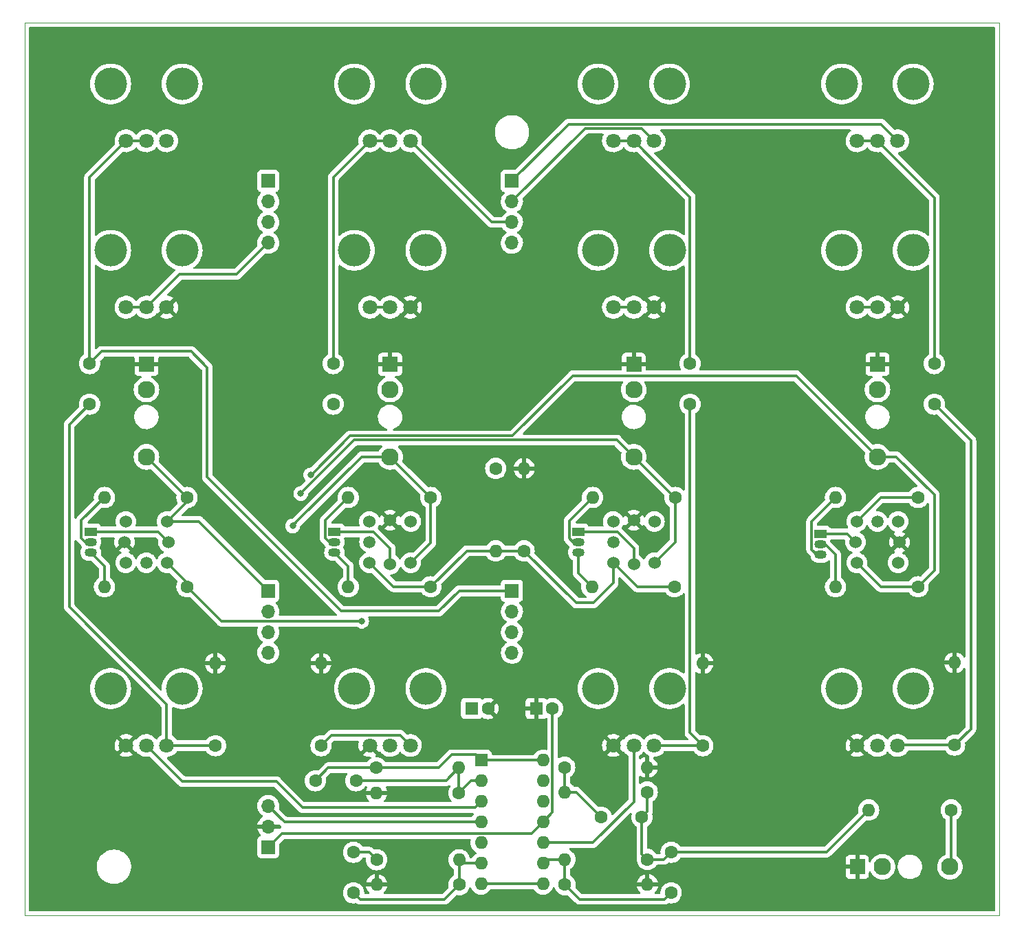
<source format=gtl>
G04 #@! TF.GenerationSoftware,KiCad,Pcbnew,(6.0.6)*
G04 #@! TF.CreationDate,2022-10-26T08:52:02+02:00*
G04 #@! TF.ProjectId,Drumbox,4472756d-626f-4782-9e6b-696361645f70,rev?*
G04 #@! TF.SameCoordinates,Original*
G04 #@! TF.FileFunction,Copper,L1,Top*
G04 #@! TF.FilePolarity,Positive*
%FSLAX46Y46*%
G04 Gerber Fmt 4.6, Leading zero omitted, Abs format (unit mm)*
G04 Created by KiCad (PCBNEW (6.0.6)) date 2022-10-26 08:52:02*
%MOMM*%
%LPD*%
G01*
G04 APERTURE LIST*
G04 #@! TA.AperFunction,Profile*
%ADD10C,0.050000*%
G04 #@! TD*
G04 #@! TA.AperFunction,WasherPad*
%ADD11C,4.000000*%
G04 #@! TD*
G04 #@! TA.AperFunction,ComponentPad*
%ADD12C,1.800000*%
G04 #@! TD*
G04 #@! TA.AperFunction,WasherPad*
%ADD13C,1.500000*%
G04 #@! TD*
G04 #@! TA.AperFunction,ComponentPad*
%ADD14C,1.524000*%
G04 #@! TD*
G04 #@! TA.AperFunction,ComponentPad*
%ADD15C,1.600000*%
G04 #@! TD*
G04 #@! TA.AperFunction,ComponentPad*
%ADD16O,1.600000X1.600000*%
G04 #@! TD*
G04 #@! TA.AperFunction,ComponentPad*
%ADD17R,1.600000X1.600000*%
G04 #@! TD*
G04 #@! TA.AperFunction,ComponentPad*
%ADD18R,1.830000X1.930000*%
G04 #@! TD*
G04 #@! TA.AperFunction,ComponentPad*
%ADD19C,2.130000*%
G04 #@! TD*
G04 #@! TA.AperFunction,ComponentPad*
%ADD20R,1.500000X1.050000*%
G04 #@! TD*
G04 #@! TA.AperFunction,ComponentPad*
%ADD21O,1.500000X1.050000*%
G04 #@! TD*
G04 #@! TA.AperFunction,ComponentPad*
%ADD22R,1.930000X1.830000*%
G04 #@! TD*
G04 #@! TA.AperFunction,ComponentPad*
%ADD23R,1.700000X1.700000*%
G04 #@! TD*
G04 #@! TA.AperFunction,ComponentPad*
%ADD24O,1.700000X1.700000*%
G04 #@! TD*
G04 #@! TA.AperFunction,ViaPad*
%ADD25C,0.800000*%
G04 #@! TD*
G04 #@! TA.AperFunction,Conductor*
%ADD26C,0.300000*%
G04 #@! TD*
G04 APERTURE END LIST*
D10*
X73500000Y-31000000D02*
X193500000Y-31000000D01*
X193500000Y-31000000D02*
X193500001Y-141000000D01*
X73500000Y-31000000D02*
X73500000Y-141000000D01*
X73500000Y-141000000D02*
X193500001Y-141000000D01*
D11*
X84100000Y-38550000D03*
X92900000Y-38550000D03*
D12*
X91000000Y-45550000D03*
X88500000Y-45550000D03*
X86000000Y-45550000D03*
D13*
X145960000Y-95000000D03*
D14*
X145960000Y-97540000D03*
X145960000Y-92460000D03*
X151040000Y-97540000D03*
X151040000Y-92460000D03*
X148500000Y-97700000D03*
X148500000Y-92300000D03*
D15*
X140000000Y-122750000D03*
D16*
X150160000Y-122750000D03*
D15*
X110000000Y-120080000D03*
D16*
X110000000Y-109920000D03*
D15*
X187580000Y-128000000D03*
D16*
X177420000Y-128000000D03*
D11*
X92900000Y-59050000D03*
X84100000Y-59050000D03*
D12*
X91000000Y-66050000D03*
X88500000Y-66050000D03*
X86000000Y-66050000D03*
D15*
X93500000Y-89500000D03*
D16*
X83340000Y-89500000D03*
D15*
X123500000Y-100500000D03*
D16*
X113340000Y-100500000D03*
D15*
X153100000Y-138200000D03*
X153100000Y-133200000D03*
X144500000Y-128900000D03*
X149500000Y-128900000D03*
X153500000Y-100500000D03*
D16*
X143340000Y-100500000D03*
D15*
X116820000Y-122800000D03*
D16*
X126980000Y-122800000D03*
D17*
X136500000Y-115500000D03*
D15*
X138500000Y-115500000D03*
X116840000Y-134130000D03*
D16*
X127000000Y-134130000D03*
D18*
X176020000Y-135000000D03*
D19*
X187420000Y-135000000D03*
X179120000Y-135000000D03*
D11*
X144100000Y-113050000D03*
X152900000Y-113050000D03*
D12*
X151000000Y-120050000D03*
X148500000Y-120050000D03*
X146000000Y-120050000D03*
D20*
X141640000Y-93730000D03*
D21*
X141640000Y-95000000D03*
X141640000Y-96270000D03*
D11*
X144100000Y-38550000D03*
X152900000Y-38550000D03*
D12*
X151000000Y-45550000D03*
X148500000Y-45550000D03*
X146000000Y-45550000D03*
D20*
X81640000Y-93730000D03*
D21*
X81640000Y-95000000D03*
X81640000Y-96270000D03*
D11*
X152900000Y-59050000D03*
X144100000Y-59050000D03*
D12*
X151000000Y-66050000D03*
X148500000Y-66050000D03*
X146000000Y-66050000D03*
D11*
X122900000Y-38550000D03*
X114100000Y-38550000D03*
D12*
X121000000Y-45550000D03*
X118500000Y-45550000D03*
X116000000Y-45550000D03*
D22*
X118500000Y-73100000D03*
D19*
X118500000Y-84500000D03*
X118500000Y-76200000D03*
D17*
X129700000Y-121875000D03*
D16*
X129700000Y-124415000D03*
X129700000Y-126955000D03*
X129700000Y-129495000D03*
X129700000Y-132035000D03*
X129700000Y-134575000D03*
X129700000Y-137115000D03*
X137320000Y-137115000D03*
X137320000Y-134575000D03*
X137320000Y-132035000D03*
X137320000Y-129495000D03*
X137320000Y-126955000D03*
X137320000Y-124415000D03*
X137320000Y-121875000D03*
D15*
X123500000Y-89500000D03*
D16*
X113340000Y-89500000D03*
D15*
X126980000Y-125900000D03*
D16*
X116820000Y-125900000D03*
D17*
X128544887Y-115500000D03*
D15*
X130544887Y-115500000D03*
X114000000Y-138200000D03*
X114000000Y-133200000D03*
X81500000Y-73000000D03*
X81500000Y-78000000D03*
D13*
X178500000Y-92460000D03*
D14*
X175960000Y-92460000D03*
X181040000Y-92460000D03*
X175960000Y-97540000D03*
X181040000Y-97540000D03*
X175800000Y-95000000D03*
X181200000Y-95000000D03*
D15*
X150180000Y-134100000D03*
D16*
X140020000Y-134100000D03*
D15*
X185500000Y-73000000D03*
X185500000Y-78000000D03*
X111500000Y-73000000D03*
X111500000Y-78000000D03*
X114300000Y-124400000D03*
X109300000Y-124400000D03*
D13*
X115960000Y-95000000D03*
D14*
X115960000Y-97540000D03*
X115960000Y-92460000D03*
X121040000Y-97540000D03*
X121040000Y-92460000D03*
X118500000Y-97700000D03*
X118500000Y-92300000D03*
D11*
X182900000Y-59050000D03*
X174100000Y-59050000D03*
D12*
X181000000Y-66050000D03*
X178500000Y-66050000D03*
X176000000Y-66050000D03*
D15*
X93500000Y-100500000D03*
D16*
X83340000Y-100500000D03*
D15*
X188000000Y-120000000D03*
D16*
X188000000Y-109840000D03*
D22*
X148500000Y-73100000D03*
D19*
X148500000Y-84500000D03*
X148500000Y-76200000D03*
D11*
X122900000Y-113050000D03*
X114100000Y-113050000D03*
D12*
X121000000Y-120050000D03*
X118500000Y-120050000D03*
X116000000Y-120050000D03*
D15*
X140020000Y-137200000D03*
D16*
X150180000Y-137200000D03*
D22*
X178500000Y-73100000D03*
D19*
X178500000Y-84500000D03*
X178500000Y-76200000D03*
D15*
X135000000Y-96080000D03*
D16*
X135000000Y-85920000D03*
D13*
X88500000Y-97540000D03*
D14*
X91040000Y-97540000D03*
X85960000Y-97540000D03*
X91040000Y-92460000D03*
X85960000Y-92460000D03*
X91200000Y-95000000D03*
X85800000Y-95000000D03*
D15*
X127000000Y-137200000D03*
D16*
X116840000Y-137200000D03*
D20*
X111640000Y-93730000D03*
D21*
X111640000Y-95000000D03*
X111640000Y-96270000D03*
D15*
X131500000Y-85920000D03*
D16*
X131500000Y-96080000D03*
D15*
X150160000Y-125800000D03*
D16*
X140000000Y-125800000D03*
D11*
X122900000Y-59050000D03*
X114100000Y-59050000D03*
D12*
X121000000Y-66050000D03*
X118500000Y-66050000D03*
X116000000Y-66050000D03*
D15*
X183500000Y-100500000D03*
D16*
X173340000Y-100500000D03*
D15*
X155420000Y-73000000D03*
X155420000Y-78000000D03*
X183500000Y-89500000D03*
D16*
X173340000Y-89500000D03*
D15*
X157000000Y-120080000D03*
D16*
X157000000Y-109920000D03*
D20*
X171500000Y-94000000D03*
D21*
X171500000Y-95270000D03*
X171500000Y-96540000D03*
D11*
X182900000Y-38550000D03*
X174100000Y-38550000D03*
D12*
X181000000Y-45550000D03*
X178500000Y-45550000D03*
X176000000Y-45550000D03*
D11*
X92900000Y-113050000D03*
X84100000Y-113050000D03*
D12*
X91000000Y-120050000D03*
X88500000Y-120050000D03*
X86000000Y-120050000D03*
D11*
X174100000Y-113050000D03*
X182900000Y-113050000D03*
D12*
X181000000Y-120050000D03*
X178500000Y-120050000D03*
X176000000Y-120050000D03*
D15*
X153580000Y-89500000D03*
D16*
X143420000Y-89500000D03*
D22*
X88500000Y-73100000D03*
D19*
X88500000Y-84500000D03*
X88500000Y-76200000D03*
D15*
X97000000Y-120080000D03*
D16*
X97000000Y-109920000D03*
D23*
X133500000Y-101000000D03*
D24*
X133500000Y-103540000D03*
X133500000Y-106080000D03*
X133500000Y-108620000D03*
D23*
X103500000Y-101000000D03*
D24*
X103500000Y-103540000D03*
X103500000Y-106080000D03*
X103500000Y-108620000D03*
D23*
X133500000Y-50500000D03*
D24*
X133500000Y-53040000D03*
X133500000Y-55580000D03*
X133500000Y-58120000D03*
D23*
X103500000Y-50500000D03*
D24*
X103500000Y-53040000D03*
X103500000Y-55580000D03*
X103500000Y-58120000D03*
D23*
X103500000Y-132580000D03*
D24*
X103500000Y-130040000D03*
X103500000Y-127500000D03*
D25*
X106500000Y-93000000D03*
X107500000Y-89000000D03*
X108720023Y-86720023D03*
X115000000Y-104750000D03*
D26*
X112500000Y-103500000D02*
X96000000Y-87000000D01*
X133500000Y-101000000D02*
X127000000Y-101000000D01*
X96000000Y-87000000D02*
X96000000Y-73500000D01*
X86000000Y-45550000D02*
X88500000Y-45550000D01*
X94000000Y-71500000D02*
X83000000Y-71500000D01*
X81500000Y-50050000D02*
X81500000Y-73000000D01*
X124500000Y-103500000D02*
X112500000Y-103500000D01*
X86000000Y-45550000D02*
X81500000Y-50050000D01*
X83000000Y-71500000D02*
X81500000Y-73000000D01*
X96000000Y-73500000D02*
X94000000Y-71500000D01*
X127000000Y-101000000D02*
X124500000Y-103500000D01*
X116000000Y-66050000D02*
X118500000Y-66050000D01*
X111500000Y-50050000D02*
X111500000Y-73000000D01*
X116000000Y-45550000D02*
X118500000Y-45550000D01*
X116000000Y-45550000D02*
X111500000Y-50050000D01*
X146000000Y-66050000D02*
X148500000Y-66050000D01*
X146000000Y-45550000D02*
X148500000Y-45550000D01*
X155420000Y-52470000D02*
X148500000Y-45550000D01*
X155420000Y-73000000D02*
X155420000Y-52470000D01*
X176000000Y-66050000D02*
X178500000Y-66050000D01*
X178500000Y-45550000D02*
X185500000Y-52550000D01*
X176000000Y-45550000D02*
X178500000Y-45550000D01*
X185500000Y-52550000D02*
X185500000Y-73000000D01*
X88500000Y-84500000D02*
X93500000Y-89500000D01*
X91040000Y-92460000D02*
X94960000Y-92460000D01*
X93500000Y-90000000D02*
X93500000Y-89500000D01*
X94960000Y-92460000D02*
X103500000Y-101000000D01*
X91040000Y-92460000D02*
X93500000Y-90000000D01*
X115000000Y-84500000D02*
X107000000Y-92500000D01*
X118500000Y-84500000D02*
X115000000Y-84500000D01*
X121040000Y-97540000D02*
X123500000Y-95080000D01*
X107000000Y-92500000D02*
X106500000Y-93000000D01*
X118500000Y-84500000D02*
X123500000Y-89500000D01*
X123500000Y-95080000D02*
X123500000Y-89500000D01*
X107500000Y-89000000D02*
X114075266Y-82424734D01*
X146424734Y-82424734D02*
X148500000Y-84500000D01*
X148500000Y-84500000D02*
X153500000Y-89500000D01*
X114075266Y-82424734D02*
X146424734Y-82424734D01*
X153580000Y-95000000D02*
X153580000Y-89500000D01*
X153500000Y-89500000D02*
X153580000Y-89500000D01*
X151040000Y-97540000D02*
X153580000Y-95000000D01*
X183500000Y-100500000D02*
X185500000Y-98500000D01*
X133575266Y-81924734D02*
X113575266Y-81924734D01*
X180819312Y-84500000D02*
X178500000Y-84500000D01*
X183500000Y-100500000D02*
X178920000Y-100500000D01*
X178920000Y-100500000D02*
X175960000Y-97540000D01*
X141000000Y-74500000D02*
X133575266Y-81924734D01*
X185500000Y-98500000D02*
X185500000Y-89180688D01*
X113575266Y-81924734D02*
X109000000Y-86500000D01*
X109000000Y-86500000D02*
X108779977Y-86720023D01*
X178500000Y-84500000D02*
X168500000Y-74500000D01*
X185500000Y-89180688D02*
X180819312Y-84500000D01*
X168500000Y-74500000D02*
X141000000Y-74500000D01*
X108779977Y-86720023D02*
X108720023Y-86720023D01*
X129700000Y-129495000D02*
X105495000Y-129495000D01*
X105495000Y-129495000D02*
X103500000Y-127500000D01*
X137320000Y-129495000D02*
X135930000Y-130885000D01*
X138500000Y-128315000D02*
X137320000Y-129495000D01*
X135930000Y-130885000D02*
X105195000Y-130885000D01*
X138500000Y-115500000D02*
X138500000Y-128315000D01*
X105195000Y-130885000D02*
X103500000Y-132580000D01*
X114300000Y-124400000D02*
X125380000Y-124400000D01*
X128465000Y-124415000D02*
X126980000Y-125900000D01*
X126980000Y-122800000D02*
X126980000Y-125900000D01*
X129700000Y-124415000D02*
X128465000Y-124415000D01*
X125380000Y-124400000D02*
X126980000Y-122800000D01*
X140020000Y-137200000D02*
X140020000Y-134100000D01*
X152300001Y-138999999D02*
X141819999Y-138999999D01*
X137795000Y-134100000D02*
X137320000Y-134575000D01*
X153100000Y-138200000D02*
X152300001Y-138999999D01*
X141819999Y-138999999D02*
X140020000Y-137200000D01*
X140020000Y-134100000D02*
X137795000Y-134100000D01*
X133500000Y-55580000D02*
X131030000Y-55580000D01*
X131030000Y-55580000D02*
X121000000Y-45550000D01*
X142500000Y-44040000D02*
X133500000Y-53040000D01*
X142500000Y-44000000D02*
X142500000Y-44040000D01*
X149450000Y-44000000D02*
X142500000Y-44000000D01*
X151000000Y-45550000D02*
X149450000Y-44000000D01*
X140500000Y-43500000D02*
X178950000Y-43500000D01*
X178950000Y-43500000D02*
X181000000Y-45550000D01*
X133500000Y-50500000D02*
X140500000Y-43500000D01*
X88500000Y-66050000D02*
X86000000Y-66050000D01*
X103500000Y-58120000D02*
X99620000Y-62000000D01*
X92550000Y-62000000D02*
X88500000Y-66050000D01*
X99620000Y-62000000D02*
X92550000Y-62000000D01*
X137320000Y-137115000D02*
X129700000Y-137115000D01*
X116820000Y-122800000D02*
X110900000Y-122800000D01*
X129700000Y-121875000D02*
X137320000Y-121875000D01*
X172220000Y-133200000D02*
X177420000Y-128000000D01*
X126100000Y-121200000D02*
X124500000Y-122800000D01*
X124500000Y-122800000D02*
X116820000Y-122800000D01*
X150180000Y-134100000D02*
X152200000Y-134100000D01*
X150160000Y-128240000D02*
X149500000Y-128900000D01*
X149500000Y-128900000D02*
X149500000Y-133420000D01*
X129025000Y-121200000D02*
X126100000Y-121200000D01*
X114000000Y-133200000D02*
X115910000Y-133200000D01*
X152200000Y-134100000D02*
X153100000Y-133200000D01*
X129700000Y-121875000D02*
X129025000Y-121200000D01*
X110900000Y-122800000D02*
X109300000Y-124400000D01*
X150160000Y-125800000D02*
X150160000Y-128240000D01*
X149500000Y-133420000D02*
X150180000Y-134100000D01*
X115910000Y-133200000D02*
X116840000Y-134130000D01*
X153100000Y-133200000D02*
X172220000Y-133200000D01*
X81000000Y-95000000D02*
X81640000Y-95000000D01*
X80500000Y-92340000D02*
X80500000Y-94500000D01*
X80500000Y-94500000D02*
X81000000Y-95000000D01*
X83340000Y-89500000D02*
X80500000Y-92340000D01*
X83340000Y-97970000D02*
X81640000Y-96270000D01*
X83340000Y-100500000D02*
X83340000Y-97970000D01*
X110500000Y-94500000D02*
X110500000Y-92340000D01*
X111000000Y-95000000D02*
X110500000Y-94500000D01*
X111640000Y-95000000D02*
X111000000Y-95000000D01*
X110500000Y-92340000D02*
X113340000Y-89500000D01*
X113340000Y-100500000D02*
X113340000Y-97970000D01*
X113340000Y-97970000D02*
X111640000Y-96270000D01*
X143420000Y-89500000D02*
X140540000Y-92380000D01*
X140540000Y-94540000D02*
X141000000Y-95000000D01*
X140540000Y-92380000D02*
X140540000Y-94540000D01*
X141000000Y-95000000D02*
X141640000Y-95000000D01*
X141640000Y-96270000D02*
X141640000Y-98800000D01*
X141640000Y-98800000D02*
X143340000Y-100500000D01*
X172100000Y-95270000D02*
X173340000Y-96510000D01*
X173340000Y-96510000D02*
X173340000Y-100500000D01*
X171500000Y-95270000D02*
X172100000Y-95270000D01*
X170400000Y-95900000D02*
X170400000Y-92440000D01*
X171500000Y-96540000D02*
X171040000Y-96540000D01*
X171040000Y-96540000D02*
X170400000Y-95900000D01*
X170400000Y-92440000D02*
X173340000Y-89500000D01*
X107700000Y-127700000D02*
X128955000Y-127700000D01*
X104500000Y-124500000D02*
X107700000Y-127700000D01*
X88500000Y-120050000D02*
X92950000Y-124500000D01*
X128955000Y-127700000D02*
X129700000Y-126955000D01*
X92950000Y-124500000D02*
X104500000Y-124500000D01*
X143465000Y-132035000D02*
X148500000Y-127000000D01*
X137320000Y-132035000D02*
X143465000Y-132035000D01*
X148500000Y-127000000D02*
X148500000Y-120050000D01*
X89930000Y-93730000D02*
X81640000Y-93730000D01*
X91200000Y-95000000D02*
X89930000Y-93730000D01*
X118500000Y-95750000D02*
X118500000Y-97700000D01*
X111640000Y-93730000D02*
X116480000Y-93730000D01*
X116480000Y-93730000D02*
X118500000Y-95750000D01*
X141640000Y-93730000D02*
X146480000Y-93730000D01*
X148500000Y-95750000D02*
X148500000Y-97700000D01*
X146480000Y-93730000D02*
X148500000Y-95750000D01*
X175800000Y-95000000D02*
X174800000Y-94000000D01*
X174800000Y-94000000D02*
X171500000Y-94000000D01*
X131500000Y-96080000D02*
X127920000Y-96080000D01*
X115960000Y-97540000D02*
X118920000Y-100500000D01*
X145960000Y-97540000D02*
X148920000Y-100500000D01*
X118920000Y-100500000D02*
X123500000Y-100500000D01*
X115000000Y-104750000D02*
X97750000Y-104750000D01*
X127920000Y-96080000D02*
X123500000Y-100500000D01*
X178920000Y-89500000D02*
X175960000Y-92460000D01*
X183500000Y-89500000D02*
X178920000Y-89500000D01*
X135000000Y-96080000D02*
X141420000Y-102500000D01*
X91040000Y-97540000D02*
X93500000Y-100000000D01*
X145960000Y-97540000D02*
X145960000Y-100040000D01*
X141420000Y-102500000D02*
X143500000Y-102500000D01*
X93500000Y-100000000D02*
X93500000Y-100500000D01*
X135000000Y-96080000D02*
X131500000Y-96080000D01*
X97750000Y-104750000D02*
X93500000Y-100500000D01*
X148920000Y-100500000D02*
X153500000Y-100500000D01*
X145960000Y-100040000D02*
X143500000Y-102500000D01*
X79000000Y-80500000D02*
X79000000Y-103000000D01*
X81500000Y-78000000D02*
X79000000Y-80500000D01*
X91030000Y-120080000D02*
X91000000Y-120050000D01*
X79000000Y-103000000D02*
X91000000Y-115000000D01*
X97000000Y-120080000D02*
X91030000Y-120080000D01*
X91000000Y-115000000D02*
X91000000Y-120050000D01*
X155420000Y-118500000D02*
X157000000Y-120080000D01*
X151000000Y-120050000D02*
X156970000Y-120050000D01*
X156970000Y-120050000D02*
X157000000Y-120080000D01*
X155420000Y-78000000D02*
X155420000Y-118500000D01*
X187580000Y-134840000D02*
X187420000Y-135000000D01*
X187580000Y-128000000D02*
X187580000Y-134840000D01*
X111280000Y-118800000D02*
X119750000Y-118800000D01*
X119750000Y-118800000D02*
X121000000Y-120050000D01*
X110000000Y-120080000D02*
X111280000Y-118800000D01*
X190000000Y-118000000D02*
X190000000Y-82500000D01*
X190000000Y-82500000D02*
X185500000Y-78000000D01*
X188000000Y-120000000D02*
X190000000Y-118000000D01*
X181050000Y-120000000D02*
X181000000Y-120050000D01*
X188000000Y-120000000D02*
X181050000Y-120000000D01*
X127000000Y-134130000D02*
X127000000Y-137200000D01*
X125200001Y-138999999D02*
X127000000Y-137200000D01*
X127445000Y-134575000D02*
X127000000Y-134130000D01*
X114799999Y-138999999D02*
X125200001Y-138999999D01*
X114000000Y-138200000D02*
X114799999Y-138999999D01*
X129700000Y-134575000D02*
X127445000Y-134575000D01*
X140000000Y-125800000D02*
X141400000Y-125800000D01*
X141400000Y-125800000D02*
X144500000Y-128900000D01*
X140000000Y-122750000D02*
X140000000Y-125800000D01*
G04 #@! TA.AperFunction,Conductor*
G36*
X192933621Y-31528502D02*
G01*
X192980114Y-31582158D01*
X192991500Y-31634500D01*
X192991501Y-140365500D01*
X192971499Y-140433621D01*
X192917843Y-140480114D01*
X192865501Y-140491500D01*
X74134500Y-140491500D01*
X74066379Y-140471498D01*
X74019886Y-140417842D01*
X74008500Y-140365500D01*
X74008500Y-135132703D01*
X82390743Y-135132703D01*
X82428268Y-135417734D01*
X82429401Y-135421874D01*
X82429401Y-135421876D01*
X82429857Y-135423543D01*
X82504129Y-135695036D01*
X82505813Y-135698984D01*
X82604990Y-135931499D01*
X82616923Y-135959476D01*
X82690614Y-136082604D01*
X82759497Y-136197699D01*
X82764561Y-136206161D01*
X82944313Y-136430528D01*
X83152851Y-136628423D01*
X83386317Y-136796186D01*
X83390112Y-136798195D01*
X83390113Y-136798196D01*
X83411869Y-136809715D01*
X83640392Y-136930712D01*
X83910373Y-137029511D01*
X84191264Y-137090755D01*
X84219841Y-137093004D01*
X84414282Y-137108307D01*
X84414291Y-137108307D01*
X84416739Y-137108500D01*
X84572271Y-137108500D01*
X84574407Y-137108354D01*
X84574418Y-137108354D01*
X84782548Y-137094165D01*
X84782554Y-137094164D01*
X84786825Y-137093873D01*
X84791020Y-137093004D01*
X84791022Y-137093004D01*
X84927583Y-137064724D01*
X85068342Y-137035574D01*
X85339343Y-136939607D01*
X85594812Y-136807750D01*
X85598313Y-136805289D01*
X85598317Y-136805287D01*
X85747351Y-136700544D01*
X85830023Y-136642441D01*
X85941615Y-136538743D01*
X86037479Y-136449661D01*
X86037481Y-136449658D01*
X86040622Y-136446740D01*
X86222713Y-136224268D01*
X86372927Y-135979142D01*
X86379239Y-135964764D01*
X86486757Y-135719830D01*
X86488483Y-135715898D01*
X86567244Y-135439406D01*
X86597515Y-135226704D01*
X86607146Y-135159036D01*
X86607146Y-135159034D01*
X86607751Y-135154784D01*
X86607845Y-135136951D01*
X86609235Y-134871583D01*
X86609235Y-134871576D01*
X86609257Y-134867297D01*
X86571732Y-134582266D01*
X86568247Y-134569525D01*
X86537122Y-134455752D01*
X86495871Y-134304964D01*
X86455091Y-134209357D01*
X86384763Y-134044476D01*
X86384761Y-134044472D01*
X86383077Y-134040524D01*
X86278985Y-133866599D01*
X86237643Y-133797521D01*
X86237640Y-133797517D01*
X86235439Y-133793839D01*
X86055687Y-133569472D01*
X85910926Y-133432099D01*
X85850258Y-133374527D01*
X85850255Y-133374525D01*
X85847149Y-133371577D01*
X85613683Y-133203814D01*
X85591843Y-133192250D01*
X85548622Y-133169366D01*
X85359608Y-133069288D01*
X85089627Y-132970489D01*
X84808736Y-132909245D01*
X84777685Y-132906801D01*
X84585718Y-132891693D01*
X84585709Y-132891693D01*
X84583261Y-132891500D01*
X84427729Y-132891500D01*
X84425593Y-132891646D01*
X84425582Y-132891646D01*
X84217452Y-132905835D01*
X84217446Y-132905836D01*
X84213175Y-132906127D01*
X84208980Y-132906996D01*
X84208978Y-132906996D01*
X84080053Y-132933695D01*
X83931658Y-132964426D01*
X83660657Y-133060393D01*
X83405188Y-133192250D01*
X83401687Y-133194711D01*
X83401683Y-133194713D01*
X83314908Y-133255700D01*
X83169977Y-133357559D01*
X83092351Y-133429694D01*
X82973058Y-133540548D01*
X82959378Y-133553260D01*
X82777287Y-133775732D01*
X82627073Y-134020858D01*
X82625347Y-134024791D01*
X82625346Y-134024792D01*
X82581566Y-134124525D01*
X82511517Y-134284102D01*
X82510342Y-134288229D01*
X82510341Y-134288230D01*
X82497473Y-134333402D01*
X82432756Y-134560594D01*
X82392249Y-134845216D01*
X82392227Y-134849505D01*
X82392226Y-134849512D01*
X82390865Y-135109357D01*
X82390743Y-135132703D01*
X74008500Y-135132703D01*
X74008500Y-121211406D01*
X85203423Y-121211406D01*
X85208704Y-121218461D01*
X85385080Y-121321527D01*
X85394363Y-121325974D01*
X85601003Y-121404883D01*
X85610901Y-121407759D01*
X85827653Y-121451857D01*
X85837883Y-121453076D01*
X86058914Y-121461182D01*
X86069223Y-121460714D01*
X86288623Y-121432608D01*
X86298688Y-121430468D01*
X86510557Y-121366905D01*
X86520152Y-121363144D01*
X86718778Y-121265838D01*
X86727636Y-121260559D01*
X86785097Y-121219572D01*
X86793497Y-121208874D01*
X86786510Y-121195721D01*
X86012811Y-120422021D01*
X85998868Y-120414408D01*
X85997034Y-120414539D01*
X85990420Y-120418790D01*
X85210180Y-121199031D01*
X85203423Y-121211406D01*
X74008500Y-121211406D01*
X74008500Y-120020638D01*
X84587893Y-120020638D01*
X84600627Y-120241468D01*
X84602061Y-120251670D01*
X84650685Y-120467439D01*
X84653773Y-120477292D01*
X84736986Y-120682220D01*
X84741634Y-120691421D01*
X84830097Y-120835781D01*
X84840553Y-120845242D01*
X84849331Y-120841458D01*
X85627979Y-120062811D01*
X85635592Y-120048868D01*
X85635461Y-120047034D01*
X85631210Y-120040420D01*
X84853862Y-119263073D01*
X84842330Y-119256776D01*
X84830048Y-119266399D01*
X84774467Y-119347877D01*
X84769379Y-119356833D01*
X84676252Y-119557459D01*
X84672689Y-119567146D01*
X84613581Y-119780280D01*
X84611650Y-119790400D01*
X84588145Y-120010349D01*
X84587893Y-120020638D01*
X74008500Y-120020638D01*
X74008500Y-118890711D01*
X85205508Y-118890711D01*
X85212251Y-118903040D01*
X85987189Y-119677979D01*
X86001132Y-119685592D01*
X86002966Y-119685461D01*
X86009580Y-119681210D01*
X86788994Y-118901795D01*
X86796011Y-118888944D01*
X86788237Y-118878274D01*
X86785902Y-118876430D01*
X86777320Y-118870729D01*
X86583678Y-118763833D01*
X86574272Y-118759606D01*
X86365772Y-118685772D01*
X86355809Y-118683140D01*
X86138047Y-118644350D01*
X86127796Y-118643381D01*
X85906616Y-118640679D01*
X85896332Y-118641399D01*
X85677693Y-118674855D01*
X85667666Y-118677244D01*
X85457426Y-118745961D01*
X85447916Y-118749958D01*
X85251725Y-118852089D01*
X85243007Y-118857578D01*
X85213961Y-118879386D01*
X85205508Y-118890711D01*
X74008500Y-118890711D01*
X74008500Y-113050000D01*
X81586540Y-113050000D01*
X81606359Y-113365020D01*
X81665505Y-113675072D01*
X81763044Y-113975266D01*
X81764731Y-113978852D01*
X81764733Y-113978856D01*
X81895750Y-114257283D01*
X81895754Y-114257290D01*
X81897438Y-114260869D01*
X82066568Y-114527375D01*
X82267767Y-114770582D01*
X82497860Y-114986654D01*
X82753221Y-115172184D01*
X82756690Y-115174091D01*
X82756693Y-115174093D01*
X82887491Y-115246000D01*
X83029821Y-115324247D01*
X83033490Y-115325700D01*
X83033495Y-115325702D01*
X83319628Y-115438990D01*
X83323298Y-115440443D01*
X83629025Y-115518940D01*
X83942179Y-115558500D01*
X84257821Y-115558500D01*
X84570975Y-115518940D01*
X84876702Y-115440443D01*
X84880372Y-115438990D01*
X85166505Y-115325702D01*
X85166510Y-115325700D01*
X85170179Y-115324247D01*
X85312509Y-115246000D01*
X85443307Y-115174093D01*
X85443310Y-115174091D01*
X85446779Y-115172184D01*
X85702140Y-114986654D01*
X85932233Y-114770582D01*
X86133432Y-114527375D01*
X86302562Y-114260869D01*
X86304246Y-114257290D01*
X86304250Y-114257283D01*
X86435267Y-113978856D01*
X86435269Y-113978852D01*
X86436956Y-113975266D01*
X86534495Y-113675072D01*
X86593641Y-113365020D01*
X86613460Y-113050000D01*
X86593641Y-112734980D01*
X86534495Y-112424928D01*
X86436956Y-112124734D01*
X86435267Y-112121144D01*
X86304250Y-111842717D01*
X86304246Y-111842710D01*
X86302562Y-111839131D01*
X86133432Y-111572625D01*
X85932233Y-111329418D01*
X85702140Y-111113346D01*
X85694737Y-111107967D01*
X85530795Y-110988857D01*
X85446779Y-110927816D01*
X85290529Y-110841916D01*
X85173648Y-110777660D01*
X85173647Y-110777659D01*
X85170179Y-110775753D01*
X85166510Y-110774300D01*
X85166505Y-110774298D01*
X84880372Y-110661010D01*
X84880371Y-110661010D01*
X84876702Y-110659557D01*
X84570975Y-110581060D01*
X84257821Y-110541500D01*
X83942179Y-110541500D01*
X83629025Y-110581060D01*
X83323298Y-110659557D01*
X83319629Y-110661010D01*
X83319628Y-110661010D01*
X83033495Y-110774298D01*
X83033490Y-110774300D01*
X83029821Y-110775753D01*
X83026353Y-110777659D01*
X83026352Y-110777660D01*
X82909472Y-110841916D01*
X82753221Y-110927816D01*
X82669205Y-110988857D01*
X82505264Y-111107967D01*
X82497860Y-111113346D01*
X82267767Y-111329418D01*
X82066568Y-111572625D01*
X81897438Y-111839131D01*
X81895754Y-111842710D01*
X81895750Y-111842717D01*
X81764733Y-112121144D01*
X81763044Y-112124734D01*
X81665505Y-112424928D01*
X81606359Y-112734980D01*
X81586540Y-113050000D01*
X74008500Y-113050000D01*
X74008500Y-80479152D01*
X78336594Y-80479152D01*
X78337340Y-80487043D01*
X78340941Y-80525138D01*
X78341500Y-80536996D01*
X78341500Y-102917944D01*
X78340941Y-102929800D01*
X78339212Y-102937537D01*
X78339461Y-102945459D01*
X78341438Y-103008369D01*
X78341500Y-103012327D01*
X78341500Y-103041432D01*
X78342056Y-103045832D01*
X78342988Y-103057664D01*
X78344438Y-103103831D01*
X78349725Y-103122027D01*
X78350419Y-103124416D01*
X78354430Y-103143782D01*
X78357118Y-103165064D01*
X78360034Y-103172429D01*
X78360035Y-103172433D01*
X78374126Y-103208021D01*
X78377965Y-103219231D01*
X78390855Y-103263600D01*
X78401775Y-103282065D01*
X78410466Y-103299805D01*
X78418365Y-103319756D01*
X78445516Y-103357126D01*
X78452033Y-103367048D01*
X78471507Y-103399977D01*
X78471510Y-103399981D01*
X78475547Y-103406807D01*
X78490711Y-103421971D01*
X78503551Y-103437004D01*
X78516159Y-103454357D01*
X78551752Y-103483802D01*
X78560532Y-103491792D01*
X90304595Y-115235855D01*
X90338621Y-115298167D01*
X90341500Y-115324950D01*
X90341500Y-118728334D01*
X90321498Y-118796455D01*
X90273681Y-118840096D01*
X90246872Y-118854052D01*
X90242739Y-118857155D01*
X90242736Y-118857157D01*
X90065790Y-118990012D01*
X90061655Y-118993117D01*
X89901639Y-119160564D01*
X89854836Y-119229174D01*
X89799927Y-119274175D01*
X89729402Y-119282346D01*
X89665655Y-119251092D01*
X89644959Y-119226609D01*
X89622577Y-119192013D01*
X89622574Y-119192009D01*
X89619764Y-119187665D01*
X89463887Y-119016358D01*
X89459836Y-119013159D01*
X89459832Y-119013155D01*
X89286177Y-118876011D01*
X89286172Y-118876008D01*
X89282123Y-118872810D01*
X89277607Y-118870317D01*
X89277604Y-118870315D01*
X89083879Y-118763373D01*
X89083875Y-118763371D01*
X89079355Y-118760876D01*
X89074486Y-118759152D01*
X89074482Y-118759150D01*
X88865903Y-118685288D01*
X88865899Y-118685287D01*
X88861028Y-118683562D01*
X88855935Y-118682655D01*
X88855932Y-118682654D01*
X88638095Y-118643851D01*
X88638089Y-118643850D01*
X88633006Y-118642945D01*
X88560096Y-118642054D01*
X88406581Y-118640179D01*
X88406579Y-118640179D01*
X88401411Y-118640116D01*
X88172464Y-118675150D01*
X87952314Y-118747106D01*
X87947726Y-118749494D01*
X87947722Y-118749496D01*
X87812754Y-118819756D01*
X87746872Y-118854052D01*
X87742739Y-118857155D01*
X87742736Y-118857157D01*
X87565790Y-118990012D01*
X87561655Y-118993117D01*
X87401639Y-119160564D01*
X87398730Y-119164829D01*
X87398724Y-119164837D01*
X87350199Y-119235972D01*
X87295288Y-119280975D01*
X87224763Y-119289146D01*
X87163884Y-119260439D01*
X87158538Y-119255835D01*
X87148973Y-119260238D01*
X86372021Y-120037189D01*
X86364408Y-120051132D01*
X86364539Y-120052966D01*
X86368790Y-120059580D01*
X87146307Y-120837096D01*
X87158313Y-120843652D01*
X87167244Y-120836829D01*
X87233519Y-120811370D01*
X87303037Y-120825783D01*
X87351165Y-120871117D01*
X87356800Y-120880311D01*
X87359501Y-120884719D01*
X87511147Y-121059784D01*
X87689349Y-121207730D01*
X87889322Y-121324584D01*
X88105694Y-121407209D01*
X88110760Y-121408240D01*
X88110761Y-121408240D01*
X88155504Y-121417343D01*
X88332656Y-121453385D01*
X88455271Y-121457881D01*
X88558949Y-121461683D01*
X88558953Y-121461683D01*
X88564113Y-121461872D01*
X88569233Y-121461216D01*
X88569235Y-121461216D01*
X88661861Y-121449350D01*
X88793847Y-121432442D01*
X88798796Y-121430957D01*
X88798802Y-121430956D01*
X88830423Y-121421469D01*
X88842789Y-121417759D01*
X88913783Y-121417343D01*
X88968090Y-121449350D01*
X92426341Y-124907600D01*
X92434331Y-124916381D01*
X92434339Y-124916390D01*
X92438584Y-124923080D01*
X92444359Y-124928503D01*
X92490274Y-124971620D01*
X92493116Y-124974375D01*
X92513667Y-124994926D01*
X92516801Y-124997357D01*
X92517163Y-124997638D01*
X92526191Y-125005348D01*
X92559867Y-125036972D01*
X92566818Y-125040793D01*
X92566819Y-125040794D01*
X92578655Y-125047301D01*
X92595184Y-125058158D01*
X92605869Y-125066447D01*
X92605871Y-125066448D01*
X92612131Y-125071304D01*
X92654544Y-125089657D01*
X92665181Y-125094868D01*
X92705663Y-125117124D01*
X92713342Y-125119096D01*
X92713343Y-125119096D01*
X92726434Y-125122457D01*
X92745136Y-125128859D01*
X92764823Y-125137379D01*
X92772652Y-125138619D01*
X92810448Y-125144605D01*
X92822074Y-125147013D01*
X92859135Y-125156529D01*
X92859136Y-125156529D01*
X92866812Y-125158500D01*
X92888258Y-125158500D01*
X92907968Y-125160051D01*
X92929151Y-125163406D01*
X92975135Y-125159059D01*
X92986994Y-125158500D01*
X104175050Y-125158500D01*
X104243171Y-125178502D01*
X104264145Y-125195405D01*
X107176341Y-128107600D01*
X107184331Y-128116381D01*
X107184339Y-128116390D01*
X107188584Y-128123080D01*
X107194359Y-128128503D01*
X107240274Y-128171620D01*
X107243116Y-128174375D01*
X107263667Y-128194926D01*
X107266801Y-128197357D01*
X107267163Y-128197638D01*
X107276191Y-128205348D01*
X107309867Y-128236972D01*
X107316818Y-128240793D01*
X107316819Y-128240794D01*
X107328655Y-128247301D01*
X107345184Y-128258158D01*
X107355869Y-128266447D01*
X107355871Y-128266448D01*
X107362131Y-128271304D01*
X107404544Y-128289657D01*
X107415181Y-128294868D01*
X107455663Y-128317124D01*
X107463342Y-128319096D01*
X107463343Y-128319096D01*
X107476434Y-128322457D01*
X107495136Y-128328859D01*
X107514823Y-128337379D01*
X107522652Y-128338619D01*
X107560448Y-128344605D01*
X107572074Y-128347013D01*
X107609135Y-128356529D01*
X107609136Y-128356529D01*
X107616812Y-128358500D01*
X107638258Y-128358500D01*
X107657968Y-128360051D01*
X107679151Y-128363406D01*
X107714642Y-128360051D01*
X107725136Y-128359059D01*
X107736994Y-128358500D01*
X128681812Y-128358500D01*
X128749933Y-128378502D01*
X128796426Y-128432158D01*
X128806530Y-128502432D01*
X128777036Y-128567012D01*
X128770907Y-128573595D01*
X128693802Y-128650700D01*
X128690645Y-128655208D01*
X128690643Y-128655211D01*
X128668845Y-128686342D01*
X128602429Y-128781195D01*
X128601325Y-128782771D01*
X128545868Y-128827099D01*
X128498112Y-128836500D01*
X105819950Y-128836500D01*
X105751829Y-128816498D01*
X105730855Y-128799595D01*
X104859457Y-127928197D01*
X104825431Y-127865885D01*
X104827994Y-127802473D01*
X104832370Y-127788069D01*
X104861529Y-127566590D01*
X104863156Y-127500000D01*
X104844852Y-127277361D01*
X104790431Y-127060702D01*
X104701354Y-126855840D01*
X104642130Y-126764293D01*
X104582822Y-126672617D01*
X104582820Y-126672614D01*
X104580014Y-126668277D01*
X104429670Y-126503051D01*
X104425619Y-126499852D01*
X104425615Y-126499848D01*
X104258414Y-126367800D01*
X104258410Y-126367798D01*
X104254359Y-126364598D01*
X104226544Y-126349243D01*
X104134171Y-126298251D01*
X104058789Y-126256638D01*
X104053920Y-126254914D01*
X104053916Y-126254912D01*
X103853087Y-126183795D01*
X103853083Y-126183794D01*
X103848212Y-126182069D01*
X103843119Y-126181162D01*
X103843116Y-126181161D01*
X103633373Y-126143800D01*
X103633367Y-126143799D01*
X103628284Y-126142894D01*
X103554452Y-126141992D01*
X103410081Y-126140228D01*
X103410079Y-126140228D01*
X103404911Y-126140165D01*
X103184091Y-126173955D01*
X102971756Y-126243357D01*
X102941443Y-126259137D01*
X102778552Y-126343933D01*
X102773607Y-126346507D01*
X102769474Y-126349610D01*
X102769471Y-126349612D01*
X102745247Y-126367800D01*
X102594965Y-126480635D01*
X102440629Y-126642138D01*
X102437715Y-126646410D01*
X102437714Y-126646411D01*
X102395782Y-126707881D01*
X102314743Y-126826680D01*
X102285947Y-126888717D01*
X102245959Y-126974864D01*
X102220688Y-127029305D01*
X102160989Y-127244570D01*
X102137251Y-127466695D01*
X102137548Y-127471848D01*
X102137548Y-127471851D01*
X102146945Y-127634816D01*
X102150110Y-127689715D01*
X102151247Y-127694761D01*
X102151248Y-127694767D01*
X102168634Y-127771913D01*
X102199222Y-127907639D01*
X102259343Y-128055700D01*
X102275240Y-128094849D01*
X102283266Y-128114616D01*
X102285965Y-128119020D01*
X102390657Y-128289862D01*
X102399987Y-128305088D01*
X102546250Y-128473938D01*
X102718126Y-128616632D01*
X102737604Y-128628014D01*
X102791955Y-128659774D01*
X102840679Y-128711412D01*
X102853750Y-128781195D01*
X102827019Y-128846967D01*
X102786562Y-128880327D01*
X102778457Y-128884546D01*
X102769738Y-128890036D01*
X102599433Y-129017905D01*
X102591726Y-129024748D01*
X102444590Y-129178717D01*
X102438104Y-129186727D01*
X102318098Y-129362649D01*
X102313000Y-129371623D01*
X102223338Y-129564783D01*
X102219775Y-129574470D01*
X102164389Y-129774183D01*
X102165912Y-129782607D01*
X102178292Y-129786000D01*
X104802550Y-129786000D01*
X104870671Y-129806002D01*
X104891645Y-129822905D01*
X104971345Y-129902605D01*
X104979335Y-129911385D01*
X104983584Y-129918080D01*
X104989362Y-129923506D01*
X104989363Y-129923507D01*
X105035257Y-129966604D01*
X105038099Y-129969359D01*
X105058667Y-129989927D01*
X105062170Y-129992644D01*
X105071197Y-130000354D01*
X105098296Y-130025802D01*
X105134261Y-130087015D01*
X105131422Y-130157954D01*
X105090681Y-130216098D01*
X105043377Y-130239692D01*
X105037795Y-130241125D01*
X105029936Y-130242118D01*
X105022571Y-130245034D01*
X105022567Y-130245035D01*
X104986979Y-130259126D01*
X104975769Y-130262965D01*
X104931400Y-130275855D01*
X104920616Y-130282233D01*
X104851800Y-130299692D01*
X104821702Y-130294885D01*
X104818620Y-130294000D01*
X102183225Y-130294000D01*
X102169694Y-130297973D01*
X102168257Y-130307966D01*
X102198565Y-130442446D01*
X102201645Y-130452275D01*
X102281770Y-130649603D01*
X102286413Y-130658794D01*
X102397694Y-130840388D01*
X102403777Y-130848699D01*
X102543213Y-131009667D01*
X102550577Y-131016879D01*
X102555522Y-131020985D01*
X102595156Y-131079889D01*
X102596653Y-131150870D01*
X102559537Y-131211392D01*
X102519264Y-131235910D01*
X102411705Y-131276232D01*
X102411704Y-131276233D01*
X102403295Y-131279385D01*
X102286739Y-131366739D01*
X102199385Y-131483295D01*
X102148255Y-131619684D01*
X102141500Y-131681866D01*
X102141500Y-133478134D01*
X102148255Y-133540316D01*
X102199385Y-133676705D01*
X102286739Y-133793261D01*
X102403295Y-133880615D01*
X102539684Y-133931745D01*
X102601866Y-133938500D01*
X104398134Y-133938500D01*
X104460316Y-133931745D01*
X104596705Y-133880615D01*
X104713261Y-133793261D01*
X104800615Y-133676705D01*
X104851745Y-133540316D01*
X104858500Y-133478134D01*
X104858500Y-133200000D01*
X112686502Y-133200000D01*
X112706457Y-133428087D01*
X112707881Y-133433400D01*
X112707881Y-133433402D01*
X112760030Y-133628021D01*
X112765716Y-133649243D01*
X112768039Y-133654224D01*
X112768039Y-133654225D01*
X112860151Y-133851762D01*
X112860154Y-133851767D01*
X112862477Y-133856749D01*
X112919720Y-133938500D01*
X112977388Y-134020858D01*
X112993802Y-134044300D01*
X113155700Y-134206198D01*
X113160208Y-134209355D01*
X113160211Y-134209357D01*
X113238389Y-134264098D01*
X113343251Y-134337523D01*
X113348233Y-134339846D01*
X113348238Y-134339849D01*
X113540195Y-134429359D01*
X113550757Y-134434284D01*
X113556065Y-134435706D01*
X113556067Y-134435707D01*
X113766598Y-134492119D01*
X113766600Y-134492119D01*
X113771913Y-134493543D01*
X114000000Y-134513498D01*
X114228087Y-134493543D01*
X114233400Y-134492119D01*
X114233402Y-134492119D01*
X114443933Y-134435707D01*
X114443935Y-134435706D01*
X114449243Y-134434284D01*
X114459805Y-134429359D01*
X114651762Y-134339849D01*
X114651767Y-134339846D01*
X114656749Y-134337523D01*
X114761611Y-134264098D01*
X114839789Y-134209357D01*
X114839792Y-134209355D01*
X114844300Y-134206198D01*
X115006198Y-134044300D01*
X115022613Y-134020858D01*
X115080280Y-133938500D01*
X115098676Y-133912228D01*
X115154132Y-133867901D01*
X115201888Y-133858500D01*
X115412750Y-133858500D01*
X115480871Y-133878502D01*
X115527364Y-133932158D01*
X115538271Y-133995481D01*
X115526502Y-134130000D01*
X115546457Y-134358087D01*
X115547881Y-134363400D01*
X115547881Y-134363402D01*
X115596255Y-134543933D01*
X115605716Y-134579243D01*
X115608039Y-134584224D01*
X115608039Y-134584225D01*
X115700151Y-134781762D01*
X115700154Y-134781767D01*
X115702477Y-134786749D01*
X115761879Y-134871583D01*
X115812796Y-134944300D01*
X115833802Y-134974300D01*
X115995700Y-135136198D01*
X116000208Y-135139355D01*
X116000211Y-135139357D01*
X116078389Y-135194098D01*
X116183251Y-135267523D01*
X116188233Y-135269846D01*
X116188238Y-135269849D01*
X116385775Y-135361961D01*
X116390757Y-135364284D01*
X116396065Y-135365706D01*
X116396067Y-135365707D01*
X116606598Y-135422119D01*
X116606600Y-135422119D01*
X116611913Y-135423543D01*
X116840000Y-135443498D01*
X117068087Y-135423543D01*
X117073400Y-135422119D01*
X117073402Y-135422119D01*
X117283933Y-135365707D01*
X117283935Y-135365706D01*
X117289243Y-135364284D01*
X117294225Y-135361961D01*
X117491762Y-135269849D01*
X117491767Y-135269846D01*
X117496749Y-135267523D01*
X117601611Y-135194098D01*
X117679789Y-135139357D01*
X117679792Y-135139355D01*
X117684300Y-135136198D01*
X117846198Y-134974300D01*
X117867205Y-134944300D01*
X117918121Y-134871583D01*
X117977523Y-134786749D01*
X117979846Y-134781767D01*
X117979849Y-134781762D01*
X118071961Y-134584225D01*
X118071961Y-134584224D01*
X118074284Y-134579243D01*
X118083746Y-134543933D01*
X118132119Y-134363402D01*
X118132119Y-134363400D01*
X118133543Y-134358087D01*
X118153498Y-134130000D01*
X118133543Y-133901913D01*
X118126393Y-133875229D01*
X118075707Y-133686067D01*
X118075706Y-133686065D01*
X118074284Y-133680757D01*
X118055031Y-133639468D01*
X117979849Y-133478238D01*
X117979846Y-133478233D01*
X117977523Y-133473251D01*
X117894790Y-133355096D01*
X117849357Y-133290211D01*
X117849355Y-133290208D01*
X117846198Y-133285700D01*
X117684300Y-133123802D01*
X117679792Y-133120645D01*
X117679789Y-133120643D01*
X117570841Y-133044357D01*
X117496749Y-132992477D01*
X117491767Y-132990154D01*
X117491762Y-132990151D01*
X117294225Y-132898039D01*
X117294224Y-132898039D01*
X117289243Y-132895716D01*
X117283935Y-132894294D01*
X117283933Y-132894293D01*
X117073402Y-132837881D01*
X117073400Y-132837881D01*
X117068087Y-132836457D01*
X116840000Y-132816502D01*
X116611913Y-132836457D01*
X116606595Y-132837882D01*
X116576341Y-132845988D01*
X116505365Y-132844298D01*
X116454636Y-132813376D01*
X116433655Y-132792395D01*
X116425665Y-132783615D01*
X116425663Y-132783613D01*
X116421416Y-132776920D01*
X116412792Y-132768821D01*
X116369743Y-132728396D01*
X116366901Y-132725641D01*
X116346333Y-132705073D01*
X116342826Y-132702353D01*
X116333804Y-132694647D01*
X116332583Y-132693500D01*
X116300133Y-132663028D01*
X116293181Y-132659206D01*
X116281342Y-132652697D01*
X116264818Y-132641843D01*
X116254132Y-132633555D01*
X116247868Y-132628696D01*
X116240596Y-132625549D01*
X116240594Y-132625548D01*
X116205465Y-132610346D01*
X116194805Y-132605124D01*
X116161284Y-132586695D01*
X116161282Y-132586694D01*
X116154337Y-132582876D01*
X116133559Y-132577541D01*
X116114869Y-132571142D01*
X116095176Y-132562620D01*
X116049552Y-132555394D01*
X116037929Y-132552987D01*
X116009928Y-132545798D01*
X115993188Y-132541500D01*
X115971741Y-132541500D01*
X115952031Y-132539949D01*
X115930848Y-132536594D01*
X115884859Y-132540941D01*
X115873004Y-132541500D01*
X115201888Y-132541500D01*
X115133767Y-132521498D01*
X115098675Y-132487771D01*
X115092306Y-132478674D01*
X115006198Y-132355700D01*
X114844300Y-132193802D01*
X114839792Y-132190645D01*
X114839789Y-132190643D01*
X114732980Y-132115855D01*
X114656749Y-132062477D01*
X114651767Y-132060154D01*
X114651762Y-132060151D01*
X114454225Y-131968039D01*
X114454224Y-131968039D01*
X114449243Y-131965716D01*
X114443935Y-131964294D01*
X114443933Y-131964293D01*
X114233402Y-131907881D01*
X114233400Y-131907881D01*
X114228087Y-131906457D01*
X114000000Y-131886502D01*
X113771913Y-131906457D01*
X113766600Y-131907881D01*
X113766598Y-131907881D01*
X113556067Y-131964293D01*
X113556065Y-131964294D01*
X113550757Y-131965716D01*
X113545776Y-131968039D01*
X113545775Y-131968039D01*
X113348238Y-132060151D01*
X113348233Y-132060154D01*
X113343251Y-132062477D01*
X113267020Y-132115855D01*
X113160211Y-132190643D01*
X113160208Y-132190645D01*
X113155700Y-132193802D01*
X112993802Y-132355700D01*
X112862477Y-132543251D01*
X112860154Y-132548233D01*
X112860151Y-132548238D01*
X112785709Y-132707881D01*
X112765716Y-132750757D01*
X112764294Y-132756065D01*
X112764293Y-132756067D01*
X112708985Y-132962477D01*
X112706457Y-132971913D01*
X112686502Y-133200000D01*
X104858500Y-133200000D01*
X104858500Y-132204950D01*
X104878502Y-132136829D01*
X104895405Y-132115855D01*
X105430855Y-131580405D01*
X105493167Y-131546379D01*
X105519950Y-131543500D01*
X128312832Y-131543500D01*
X128380953Y-131563502D01*
X128427446Y-131617158D01*
X128437550Y-131687432D01*
X128434540Y-131702105D01*
X128406457Y-131806913D01*
X128386502Y-132035000D01*
X128406457Y-132263087D01*
X128407881Y-132268400D01*
X128407881Y-132268402D01*
X128430229Y-132351803D01*
X128465716Y-132484243D01*
X128468039Y-132489224D01*
X128468039Y-132489225D01*
X128560151Y-132686762D01*
X128560154Y-132686767D01*
X128562477Y-132691749D01*
X128628316Y-132785776D01*
X128670477Y-132845988D01*
X128693802Y-132879300D01*
X128855700Y-133041198D01*
X128860208Y-133044355D01*
X128860211Y-133044357D01*
X128930826Y-133093802D01*
X129043251Y-133172523D01*
X129048233Y-133174846D01*
X129048238Y-133174849D01*
X129082457Y-133190805D01*
X129135742Y-133237722D01*
X129155203Y-133305999D01*
X129134661Y-133373959D01*
X129082457Y-133419195D01*
X129048238Y-133435151D01*
X129048233Y-133435154D01*
X129043251Y-133437477D01*
X128980336Y-133481531D01*
X128860211Y-133565643D01*
X128860208Y-133565645D01*
X128855700Y-133568802D01*
X128693802Y-133730700D01*
X128690645Y-133735208D01*
X128690643Y-133735211D01*
X128658336Y-133781351D01*
X128602714Y-133860788D01*
X128601325Y-133862771D01*
X128545868Y-133907099D01*
X128498112Y-133916500D01*
X128394135Y-133916500D01*
X128326014Y-133896498D01*
X128279521Y-133842842D01*
X128272428Y-133823111D01*
X128235707Y-133686067D01*
X128235706Y-133686065D01*
X128234284Y-133680757D01*
X128215031Y-133639468D01*
X128139849Y-133478238D01*
X128139846Y-133478233D01*
X128137523Y-133473251D01*
X128054790Y-133355096D01*
X128009357Y-133290211D01*
X128009355Y-133290208D01*
X128006198Y-133285700D01*
X127844300Y-133123802D01*
X127839792Y-133120645D01*
X127839789Y-133120643D01*
X127730841Y-133044357D01*
X127656749Y-132992477D01*
X127651767Y-132990154D01*
X127651762Y-132990151D01*
X127454225Y-132898039D01*
X127454224Y-132898039D01*
X127449243Y-132895716D01*
X127443935Y-132894294D01*
X127443933Y-132894293D01*
X127233402Y-132837881D01*
X127233400Y-132837881D01*
X127228087Y-132836457D01*
X127000000Y-132816502D01*
X126771913Y-132836457D01*
X126766600Y-132837881D01*
X126766598Y-132837881D01*
X126556067Y-132894293D01*
X126556065Y-132894294D01*
X126550757Y-132895716D01*
X126545776Y-132898039D01*
X126545775Y-132898039D01*
X126348238Y-132990151D01*
X126348233Y-132990154D01*
X126343251Y-132992477D01*
X126269159Y-133044357D01*
X126160211Y-133120643D01*
X126160208Y-133120645D01*
X126155700Y-133123802D01*
X125993802Y-133285700D01*
X125990645Y-133290208D01*
X125990643Y-133290211D01*
X125945210Y-133355096D01*
X125862477Y-133473251D01*
X125860154Y-133478233D01*
X125860151Y-133478238D01*
X125784969Y-133639468D01*
X125765716Y-133680757D01*
X125764294Y-133686065D01*
X125764293Y-133686067D01*
X125713607Y-133875229D01*
X125706457Y-133901913D01*
X125686502Y-134130000D01*
X125706457Y-134358087D01*
X125707881Y-134363400D01*
X125707881Y-134363402D01*
X125756255Y-134543933D01*
X125765716Y-134579243D01*
X125768039Y-134584224D01*
X125768039Y-134584225D01*
X125860151Y-134781762D01*
X125860154Y-134781767D01*
X125862477Y-134786749D01*
X125921879Y-134871583D01*
X125972796Y-134944300D01*
X125993802Y-134974300D01*
X126155700Y-135136198D01*
X126160208Y-135139355D01*
X126160211Y-135139357D01*
X126176108Y-135150488D01*
X126287772Y-135228676D01*
X126332099Y-135284132D01*
X126341500Y-135331888D01*
X126341500Y-135998112D01*
X126321498Y-136066233D01*
X126287772Y-136101324D01*
X126262127Y-136119281D01*
X126160211Y-136190643D01*
X126160208Y-136190645D01*
X126155700Y-136193802D01*
X125993802Y-136355700D01*
X125990645Y-136360208D01*
X125990643Y-136360211D01*
X125949952Y-136418324D01*
X125862477Y-136543251D01*
X125860154Y-136548233D01*
X125860151Y-136548238D01*
X125780355Y-136719364D01*
X125765716Y-136750757D01*
X125764294Y-136756065D01*
X125764293Y-136756067D01*
X125716756Y-136933478D01*
X125706457Y-136971913D01*
X125686502Y-137200000D01*
X125706457Y-137428087D01*
X125707882Y-137433405D01*
X125715988Y-137463659D01*
X125714298Y-137534635D01*
X125683376Y-137585364D01*
X124964146Y-138304594D01*
X124901834Y-138338620D01*
X124875051Y-138341499D01*
X117852482Y-138341499D01*
X117784361Y-138321497D01*
X117737868Y-138267841D01*
X117727764Y-138197567D01*
X117757258Y-138132987D01*
X117763387Y-138126404D01*
X117841916Y-138047875D01*
X117848972Y-138039467D01*
X117973931Y-137861007D01*
X117979414Y-137851511D01*
X118071490Y-137654053D01*
X118075236Y-137643761D01*
X118121394Y-137471497D01*
X118121058Y-137457401D01*
X118113116Y-137454000D01*
X115572033Y-137454000D01*
X115558502Y-137457973D01*
X115557273Y-137466522D01*
X115604764Y-137643761D01*
X115608510Y-137654053D01*
X115700586Y-137851511D01*
X115706069Y-137861007D01*
X115831028Y-138039467D01*
X115838084Y-138047875D01*
X115916613Y-138126404D01*
X115950639Y-138188716D01*
X115945574Y-138259531D01*
X115903027Y-138316367D01*
X115836507Y-138341178D01*
X115827518Y-138341499D01*
X115438623Y-138341499D01*
X115370502Y-138321497D01*
X115324009Y-138267841D01*
X115314214Y-138210976D01*
X115313018Y-138210976D01*
X115313018Y-138205482D01*
X115313498Y-138200000D01*
X115293543Y-137971913D01*
X115262685Y-137856749D01*
X115235707Y-137756067D01*
X115235706Y-137756065D01*
X115234284Y-137750757D01*
X115189271Y-137654225D01*
X115139849Y-137548238D01*
X115139846Y-137548233D01*
X115137523Y-137543251D01*
X115006198Y-137355700D01*
X114844300Y-137193802D01*
X114839792Y-137190645D01*
X114839789Y-137190643D01*
X114700346Y-137093004D01*
X114656749Y-137062477D01*
X114651767Y-137060154D01*
X114651762Y-137060151D01*
X114454225Y-136968039D01*
X114454224Y-136968039D01*
X114449243Y-136965716D01*
X114443935Y-136964294D01*
X114443933Y-136964293D01*
X114310364Y-136928503D01*
X115558606Y-136928503D01*
X115558942Y-136942599D01*
X115566884Y-136946000D01*
X116567885Y-136946000D01*
X116583124Y-136941525D01*
X116584329Y-136940135D01*
X116586000Y-136932452D01*
X116586000Y-136927885D01*
X117094000Y-136927885D01*
X117098475Y-136943124D01*
X117099865Y-136944329D01*
X117107548Y-136946000D01*
X118107967Y-136946000D01*
X118121498Y-136942027D01*
X118122727Y-136933478D01*
X118075236Y-136756239D01*
X118071490Y-136745947D01*
X117979414Y-136548489D01*
X117973931Y-136538993D01*
X117848972Y-136360533D01*
X117841916Y-136352125D01*
X117687875Y-136198084D01*
X117679467Y-136191028D01*
X117501007Y-136066069D01*
X117491511Y-136060586D01*
X117294053Y-135968510D01*
X117283761Y-135964764D01*
X117111497Y-135918606D01*
X117097401Y-135918942D01*
X117094000Y-135926884D01*
X117094000Y-136927885D01*
X116586000Y-136927885D01*
X116586000Y-135932033D01*
X116582027Y-135918502D01*
X116573478Y-135917273D01*
X116396239Y-135964764D01*
X116385947Y-135968510D01*
X116188489Y-136060586D01*
X116178993Y-136066069D01*
X116000533Y-136191028D01*
X115992125Y-136198084D01*
X115838084Y-136352125D01*
X115831028Y-136360533D01*
X115706069Y-136538993D01*
X115700586Y-136548489D01*
X115608510Y-136745947D01*
X115604764Y-136756239D01*
X115558606Y-136928503D01*
X114310364Y-136928503D01*
X114233402Y-136907881D01*
X114233400Y-136907881D01*
X114228087Y-136906457D01*
X114000000Y-136886502D01*
X113771913Y-136906457D01*
X113766600Y-136907881D01*
X113766598Y-136907881D01*
X113556067Y-136964293D01*
X113556065Y-136964294D01*
X113550757Y-136965716D01*
X113545776Y-136968039D01*
X113545775Y-136968039D01*
X113348238Y-137060151D01*
X113348233Y-137060154D01*
X113343251Y-137062477D01*
X113299654Y-137093004D01*
X113160211Y-137190643D01*
X113160208Y-137190645D01*
X113155700Y-137193802D01*
X112993802Y-137355700D01*
X112862477Y-137543251D01*
X112860154Y-137548233D01*
X112860151Y-137548238D01*
X112810729Y-137654225D01*
X112765716Y-137750757D01*
X112764294Y-137756065D01*
X112764293Y-137756067D01*
X112737315Y-137856749D01*
X112706457Y-137971913D01*
X112686502Y-138200000D01*
X112706457Y-138428087D01*
X112707881Y-138433400D01*
X112707881Y-138433402D01*
X112730181Y-138516624D01*
X112765716Y-138649243D01*
X112768039Y-138654224D01*
X112768039Y-138654225D01*
X112860151Y-138851762D01*
X112860154Y-138851767D01*
X112862477Y-138856749D01*
X112993802Y-139044300D01*
X113155700Y-139206198D01*
X113160208Y-139209355D01*
X113160211Y-139209357D01*
X113238389Y-139264098D01*
X113343251Y-139337523D01*
X113348233Y-139339846D01*
X113348238Y-139339849D01*
X113538366Y-139428506D01*
X113550757Y-139434284D01*
X113556065Y-139435706D01*
X113556067Y-139435707D01*
X113766598Y-139492119D01*
X113766600Y-139492119D01*
X113771913Y-139493543D01*
X114000000Y-139513498D01*
X114228087Y-139493543D01*
X114233400Y-139492119D01*
X114233402Y-139492119D01*
X114265792Y-139483440D01*
X114336768Y-139485130D01*
X114384655Y-139513297D01*
X114409866Y-139536971D01*
X114416817Y-139540792D01*
X114416818Y-139540793D01*
X114428654Y-139547300D01*
X114445183Y-139558157D01*
X114455868Y-139566446D01*
X114455870Y-139566447D01*
X114462130Y-139571303D01*
X114504543Y-139589656D01*
X114515180Y-139594867D01*
X114555662Y-139617123D01*
X114563339Y-139619094D01*
X114563342Y-139619095D01*
X114576433Y-139622456D01*
X114595135Y-139628858D01*
X114614822Y-139637378D01*
X114622651Y-139638618D01*
X114660447Y-139644604D01*
X114672073Y-139647012D01*
X114709134Y-139656528D01*
X114709135Y-139656528D01*
X114716811Y-139658499D01*
X114738257Y-139658499D01*
X114757967Y-139660050D01*
X114779150Y-139663405D01*
X114825134Y-139659058D01*
X114836993Y-139658499D01*
X125117945Y-139658499D01*
X125129801Y-139659058D01*
X125129804Y-139659058D01*
X125137538Y-139660787D01*
X125208370Y-139658561D01*
X125212328Y-139658499D01*
X125241433Y-139658499D01*
X125245833Y-139657943D01*
X125257665Y-139657011D01*
X125303832Y-139655561D01*
X125324422Y-139649579D01*
X125343783Y-139645569D01*
X125351425Y-139644604D01*
X125357205Y-139643874D01*
X125357206Y-139643874D01*
X125365065Y-139642881D01*
X125372430Y-139639965D01*
X125372434Y-139639964D01*
X125408022Y-139625873D01*
X125419232Y-139622034D01*
X125463601Y-139609144D01*
X125482066Y-139598224D01*
X125499806Y-139589533D01*
X125519757Y-139581634D01*
X125557130Y-139554481D01*
X125567049Y-139547966D01*
X125599978Y-139528492D01*
X125599982Y-139528489D01*
X125606808Y-139524452D01*
X125621972Y-139509288D01*
X125637006Y-139496447D01*
X125654358Y-139483840D01*
X125683804Y-139448246D01*
X125691793Y-139439467D01*
X126614636Y-138516624D01*
X126676948Y-138482598D01*
X126736341Y-138484012D01*
X126764234Y-138491485D01*
X126771913Y-138493543D01*
X127000000Y-138513498D01*
X127228087Y-138493543D01*
X127233400Y-138492119D01*
X127233402Y-138492119D01*
X127443933Y-138435707D01*
X127443935Y-138435706D01*
X127449243Y-138434284D01*
X127454225Y-138431961D01*
X127651762Y-138339849D01*
X127651767Y-138339846D01*
X127656749Y-138337523D01*
X127782650Y-138249366D01*
X127839789Y-138209357D01*
X127839792Y-138209355D01*
X127844300Y-138206198D01*
X128006198Y-138044300D01*
X128137523Y-137856749D01*
X128139846Y-137851767D01*
X128139849Y-137851762D01*
X128231961Y-137654225D01*
X128231961Y-137654224D01*
X128234284Y-137649243D01*
X128243605Y-137614455D01*
X128280557Y-137553834D01*
X128344418Y-137522812D01*
X128414912Y-137531241D01*
X128469659Y-137576444D01*
X128479507Y-137593818D01*
X128560151Y-137766762D01*
X128560154Y-137766767D01*
X128562477Y-137771749D01*
X128693802Y-137959300D01*
X128855700Y-138121198D01*
X128860208Y-138124355D01*
X128860211Y-138124357D01*
X128872536Y-138132987D01*
X129043251Y-138252523D01*
X129048233Y-138254846D01*
X129048238Y-138254849D01*
X129234062Y-138341499D01*
X129250757Y-138349284D01*
X129256065Y-138350706D01*
X129256067Y-138350707D01*
X129466598Y-138407119D01*
X129466600Y-138407119D01*
X129471913Y-138408543D01*
X129700000Y-138428498D01*
X129928087Y-138408543D01*
X129933400Y-138407119D01*
X129933402Y-138407119D01*
X130143933Y-138350707D01*
X130143935Y-138350706D01*
X130149243Y-138349284D01*
X130165938Y-138341499D01*
X130351762Y-138254849D01*
X130351767Y-138254846D01*
X130356749Y-138252523D01*
X130527464Y-138132987D01*
X130539789Y-138124357D01*
X130539792Y-138124355D01*
X130544300Y-138121198D01*
X130706198Y-137959300D01*
X130798676Y-137827228D01*
X130854132Y-137782901D01*
X130901888Y-137773500D01*
X136118112Y-137773500D01*
X136186233Y-137793502D01*
X136221324Y-137827228D01*
X136313802Y-137959300D01*
X136475700Y-138121198D01*
X136480208Y-138124355D01*
X136480211Y-138124357D01*
X136492536Y-138132987D01*
X136663251Y-138252523D01*
X136668233Y-138254846D01*
X136668238Y-138254849D01*
X136854062Y-138341499D01*
X136870757Y-138349284D01*
X136876065Y-138350706D01*
X136876067Y-138350707D01*
X137086598Y-138407119D01*
X137086600Y-138407119D01*
X137091913Y-138408543D01*
X137320000Y-138428498D01*
X137548087Y-138408543D01*
X137553400Y-138407119D01*
X137553402Y-138407119D01*
X137763933Y-138350707D01*
X137763935Y-138350706D01*
X137769243Y-138349284D01*
X137785938Y-138341499D01*
X137971762Y-138254849D01*
X137971767Y-138254846D01*
X137976749Y-138252523D01*
X138147464Y-138132987D01*
X138159789Y-138124357D01*
X138159792Y-138124355D01*
X138164300Y-138121198D01*
X138326198Y-137959300D01*
X138457523Y-137771749D01*
X138459846Y-137766767D01*
X138459849Y-137766762D01*
X138540493Y-137593818D01*
X138587410Y-137540533D01*
X138655687Y-137521072D01*
X138723647Y-137541614D01*
X138769713Y-137595636D01*
X138776394Y-137614454D01*
X138785716Y-137649243D01*
X138788039Y-137654224D01*
X138788039Y-137654225D01*
X138880151Y-137851762D01*
X138880154Y-137851767D01*
X138882477Y-137856749D01*
X139013802Y-138044300D01*
X139175700Y-138206198D01*
X139180208Y-138209355D01*
X139180211Y-138209357D01*
X139237350Y-138249366D01*
X139363251Y-138337523D01*
X139368233Y-138339846D01*
X139368238Y-138339849D01*
X139565775Y-138431961D01*
X139570757Y-138434284D01*
X139576065Y-138435706D01*
X139576067Y-138435707D01*
X139786598Y-138492119D01*
X139786600Y-138492119D01*
X139791913Y-138493543D01*
X140020000Y-138513498D01*
X140248087Y-138493543D01*
X140255766Y-138491485D01*
X140283659Y-138484012D01*
X140354635Y-138485702D01*
X140405364Y-138516624D01*
X141296344Y-139407604D01*
X141304334Y-139416384D01*
X141308583Y-139423079D01*
X141314361Y-139428505D01*
X141314362Y-139428506D01*
X141360256Y-139471603D01*
X141363098Y-139474358D01*
X141383666Y-139494926D01*
X141387169Y-139497643D01*
X141396194Y-139505351D01*
X141429866Y-139536971D01*
X141436817Y-139540792D01*
X141436818Y-139540793D01*
X141448657Y-139547302D01*
X141465181Y-139558156D01*
X141475270Y-139565981D01*
X141482131Y-139571303D01*
X141489403Y-139574450D01*
X141489405Y-139574451D01*
X141524534Y-139589653D01*
X141535194Y-139594875D01*
X141565167Y-139611353D01*
X141575662Y-139617123D01*
X141596440Y-139622458D01*
X141615130Y-139628857D01*
X141634823Y-139637379D01*
X141669562Y-139642881D01*
X141680447Y-139644605D01*
X141692070Y-139647012D01*
X141716753Y-139653349D01*
X141736811Y-139658499D01*
X141758258Y-139658499D01*
X141777968Y-139660050D01*
X141799151Y-139663405D01*
X141845140Y-139659058D01*
X141856995Y-139658499D01*
X152217945Y-139658499D01*
X152229801Y-139659058D01*
X152229804Y-139659058D01*
X152237538Y-139660787D01*
X152308370Y-139658561D01*
X152312328Y-139658499D01*
X152341433Y-139658499D01*
X152345833Y-139657943D01*
X152357665Y-139657011D01*
X152403832Y-139655561D01*
X152424422Y-139649579D01*
X152443783Y-139645569D01*
X152451425Y-139644604D01*
X152457205Y-139643874D01*
X152457206Y-139643874D01*
X152465065Y-139642881D01*
X152472430Y-139639965D01*
X152472434Y-139639964D01*
X152508022Y-139625873D01*
X152519232Y-139622034D01*
X152563601Y-139609144D01*
X152582066Y-139598224D01*
X152599806Y-139589533D01*
X152619757Y-139581634D01*
X152657130Y-139554481D01*
X152667049Y-139547966D01*
X152699978Y-139528492D01*
X152699982Y-139528489D01*
X152706808Y-139524452D01*
X152714636Y-139516624D01*
X152716802Y-139515441D01*
X152718674Y-139513989D01*
X152718908Y-139514291D01*
X152776948Y-139482598D01*
X152836341Y-139484012D01*
X152853092Y-139488500D01*
X152871913Y-139493543D01*
X153100000Y-139513498D01*
X153328087Y-139493543D01*
X153333400Y-139492119D01*
X153333402Y-139492119D01*
X153543933Y-139435707D01*
X153543935Y-139435706D01*
X153549243Y-139434284D01*
X153561634Y-139428506D01*
X153751762Y-139339849D01*
X153751767Y-139339846D01*
X153756749Y-139337523D01*
X153861611Y-139264098D01*
X153939789Y-139209357D01*
X153939792Y-139209355D01*
X153944300Y-139206198D01*
X154106198Y-139044300D01*
X154237523Y-138856749D01*
X154239846Y-138851767D01*
X154239849Y-138851762D01*
X154331961Y-138654225D01*
X154331961Y-138654224D01*
X154334284Y-138649243D01*
X154369820Y-138516624D01*
X154392119Y-138433402D01*
X154392119Y-138433400D01*
X154393543Y-138428087D01*
X154413498Y-138200000D01*
X154393543Y-137971913D01*
X154362685Y-137856749D01*
X154335707Y-137756067D01*
X154335706Y-137756065D01*
X154334284Y-137750757D01*
X154289271Y-137654225D01*
X154239849Y-137548238D01*
X154239846Y-137548233D01*
X154237523Y-137543251D01*
X154106198Y-137355700D01*
X153944300Y-137193802D01*
X153939792Y-137190645D01*
X153939789Y-137190643D01*
X153800346Y-137093004D01*
X153756749Y-137062477D01*
X153751767Y-137060154D01*
X153751762Y-137060151D01*
X153554225Y-136968039D01*
X153554224Y-136968039D01*
X153549243Y-136965716D01*
X153543935Y-136964294D01*
X153543933Y-136964293D01*
X153333402Y-136907881D01*
X153333400Y-136907881D01*
X153328087Y-136906457D01*
X153100000Y-136886502D01*
X152871913Y-136906457D01*
X152866600Y-136907881D01*
X152866598Y-136907881D01*
X152656067Y-136964293D01*
X152656065Y-136964294D01*
X152650757Y-136965716D01*
X152645776Y-136968039D01*
X152645775Y-136968039D01*
X152448238Y-137060151D01*
X152448233Y-137060154D01*
X152443251Y-137062477D01*
X152399654Y-137093004D01*
X152260211Y-137190643D01*
X152260208Y-137190645D01*
X152255700Y-137193802D01*
X152093802Y-137355700D01*
X151962477Y-137543251D01*
X151960154Y-137548233D01*
X151960151Y-137548238D01*
X151910729Y-137654225D01*
X151865716Y-137750757D01*
X151864294Y-137756065D01*
X151864293Y-137756067D01*
X151837315Y-137856749D01*
X151806457Y-137971913D01*
X151786502Y-138200000D01*
X151786982Y-138205482D01*
X151786982Y-138210976D01*
X151785601Y-138210976D01*
X151772906Y-138274127D01*
X151723505Y-138325117D01*
X151661377Y-138341499D01*
X151192482Y-138341499D01*
X151124361Y-138321497D01*
X151077868Y-138267841D01*
X151067764Y-138197567D01*
X151097258Y-138132987D01*
X151103387Y-138126404D01*
X151181916Y-138047875D01*
X151188972Y-138039467D01*
X151313931Y-137861007D01*
X151319414Y-137851511D01*
X151411490Y-137654053D01*
X151415236Y-137643761D01*
X151461394Y-137471497D01*
X151461058Y-137457401D01*
X151453116Y-137454000D01*
X148912033Y-137454000D01*
X148898502Y-137457973D01*
X148897273Y-137466522D01*
X148944764Y-137643761D01*
X148948510Y-137654053D01*
X149040586Y-137851511D01*
X149046069Y-137861007D01*
X149171028Y-138039467D01*
X149178084Y-138047875D01*
X149256613Y-138126404D01*
X149290639Y-138188716D01*
X149285574Y-138259531D01*
X149243027Y-138316367D01*
X149176507Y-138341178D01*
X149167518Y-138341499D01*
X142144949Y-138341499D01*
X142076828Y-138321497D01*
X142055854Y-138304594D01*
X141336624Y-137585364D01*
X141302598Y-137523052D01*
X141304012Y-137463659D01*
X141312118Y-137433405D01*
X141313543Y-137428087D01*
X141333498Y-137200000D01*
X141313543Y-136971913D01*
X141303244Y-136933478D01*
X141301911Y-136928503D01*
X148898606Y-136928503D01*
X148898942Y-136942599D01*
X148906884Y-136946000D01*
X149907885Y-136946000D01*
X149923124Y-136941525D01*
X149924329Y-136940135D01*
X149926000Y-136932452D01*
X149926000Y-136927885D01*
X150434000Y-136927885D01*
X150438475Y-136943124D01*
X150439865Y-136944329D01*
X150447548Y-136946000D01*
X151447967Y-136946000D01*
X151461498Y-136942027D01*
X151462727Y-136933478D01*
X151415236Y-136756239D01*
X151411490Y-136745947D01*
X151319414Y-136548489D01*
X151313931Y-136538993D01*
X151188972Y-136360533D01*
X151181916Y-136352125D01*
X151027875Y-136198084D01*
X151019467Y-136191028D01*
X150841007Y-136066069D01*
X150831511Y-136060586D01*
X150722319Y-136009669D01*
X174597001Y-136009669D01*
X174597371Y-136016490D01*
X174602895Y-136067352D01*
X174606521Y-136082604D01*
X174651676Y-136203054D01*
X174660214Y-136218649D01*
X174736715Y-136320724D01*
X174749276Y-136333285D01*
X174851351Y-136409786D01*
X174866946Y-136418324D01*
X174987394Y-136463478D01*
X175002649Y-136467105D01*
X175053514Y-136472631D01*
X175060328Y-136473000D01*
X175747885Y-136473000D01*
X175763124Y-136468525D01*
X175764329Y-136467135D01*
X175766000Y-136459452D01*
X175766000Y-136454884D01*
X176274000Y-136454884D01*
X176278475Y-136470123D01*
X176279865Y-136471328D01*
X176287548Y-136472999D01*
X176979669Y-136472999D01*
X176986490Y-136472629D01*
X177037352Y-136467105D01*
X177052604Y-136463479D01*
X177173054Y-136418324D01*
X177188649Y-136409786D01*
X177290724Y-136333285D01*
X177303285Y-136320724D01*
X177379786Y-136218649D01*
X177388324Y-136203054D01*
X177433478Y-136082606D01*
X177437105Y-136067351D01*
X177442631Y-136016486D01*
X177443000Y-136009672D01*
X177443000Y-135696562D01*
X177463002Y-135628441D01*
X177516658Y-135581948D01*
X177586932Y-135571844D01*
X177651512Y-135601338D01*
X177685409Y-135648344D01*
X177711681Y-135711770D01*
X177713666Y-135716563D01*
X177843075Y-135927740D01*
X178003927Y-136116073D01*
X178192260Y-136276925D01*
X178403437Y-136406334D01*
X178408007Y-136408227D01*
X178408011Y-136408229D01*
X178627685Y-136499221D01*
X178632258Y-136501115D01*
X178717170Y-136521501D01*
X178868276Y-136557779D01*
X178868282Y-136557780D01*
X178873089Y-136558934D01*
X179120000Y-136578366D01*
X179366911Y-136558934D01*
X179371718Y-136557780D01*
X179371724Y-136557779D01*
X179522830Y-136521501D01*
X179607742Y-136501115D01*
X179612315Y-136499221D01*
X179831989Y-136408229D01*
X179831993Y-136408227D01*
X179836563Y-136406334D01*
X180047740Y-136276925D01*
X180236073Y-136116073D01*
X180396925Y-135927740D01*
X180526334Y-135716563D01*
X180528320Y-135711770D01*
X180619221Y-135492315D01*
X180619222Y-135492313D01*
X180621115Y-135487742D01*
X180651313Y-135361961D01*
X180677779Y-135251724D01*
X180677780Y-135251718D01*
X180678934Y-135246911D01*
X180690103Y-135104993D01*
X180998525Y-135104993D01*
X181035835Y-135348813D01*
X181112466Y-135583266D01*
X181114856Y-135587857D01*
X181213694Y-135777722D01*
X181226360Y-135802054D01*
X181229463Y-135806187D01*
X181229465Y-135806190D01*
X181371353Y-135995168D01*
X181374458Y-135999303D01*
X181552784Y-136169714D01*
X181557056Y-136172628D01*
X181557057Y-136172629D01*
X181624520Y-136218649D01*
X181756548Y-136308712D01*
X181980278Y-136412564D01*
X181985260Y-136413946D01*
X181985261Y-136413946D01*
X182055680Y-136433475D01*
X182217965Y-136478481D01*
X182463226Y-136504692D01*
X182468378Y-136504395D01*
X182468382Y-136504395D01*
X182670414Y-136492745D01*
X182709475Y-136490493D01*
X182714521Y-136489356D01*
X182714527Y-136489355D01*
X182872547Y-136453743D01*
X182950099Y-136436266D01*
X182954881Y-136434324D01*
X182954885Y-136434323D01*
X183173847Y-136345412D01*
X183173849Y-136345411D01*
X183178634Y-136343468D01*
X183388945Y-136214589D01*
X183402262Y-136203054D01*
X183498971Y-136119281D01*
X183575382Y-136053092D01*
X183732939Y-135863313D01*
X183735541Y-135858861D01*
X183735544Y-135858856D01*
X183854780Y-135654808D01*
X183854780Y-135654807D01*
X183857385Y-135650350D01*
X183945377Y-135419921D01*
X183946782Y-135413019D01*
X183979134Y-135254000D01*
X183994553Y-135178215D01*
X184000017Y-135029225D01*
X184001089Y-135000000D01*
X185841634Y-135000000D01*
X185861066Y-135246911D01*
X185862220Y-135251718D01*
X185862221Y-135251724D01*
X185888687Y-135361961D01*
X185918885Y-135487742D01*
X185920778Y-135492313D01*
X185920779Y-135492315D01*
X186011681Y-135711770D01*
X186013666Y-135716563D01*
X186143075Y-135927740D01*
X186303927Y-136116073D01*
X186492260Y-136276925D01*
X186703437Y-136406334D01*
X186708007Y-136408227D01*
X186708011Y-136408229D01*
X186927685Y-136499221D01*
X186932258Y-136501115D01*
X187017170Y-136521501D01*
X187168276Y-136557779D01*
X187168282Y-136557780D01*
X187173089Y-136558934D01*
X187420000Y-136578366D01*
X187666911Y-136558934D01*
X187671718Y-136557780D01*
X187671724Y-136557779D01*
X187822830Y-136521501D01*
X187907742Y-136501115D01*
X187912315Y-136499221D01*
X188131989Y-136408229D01*
X188131993Y-136408227D01*
X188136563Y-136406334D01*
X188347740Y-136276925D01*
X188536073Y-136116073D01*
X188696925Y-135927740D01*
X188826334Y-135716563D01*
X188828320Y-135711770D01*
X188919221Y-135492315D01*
X188919222Y-135492313D01*
X188921115Y-135487742D01*
X188951313Y-135361961D01*
X188977779Y-135251724D01*
X188977780Y-135251718D01*
X188978934Y-135246911D01*
X188998366Y-135000000D01*
X188978934Y-134753089D01*
X188977780Y-134748282D01*
X188977779Y-134748276D01*
X188941327Y-134596448D01*
X188921115Y-134512258D01*
X188919221Y-134507685D01*
X188828229Y-134288011D01*
X188828227Y-134288007D01*
X188826334Y-134283437D01*
X188696925Y-134072260D01*
X188536073Y-133883927D01*
X188347740Y-133723075D01*
X188298665Y-133693002D01*
X188251034Y-133640354D01*
X188238500Y-133585569D01*
X188238500Y-129201888D01*
X188258502Y-129133767D01*
X188292228Y-129098676D01*
X188407581Y-129017905D01*
X188419789Y-129009357D01*
X188419792Y-129009355D01*
X188424300Y-129006198D01*
X188586198Y-128844300D01*
X188594786Y-128832036D01*
X188688512Y-128698181D01*
X188717523Y-128656749D01*
X188719846Y-128651767D01*
X188719849Y-128651762D01*
X188811961Y-128454225D01*
X188811961Y-128454224D01*
X188814284Y-128449243D01*
X188825907Y-128405868D01*
X188872119Y-128233402D01*
X188872119Y-128233400D01*
X188873543Y-128228087D01*
X188893498Y-128000000D01*
X188873543Y-127771913D01*
X188871015Y-127762477D01*
X188815707Y-127556067D01*
X188815706Y-127556065D01*
X188814284Y-127550757D01*
X188777393Y-127471643D01*
X188719849Y-127348238D01*
X188719846Y-127348233D01*
X188717523Y-127343251D01*
X188605375Y-127183087D01*
X188589357Y-127160211D01*
X188589355Y-127160208D01*
X188586198Y-127155700D01*
X188424300Y-126993802D01*
X188419792Y-126990645D01*
X188419789Y-126990643D01*
X188247561Y-126870048D01*
X188236749Y-126862477D01*
X188231767Y-126860154D01*
X188231762Y-126860151D01*
X188034225Y-126768039D01*
X188034224Y-126768039D01*
X188029243Y-126765716D01*
X188023935Y-126764294D01*
X188023933Y-126764293D01*
X187813402Y-126707881D01*
X187813400Y-126707881D01*
X187808087Y-126706457D01*
X187580000Y-126686502D01*
X187351913Y-126706457D01*
X187346600Y-126707881D01*
X187346598Y-126707881D01*
X187136067Y-126764293D01*
X187136065Y-126764294D01*
X187130757Y-126765716D01*
X187125776Y-126768039D01*
X187125775Y-126768039D01*
X186928238Y-126860151D01*
X186928233Y-126860154D01*
X186923251Y-126862477D01*
X186912439Y-126870048D01*
X186740211Y-126990643D01*
X186740208Y-126990645D01*
X186735700Y-126993802D01*
X186573802Y-127155700D01*
X186570645Y-127160208D01*
X186570643Y-127160211D01*
X186554625Y-127183087D01*
X186442477Y-127343251D01*
X186440154Y-127348233D01*
X186440151Y-127348238D01*
X186382607Y-127471643D01*
X186345716Y-127550757D01*
X186344294Y-127556065D01*
X186344293Y-127556067D01*
X186288985Y-127762477D01*
X186286457Y-127771913D01*
X186266502Y-128000000D01*
X186286457Y-128228087D01*
X186287881Y-128233400D01*
X186287881Y-128233402D01*
X186334094Y-128405868D01*
X186345716Y-128449243D01*
X186348039Y-128454224D01*
X186348039Y-128454225D01*
X186440151Y-128651762D01*
X186440154Y-128651767D01*
X186442477Y-128656749D01*
X186471488Y-128698181D01*
X186565215Y-128832036D01*
X186573802Y-128844300D01*
X186735700Y-129006198D01*
X186740208Y-129009355D01*
X186740211Y-129009357D01*
X186752419Y-129017905D01*
X186867772Y-129098676D01*
X186912099Y-129154132D01*
X186921500Y-129201888D01*
X186921500Y-133419150D01*
X186901498Y-133487271D01*
X186843719Y-133535559D01*
X186775578Y-133563784D01*
X186703437Y-133593666D01*
X186492260Y-133723075D01*
X186303927Y-133883927D01*
X186143075Y-134072260D01*
X186013666Y-134283437D01*
X186011773Y-134288007D01*
X186011771Y-134288011D01*
X185920779Y-134507685D01*
X185918885Y-134512258D01*
X185898673Y-134596448D01*
X185862221Y-134748276D01*
X185862220Y-134748282D01*
X185861066Y-134753089D01*
X185841634Y-135000000D01*
X184001089Y-135000000D01*
X184003403Y-134936886D01*
X184003403Y-134936882D01*
X184003592Y-134931722D01*
X183972250Y-134687064D01*
X183960521Y-134647967D01*
X183902853Y-134455752D01*
X183901370Y-134450809D01*
X183841250Y-134328087D01*
X183795130Y-134233945D01*
X183792856Y-134229303D01*
X183751691Y-134171591D01*
X183652619Y-134032698D01*
X183649621Y-134028495D01*
X183638367Y-134017201D01*
X183488288Y-133866598D01*
X183475512Y-133853777D01*
X183275205Y-133709842D01*
X183270569Y-133707551D01*
X183270566Y-133707549D01*
X183134606Y-133640354D01*
X183054079Y-133600555D01*
X182970491Y-133575159D01*
X182823026Y-133530355D01*
X182823020Y-133530354D01*
X182818074Y-133528851D01*
X182710175Y-133514646D01*
X182576848Y-133497093D01*
X182576842Y-133497093D01*
X182573526Y-133496656D01*
X182570175Y-133496574D01*
X182570174Y-133496574D01*
X182503365Y-133494941D01*
X182503360Y-133494941D01*
X182500000Y-133494859D01*
X182402940Y-133502839D01*
X182259322Y-133514646D01*
X182259316Y-133514647D01*
X182254171Y-133515070D01*
X182153662Y-133540316D01*
X182019956Y-133573900D01*
X182019952Y-133573901D01*
X182014945Y-133575159D01*
X182010212Y-133577217D01*
X182010209Y-133577218D01*
X181793481Y-133671454D01*
X181793478Y-133671456D01*
X181788744Y-133673514D01*
X181581645Y-133807492D01*
X181577822Y-133810971D01*
X181577819Y-133810973D01*
X181444156Y-133932598D01*
X181399210Y-133973496D01*
X181396011Y-133977547D01*
X181396007Y-133977551D01*
X181249538Y-134163013D01*
X181246336Y-134167068D01*
X181127131Y-134383008D01*
X181125407Y-134387877D01*
X181125405Y-134387881D01*
X181046520Y-134610643D01*
X181044794Y-134615518D01*
X181043887Y-134620611D01*
X181043886Y-134620614D01*
X181032050Y-134687064D01*
X181001539Y-134858354D01*
X180998525Y-135104993D01*
X180690103Y-135104993D01*
X180698366Y-135000000D01*
X180678934Y-134753089D01*
X180677780Y-134748282D01*
X180677779Y-134748276D01*
X180641327Y-134596448D01*
X180621115Y-134512258D01*
X180619221Y-134507685D01*
X180528229Y-134288011D01*
X180528227Y-134288007D01*
X180526334Y-134283437D01*
X180396925Y-134072260D01*
X180236073Y-133883927D01*
X180047740Y-133723075D01*
X179836563Y-133593666D01*
X179831993Y-133591773D01*
X179831989Y-133591771D01*
X179612315Y-133500779D01*
X179612313Y-133500778D01*
X179607742Y-133498885D01*
X179470014Y-133465819D01*
X179371724Y-133442221D01*
X179371718Y-133442220D01*
X179366911Y-133441066D01*
X179120000Y-133421634D01*
X178873089Y-133441066D01*
X178868282Y-133442220D01*
X178868276Y-133442221D01*
X178769986Y-133465819D01*
X178632258Y-133498885D01*
X178627687Y-133500778D01*
X178627685Y-133500779D01*
X178408011Y-133591771D01*
X178408007Y-133591773D01*
X178403437Y-133593666D01*
X178192260Y-133723075D01*
X178003927Y-133883927D01*
X177843075Y-134072260D01*
X177713666Y-134283437D01*
X177692571Y-134334366D01*
X177685408Y-134351658D01*
X177640859Y-134406938D01*
X177573496Y-134429359D01*
X177504705Y-134411801D01*
X177456326Y-134359838D01*
X177442999Y-134303439D01*
X177442999Y-133990331D01*
X177442629Y-133983506D01*
X177437105Y-133932648D01*
X177433479Y-133917396D01*
X177388324Y-133796946D01*
X177379786Y-133781351D01*
X177303285Y-133679276D01*
X177290724Y-133666715D01*
X177188649Y-133590214D01*
X177173054Y-133581676D01*
X177052606Y-133536522D01*
X177037351Y-133532895D01*
X176986486Y-133527369D01*
X176979672Y-133527000D01*
X176292115Y-133527000D01*
X176276876Y-133531475D01*
X176275671Y-133532865D01*
X176274000Y-133540548D01*
X176274000Y-136454884D01*
X175766000Y-136454884D01*
X175766000Y-135272115D01*
X175761525Y-135256876D01*
X175760135Y-135255671D01*
X175752452Y-135254000D01*
X174615116Y-135254000D01*
X174599877Y-135258475D01*
X174598672Y-135259865D01*
X174597001Y-135267548D01*
X174597001Y-136009669D01*
X150722319Y-136009669D01*
X150634053Y-135968510D01*
X150623761Y-135964764D01*
X150451497Y-135918606D01*
X150437401Y-135918942D01*
X150434000Y-135926884D01*
X150434000Y-136927885D01*
X149926000Y-136927885D01*
X149926000Y-135932033D01*
X149922027Y-135918502D01*
X149913478Y-135917273D01*
X149736239Y-135964764D01*
X149725947Y-135968510D01*
X149528489Y-136060586D01*
X149518993Y-136066069D01*
X149340533Y-136191028D01*
X149332125Y-136198084D01*
X149178084Y-136352125D01*
X149171028Y-136360533D01*
X149046069Y-136538993D01*
X149040586Y-136548489D01*
X148948510Y-136745947D01*
X148944764Y-136756239D01*
X148898606Y-136928503D01*
X141301911Y-136928503D01*
X141255707Y-136756067D01*
X141255706Y-136756065D01*
X141254284Y-136750757D01*
X141239645Y-136719364D01*
X141159849Y-136548238D01*
X141159846Y-136548233D01*
X141157523Y-136543251D01*
X141070048Y-136418324D01*
X141029357Y-136360211D01*
X141029355Y-136360208D01*
X141026198Y-136355700D01*
X140864300Y-136193802D01*
X140859792Y-136190645D01*
X140859789Y-136190643D01*
X140757873Y-136119281D01*
X140732228Y-136101324D01*
X140687901Y-136045868D01*
X140678500Y-135998112D01*
X140678500Y-135301888D01*
X140698502Y-135233767D01*
X140732228Y-135198676D01*
X140832568Y-135128417D01*
X140859789Y-135109357D01*
X140859792Y-135109355D01*
X140864300Y-135106198D01*
X141026198Y-134944300D01*
X141031390Y-134936886D01*
X141092569Y-134849512D01*
X141157523Y-134756749D01*
X141159846Y-134751767D01*
X141159849Y-134751762D01*
X141251961Y-134554225D01*
X141251961Y-134554224D01*
X141254284Y-134549243D01*
X141269591Y-134492119D01*
X141312119Y-134333402D01*
X141312119Y-134333400D01*
X141313543Y-134328087D01*
X141333498Y-134100000D01*
X141313543Y-133871913D01*
X141312119Y-133866598D01*
X141255707Y-133656067D01*
X141255706Y-133656065D01*
X141254284Y-133650757D01*
X141227087Y-133592433D01*
X141159849Y-133448238D01*
X141159846Y-133448233D01*
X141157523Y-133443251D01*
X141050363Y-133290211D01*
X141029357Y-133260211D01*
X141029355Y-133260208D01*
X141026198Y-133255700D01*
X140864300Y-133093802D01*
X140859792Y-133090645D01*
X140859789Y-133090643D01*
X140698051Y-132977393D01*
X140676749Y-132962477D01*
X140671761Y-132960151D01*
X140671758Y-132960149D01*
X140615026Y-132933695D01*
X140561740Y-132886778D01*
X140542279Y-132818501D01*
X140562820Y-132750541D01*
X140616843Y-132704475D01*
X140668275Y-132693500D01*
X143382944Y-132693500D01*
X143394800Y-132694059D01*
X143394803Y-132694059D01*
X143402537Y-132695788D01*
X143473369Y-132693562D01*
X143477327Y-132693500D01*
X143506432Y-132693500D01*
X143510832Y-132692944D01*
X143522664Y-132692012D01*
X143568831Y-132690562D01*
X143589421Y-132684580D01*
X143608782Y-132680570D01*
X143615770Y-132679688D01*
X143622204Y-132678875D01*
X143622205Y-132678875D01*
X143630064Y-132677882D01*
X143637429Y-132674966D01*
X143637433Y-132674965D01*
X143673021Y-132660874D01*
X143684231Y-132657035D01*
X143728600Y-132644145D01*
X143747065Y-132633225D01*
X143764805Y-132624534D01*
X143784756Y-132616635D01*
X143822129Y-132589482D01*
X143832048Y-132582967D01*
X143864977Y-132563493D01*
X143864981Y-132563490D01*
X143871807Y-132559453D01*
X143886971Y-132544289D01*
X143902005Y-132531448D01*
X143912943Y-132523501D01*
X143919357Y-132518841D01*
X143948803Y-132483247D01*
X143956792Y-132474468D01*
X145989934Y-130441326D01*
X148037603Y-128393656D01*
X148099915Y-128359630D01*
X148170730Y-128364695D01*
X148227566Y-128407242D01*
X148252377Y-128473762D01*
X148248405Y-128515362D01*
X148215989Y-128636341D01*
X148206457Y-128671913D01*
X148186502Y-128900000D01*
X148206457Y-129128087D01*
X148207881Y-129133400D01*
X148207881Y-129133402D01*
X148250410Y-129292119D01*
X148265716Y-129349243D01*
X148268039Y-129354224D01*
X148268039Y-129354225D01*
X148360151Y-129551762D01*
X148360154Y-129551767D01*
X148362477Y-129556749D01*
X148493802Y-129744300D01*
X148655700Y-129906198D01*
X148660208Y-129909355D01*
X148660211Y-129909357D01*
X148702450Y-129938933D01*
X148787772Y-129998676D01*
X148832099Y-130054132D01*
X148841500Y-130101888D01*
X148841500Y-133337944D01*
X148840941Y-133349800D01*
X148839212Y-133357537D01*
X148839461Y-133365459D01*
X148841438Y-133428369D01*
X148841500Y-133432327D01*
X148841500Y-133461432D01*
X148842056Y-133465832D01*
X148842988Y-133477664D01*
X148844438Y-133523831D01*
X148849228Y-133540316D01*
X148850419Y-133544416D01*
X148854430Y-133563782D01*
X148857118Y-133585064D01*
X148860034Y-133592429D01*
X148860035Y-133592433D01*
X148874126Y-133628021D01*
X148877965Y-133639231D01*
X148890855Y-133683600D01*
X148894890Y-133690422D01*
X148895591Y-133691608D01*
X148895858Y-133692659D01*
X148898039Y-133697700D01*
X148897226Y-133698052D01*
X148913051Y-133760424D01*
X148908845Y-133788359D01*
X148891431Y-133853350D01*
X148886457Y-133871913D01*
X148866502Y-134100000D01*
X148886457Y-134328087D01*
X148887881Y-134333400D01*
X148887881Y-134333402D01*
X148930410Y-134492119D01*
X148945716Y-134549243D01*
X148948039Y-134554224D01*
X148948039Y-134554225D01*
X149040151Y-134751762D01*
X149040154Y-134751767D01*
X149042477Y-134756749D01*
X149107431Y-134849512D01*
X149168611Y-134936886D01*
X149173802Y-134944300D01*
X149335700Y-135106198D01*
X149340208Y-135109355D01*
X149340211Y-135109357D01*
X149383056Y-135139357D01*
X149523251Y-135237523D01*
X149528233Y-135239846D01*
X149528238Y-135239849D01*
X149725775Y-135331961D01*
X149730757Y-135334284D01*
X149736065Y-135335706D01*
X149736067Y-135335707D01*
X149946598Y-135392119D01*
X149946600Y-135392119D01*
X149951913Y-135393543D01*
X150180000Y-135413498D01*
X150408087Y-135393543D01*
X150413400Y-135392119D01*
X150413402Y-135392119D01*
X150623933Y-135335707D01*
X150623935Y-135335706D01*
X150629243Y-135334284D01*
X150634225Y-135331961D01*
X150831762Y-135239849D01*
X150831767Y-135239846D01*
X150836749Y-135237523D01*
X150976944Y-135139357D01*
X151019789Y-135109357D01*
X151019792Y-135109355D01*
X151024300Y-135106198D01*
X151186198Y-134944300D01*
X151191390Y-134936886D01*
X151252569Y-134849512D01*
X151278676Y-134812228D01*
X151334132Y-134767901D01*
X151381888Y-134758500D01*
X152117944Y-134758500D01*
X152129800Y-134759059D01*
X152129803Y-134759059D01*
X152137537Y-134760788D01*
X152208369Y-134758562D01*
X152212327Y-134758500D01*
X152241432Y-134758500D01*
X152245832Y-134757944D01*
X152257664Y-134757012D01*
X152303831Y-134755562D01*
X152324421Y-134749580D01*
X152343782Y-134745570D01*
X152353609Y-134744329D01*
X152357204Y-134743875D01*
X152357205Y-134743875D01*
X152365064Y-134742882D01*
X152372429Y-134739966D01*
X152372433Y-134739965D01*
X152402942Y-134727885D01*
X174597000Y-134727885D01*
X174601475Y-134743124D01*
X174602865Y-134744329D01*
X174610548Y-134746000D01*
X175747885Y-134746000D01*
X175763124Y-134741525D01*
X175764329Y-134740135D01*
X175766000Y-134732452D01*
X175766000Y-133545116D01*
X175761525Y-133529877D01*
X175760135Y-133528672D01*
X175752452Y-133527001D01*
X175060331Y-133527001D01*
X175053510Y-133527371D01*
X175002648Y-133532895D01*
X174987396Y-133536521D01*
X174866946Y-133581676D01*
X174851351Y-133590214D01*
X174749276Y-133666715D01*
X174736715Y-133679276D01*
X174660214Y-133781351D01*
X174651676Y-133796946D01*
X174606522Y-133917394D01*
X174602895Y-133932649D01*
X174597369Y-133983514D01*
X174597000Y-133990328D01*
X174597000Y-134727885D01*
X152402942Y-134727885D01*
X152408021Y-134725874D01*
X152419231Y-134722035D01*
X152463600Y-134709145D01*
X152482065Y-134698225D01*
X152499805Y-134689534D01*
X152519756Y-134681635D01*
X152557129Y-134654482D01*
X152567048Y-134647967D01*
X152599977Y-134628493D01*
X152599981Y-134628490D01*
X152606807Y-134624453D01*
X152621971Y-134609289D01*
X152637005Y-134596448D01*
X152647943Y-134588501D01*
X152654357Y-134583841D01*
X152683803Y-134548247D01*
X152691792Y-134539468D01*
X152714636Y-134516624D01*
X152776948Y-134482598D01*
X152836341Y-134484012D01*
X152864234Y-134491485D01*
X152871913Y-134493543D01*
X153100000Y-134513498D01*
X153328087Y-134493543D01*
X153333400Y-134492119D01*
X153333402Y-134492119D01*
X153543933Y-134435707D01*
X153543935Y-134435706D01*
X153549243Y-134434284D01*
X153559805Y-134429359D01*
X153751762Y-134339849D01*
X153751767Y-134339846D01*
X153756749Y-134337523D01*
X153861611Y-134264098D01*
X153939789Y-134209357D01*
X153939792Y-134209355D01*
X153944300Y-134206198D01*
X154106198Y-134044300D01*
X154122613Y-134020858D01*
X154180280Y-133938500D01*
X154198676Y-133912228D01*
X154254132Y-133867901D01*
X154301888Y-133858500D01*
X172137944Y-133858500D01*
X172149800Y-133859059D01*
X172149803Y-133859059D01*
X172157537Y-133860788D01*
X172228369Y-133858562D01*
X172232327Y-133858500D01*
X172261432Y-133858500D01*
X172265832Y-133857944D01*
X172277664Y-133857012D01*
X172323831Y-133855562D01*
X172344421Y-133849580D01*
X172363782Y-133845570D01*
X172370770Y-133844688D01*
X172377204Y-133843875D01*
X172377205Y-133843875D01*
X172385064Y-133842882D01*
X172392429Y-133839966D01*
X172392433Y-133839965D01*
X172428021Y-133825874D01*
X172439231Y-133822035D01*
X172483600Y-133809145D01*
X172502065Y-133798225D01*
X172519805Y-133789534D01*
X172539756Y-133781635D01*
X172577129Y-133754482D01*
X172587048Y-133747967D01*
X172619977Y-133728493D01*
X172619981Y-133728490D01*
X172626807Y-133724453D01*
X172641971Y-133709289D01*
X172657005Y-133696448D01*
X172667943Y-133688501D01*
X172674357Y-133683841D01*
X172703803Y-133648247D01*
X172711792Y-133639468D01*
X177034636Y-129316624D01*
X177096948Y-129282598D01*
X177156341Y-129284012D01*
X177184234Y-129291485D01*
X177191913Y-129293543D01*
X177420000Y-129313498D01*
X177648087Y-129293543D01*
X177653400Y-129292119D01*
X177653402Y-129292119D01*
X177863933Y-129235707D01*
X177863935Y-129235706D01*
X177869243Y-129234284D01*
X177874225Y-129231961D01*
X178071762Y-129139849D01*
X178071767Y-129139846D01*
X178076749Y-129137523D01*
X178247581Y-129017905D01*
X178259789Y-129009357D01*
X178259792Y-129009355D01*
X178264300Y-129006198D01*
X178426198Y-128844300D01*
X178434786Y-128832036D01*
X178528512Y-128698181D01*
X178557523Y-128656749D01*
X178559846Y-128651767D01*
X178559849Y-128651762D01*
X178651961Y-128454225D01*
X178651961Y-128454224D01*
X178654284Y-128449243D01*
X178665907Y-128405868D01*
X178712119Y-128233402D01*
X178712119Y-128233400D01*
X178713543Y-128228087D01*
X178733498Y-128000000D01*
X178713543Y-127771913D01*
X178711015Y-127762477D01*
X178655707Y-127556067D01*
X178655706Y-127556065D01*
X178654284Y-127550757D01*
X178617393Y-127471643D01*
X178559849Y-127348238D01*
X178559846Y-127348233D01*
X178557523Y-127343251D01*
X178445375Y-127183087D01*
X178429357Y-127160211D01*
X178429355Y-127160208D01*
X178426198Y-127155700D01*
X178264300Y-126993802D01*
X178259792Y-126990645D01*
X178259789Y-126990643D01*
X178087561Y-126870048D01*
X178076749Y-126862477D01*
X178071767Y-126860154D01*
X178071762Y-126860151D01*
X177874225Y-126768039D01*
X177874224Y-126768039D01*
X177869243Y-126765716D01*
X177863935Y-126764294D01*
X177863933Y-126764293D01*
X177653402Y-126707881D01*
X177653400Y-126707881D01*
X177648087Y-126706457D01*
X177420000Y-126686502D01*
X177191913Y-126706457D01*
X177186600Y-126707881D01*
X177186598Y-126707881D01*
X176976067Y-126764293D01*
X176976065Y-126764294D01*
X176970757Y-126765716D01*
X176965776Y-126768039D01*
X176965775Y-126768039D01*
X176768238Y-126860151D01*
X176768233Y-126860154D01*
X176763251Y-126862477D01*
X176752439Y-126870048D01*
X176580211Y-126990643D01*
X176580208Y-126990645D01*
X176575700Y-126993802D01*
X176413802Y-127155700D01*
X176410645Y-127160208D01*
X176410643Y-127160211D01*
X176394625Y-127183087D01*
X176282477Y-127343251D01*
X176280154Y-127348233D01*
X176280151Y-127348238D01*
X176222607Y-127471643D01*
X176185716Y-127550757D01*
X176184294Y-127556065D01*
X176184293Y-127556067D01*
X176128985Y-127762477D01*
X176126457Y-127771913D01*
X176106502Y-128000000D01*
X176126457Y-128228087D01*
X176127881Y-128233402D01*
X176127882Y-128233405D01*
X176135988Y-128263659D01*
X176134298Y-128334635D01*
X176103376Y-128385364D01*
X171984145Y-132504595D01*
X171921833Y-132538621D01*
X171895050Y-132541500D01*
X154301888Y-132541500D01*
X154233767Y-132521498D01*
X154198675Y-132487771D01*
X154192306Y-132478674D01*
X154106198Y-132355700D01*
X153944300Y-132193802D01*
X153939792Y-132190645D01*
X153939789Y-132190643D01*
X153832980Y-132115855D01*
X153756749Y-132062477D01*
X153751767Y-132060154D01*
X153751762Y-132060151D01*
X153554225Y-131968039D01*
X153554224Y-131968039D01*
X153549243Y-131965716D01*
X153543935Y-131964294D01*
X153543933Y-131964293D01*
X153333402Y-131907881D01*
X153333400Y-131907881D01*
X153328087Y-131906457D01*
X153100000Y-131886502D01*
X152871913Y-131906457D01*
X152866600Y-131907881D01*
X152866598Y-131907881D01*
X152656067Y-131964293D01*
X152656065Y-131964294D01*
X152650757Y-131965716D01*
X152645776Y-131968039D01*
X152645775Y-131968039D01*
X152448238Y-132060151D01*
X152448233Y-132060154D01*
X152443251Y-132062477D01*
X152367020Y-132115855D01*
X152260211Y-132190643D01*
X152260208Y-132190645D01*
X152255700Y-132193802D01*
X152093802Y-132355700D01*
X151962477Y-132543251D01*
X151960154Y-132548233D01*
X151960151Y-132548238D01*
X151885709Y-132707881D01*
X151865716Y-132750757D01*
X151864294Y-132756065D01*
X151864293Y-132756067D01*
X151808985Y-132962477D01*
X151806457Y-132971913D01*
X151786502Y-133200000D01*
X151786981Y-133205475D01*
X151786981Y-133205476D01*
X151795646Y-133304519D01*
X151781657Y-133374123D01*
X151732257Y-133425116D01*
X151670125Y-133441500D01*
X151381888Y-133441500D01*
X151313767Y-133421498D01*
X151278675Y-133387771D01*
X151265584Y-133369074D01*
X151186198Y-133255700D01*
X151024300Y-133093802D01*
X151019792Y-133090645D01*
X151019789Y-133090643D01*
X150858051Y-132977393D01*
X150836749Y-132962477D01*
X150831767Y-132960154D01*
X150831762Y-132960151D01*
X150634225Y-132868039D01*
X150634224Y-132868039D01*
X150629243Y-132865716D01*
X150623935Y-132864294D01*
X150623933Y-132864293D01*
X150413402Y-132807881D01*
X150413400Y-132807881D01*
X150408087Y-132806457D01*
X150402611Y-132805978D01*
X150402606Y-132805977D01*
X150305827Y-132797510D01*
X150273518Y-132794684D01*
X150207400Y-132768821D01*
X150165761Y-132711317D01*
X150158500Y-132669163D01*
X150158500Y-130101888D01*
X150178502Y-130033767D01*
X150212228Y-129998676D01*
X150297550Y-129938933D01*
X150339789Y-129909357D01*
X150339792Y-129909355D01*
X150344300Y-129906198D01*
X150506198Y-129744300D01*
X150637523Y-129556749D01*
X150639846Y-129551767D01*
X150639849Y-129551762D01*
X150731961Y-129354225D01*
X150731961Y-129354224D01*
X150734284Y-129349243D01*
X150749591Y-129292119D01*
X150792119Y-129133402D01*
X150792119Y-129133400D01*
X150793543Y-129128087D01*
X150813498Y-128900000D01*
X150793543Y-128671913D01*
X150767295Y-128573956D01*
X150768984Y-128502979D01*
X150771849Y-128494960D01*
X150773304Y-128491286D01*
X150777124Y-128484337D01*
X150782459Y-128463559D01*
X150788858Y-128444869D01*
X150797380Y-128425176D01*
X150804606Y-128379552D01*
X150807013Y-128367929D01*
X150814856Y-128337379D01*
X150818500Y-128323188D01*
X150818500Y-128301741D01*
X150820051Y-128282031D01*
X150822166Y-128268677D01*
X150823406Y-128260848D01*
X150819059Y-128214859D01*
X150818500Y-128203004D01*
X150818500Y-127001888D01*
X150838502Y-126933767D01*
X150872228Y-126898676D01*
X150941685Y-126850042D01*
X150999789Y-126809357D01*
X150999792Y-126809355D01*
X151004300Y-126806198D01*
X151166198Y-126644300D01*
X151297523Y-126456749D01*
X151299846Y-126451767D01*
X151299849Y-126451762D01*
X151391961Y-126254225D01*
X151391961Y-126254224D01*
X151394284Y-126249243D01*
X151412284Y-126182069D01*
X151452119Y-126033402D01*
X151452119Y-126033400D01*
X151453543Y-126028087D01*
X151473498Y-125800000D01*
X151453543Y-125571913D01*
X151451979Y-125566076D01*
X151395707Y-125356067D01*
X151395706Y-125356065D01*
X151394284Y-125350757D01*
X151374291Y-125307881D01*
X151299849Y-125148238D01*
X151299846Y-125148233D01*
X151297523Y-125143251D01*
X151212641Y-125022027D01*
X151169357Y-124960211D01*
X151169355Y-124960208D01*
X151166198Y-124955700D01*
X151004300Y-124793802D01*
X150999792Y-124790645D01*
X150999789Y-124790643D01*
X150897012Y-124718678D01*
X150816749Y-124662477D01*
X150811767Y-124660154D01*
X150811762Y-124660151D01*
X150614225Y-124568039D01*
X150614224Y-124568039D01*
X150609243Y-124565716D01*
X150603935Y-124564294D01*
X150603933Y-124564293D01*
X150393402Y-124507881D01*
X150393400Y-124507881D01*
X150388087Y-124506457D01*
X150160000Y-124486502D01*
X149931913Y-124506457D01*
X149926600Y-124507881D01*
X149926598Y-124507881D01*
X149716067Y-124564293D01*
X149716065Y-124564294D01*
X149710757Y-124565716D01*
X149705776Y-124568039D01*
X149705775Y-124568039D01*
X149508238Y-124660151D01*
X149508233Y-124660154D01*
X149503251Y-124662477D01*
X149422988Y-124718678D01*
X149356771Y-124765044D01*
X149289497Y-124787732D01*
X149220637Y-124770447D01*
X149172052Y-124718678D01*
X149158500Y-124661831D01*
X149158500Y-123887559D01*
X149178502Y-123819438D01*
X149232158Y-123772945D01*
X149302432Y-123762841D01*
X149356771Y-123784346D01*
X149498993Y-123883931D01*
X149508489Y-123889414D01*
X149705947Y-123981490D01*
X149716239Y-123985236D01*
X149888503Y-124031394D01*
X149902599Y-124031058D01*
X149906000Y-124023116D01*
X149906000Y-124017967D01*
X150414000Y-124017967D01*
X150417973Y-124031498D01*
X150426522Y-124032727D01*
X150603761Y-123985236D01*
X150614053Y-123981490D01*
X150811511Y-123889414D01*
X150821007Y-123883931D01*
X150999467Y-123758972D01*
X151007875Y-123751916D01*
X151161916Y-123597875D01*
X151168972Y-123589467D01*
X151293931Y-123411007D01*
X151299414Y-123401511D01*
X151391490Y-123204053D01*
X151395236Y-123193761D01*
X151441394Y-123021497D01*
X151441058Y-123007401D01*
X151433116Y-123004000D01*
X150432115Y-123004000D01*
X150416876Y-123008475D01*
X150415671Y-123009865D01*
X150414000Y-123017548D01*
X150414000Y-124017967D01*
X149906000Y-124017967D01*
X149906000Y-121482033D01*
X149902027Y-121468502D01*
X149893478Y-121467273D01*
X149716239Y-121514764D01*
X149705947Y-121518510D01*
X149508489Y-121610586D01*
X149498993Y-121616069D01*
X149356771Y-121715654D01*
X149289497Y-121738342D01*
X149220636Y-121721057D01*
X149172052Y-121669287D01*
X149158500Y-121612441D01*
X149158500Y-121373933D01*
X149178502Y-121305812D01*
X149219773Y-121265907D01*
X149223684Y-121263991D01*
X149227893Y-121260989D01*
X149227896Y-121260987D01*
X149318306Y-121196498D01*
X149412243Y-121129494D01*
X149576303Y-120966005D01*
X149645370Y-120869888D01*
X149701365Y-120826240D01*
X149772068Y-120819794D01*
X149835033Y-120852597D01*
X149855128Y-120877584D01*
X149856799Y-120880311D01*
X149856802Y-120880315D01*
X149859501Y-120884719D01*
X150011147Y-121059784D01*
X150189349Y-121207730D01*
X150365179Y-121310476D01*
X150413902Y-121362113D01*
X150426973Y-121431896D01*
X150417434Y-121468864D01*
X150414000Y-121476883D01*
X150414000Y-122477885D01*
X150418475Y-122493124D01*
X150419865Y-122494329D01*
X150427548Y-122496000D01*
X151427967Y-122496000D01*
X151441498Y-122492027D01*
X151442727Y-122483478D01*
X151395236Y-122306239D01*
X151391490Y-122295947D01*
X151299414Y-122098489D01*
X151293931Y-122088993D01*
X151168972Y-121910533D01*
X151161916Y-121902125D01*
X151007875Y-121748084D01*
X150999467Y-121741028D01*
X150924747Y-121688709D01*
X150880419Y-121633252D01*
X150873110Y-121562633D01*
X150905140Y-121499272D01*
X150966342Y-121463287D01*
X151001634Y-121459581D01*
X151011624Y-121459947D01*
X151058949Y-121461683D01*
X151058953Y-121461683D01*
X151064113Y-121461872D01*
X151069233Y-121461216D01*
X151069235Y-121461216D01*
X151161861Y-121449350D01*
X151293847Y-121432442D01*
X151298795Y-121430957D01*
X151298802Y-121430956D01*
X151510747Y-121367369D01*
X151515690Y-121365886D01*
X151597161Y-121325974D01*
X151719049Y-121266262D01*
X151719052Y-121266260D01*
X151723684Y-121263991D01*
X151912243Y-121129494D01*
X152076303Y-120966005D01*
X152137881Y-120880311D01*
X152208443Y-120782113D01*
X152208444Y-120782112D01*
X152211458Y-120777917D01*
X152213751Y-120773278D01*
X152215957Y-120769607D01*
X152268186Y-120721517D01*
X152323961Y-120708500D01*
X155777105Y-120708500D01*
X155845226Y-120728502D01*
X155880318Y-120762229D01*
X155956563Y-120871117D01*
X155993802Y-120924300D01*
X156155700Y-121086198D01*
X156160208Y-121089355D01*
X156160211Y-121089357D01*
X156212329Y-121125850D01*
X156343251Y-121217523D01*
X156348233Y-121219846D01*
X156348238Y-121219849D01*
X156545421Y-121311796D01*
X156550757Y-121314284D01*
X156556065Y-121315706D01*
X156556067Y-121315707D01*
X156766598Y-121372119D01*
X156766600Y-121372119D01*
X156771913Y-121373543D01*
X157000000Y-121393498D01*
X157228087Y-121373543D01*
X157233400Y-121372119D01*
X157233402Y-121372119D01*
X157443933Y-121315707D01*
X157443935Y-121315706D01*
X157449243Y-121314284D01*
X157454579Y-121311796D01*
X157651762Y-121219849D01*
X157651767Y-121219846D01*
X157656749Y-121217523D01*
X157665485Y-121211406D01*
X175203423Y-121211406D01*
X175208704Y-121218461D01*
X175385080Y-121321527D01*
X175394363Y-121325974D01*
X175601003Y-121404883D01*
X175610901Y-121407759D01*
X175827653Y-121451857D01*
X175837883Y-121453076D01*
X176058914Y-121461182D01*
X176069223Y-121460714D01*
X176288623Y-121432608D01*
X176298688Y-121430468D01*
X176510557Y-121366905D01*
X176520152Y-121363144D01*
X176718778Y-121265838D01*
X176727636Y-121260559D01*
X176785097Y-121219572D01*
X176793497Y-121208874D01*
X176786510Y-121195721D01*
X176012811Y-120422021D01*
X175998868Y-120414408D01*
X175997034Y-120414539D01*
X175990420Y-120418790D01*
X175210180Y-121199031D01*
X175203423Y-121211406D01*
X157665485Y-121211406D01*
X157787671Y-121125850D01*
X157839789Y-121089357D01*
X157839792Y-121089355D01*
X157844300Y-121086198D01*
X158006198Y-120924300D01*
X158062669Y-120843652D01*
X158073422Y-120828295D01*
X158137523Y-120736749D01*
X158139846Y-120731767D01*
X158139849Y-120731762D01*
X158231961Y-120534225D01*
X158231961Y-120534224D01*
X158234284Y-120529243D01*
X158243227Y-120495870D01*
X158292119Y-120313402D01*
X158292119Y-120313400D01*
X158293543Y-120308087D01*
X158313498Y-120080000D01*
X158308305Y-120020638D01*
X174587893Y-120020638D01*
X174600627Y-120241468D01*
X174602061Y-120251670D01*
X174650685Y-120467439D01*
X174653773Y-120477292D01*
X174736986Y-120682220D01*
X174741634Y-120691421D01*
X174830097Y-120835781D01*
X174840553Y-120845242D01*
X174849331Y-120841458D01*
X175627979Y-120062811D01*
X175634356Y-120051132D01*
X176364408Y-120051132D01*
X176364539Y-120052966D01*
X176368790Y-120059580D01*
X177146307Y-120837096D01*
X177158313Y-120843652D01*
X177167244Y-120836829D01*
X177233519Y-120811370D01*
X177303037Y-120825783D01*
X177351165Y-120871117D01*
X177356800Y-120880311D01*
X177359501Y-120884719D01*
X177511147Y-121059784D01*
X177689349Y-121207730D01*
X177889322Y-121324584D01*
X178105694Y-121407209D01*
X178110760Y-121408240D01*
X178110761Y-121408240D01*
X178155504Y-121417343D01*
X178332656Y-121453385D01*
X178455271Y-121457881D01*
X178558949Y-121461683D01*
X178558953Y-121461683D01*
X178564113Y-121461872D01*
X178569233Y-121461216D01*
X178569235Y-121461216D01*
X178661861Y-121449350D01*
X178793847Y-121432442D01*
X178798795Y-121430957D01*
X178798802Y-121430956D01*
X179010747Y-121367369D01*
X179015690Y-121365886D01*
X179097161Y-121325974D01*
X179219049Y-121266262D01*
X179219052Y-121266260D01*
X179223684Y-121263991D01*
X179412243Y-121129494D01*
X179576303Y-120966005D01*
X179645370Y-120869888D01*
X179701365Y-120826240D01*
X179772068Y-120819794D01*
X179835033Y-120852597D01*
X179855128Y-120877584D01*
X179856799Y-120880311D01*
X179856802Y-120880315D01*
X179859501Y-120884719D01*
X180011147Y-121059784D01*
X180189349Y-121207730D01*
X180389322Y-121324584D01*
X180605694Y-121407209D01*
X180610760Y-121408240D01*
X180610761Y-121408240D01*
X180655504Y-121417343D01*
X180832656Y-121453385D01*
X180955271Y-121457881D01*
X181058949Y-121461683D01*
X181058953Y-121461683D01*
X181064113Y-121461872D01*
X181069233Y-121461216D01*
X181069235Y-121461216D01*
X181161861Y-121449350D01*
X181293847Y-121432442D01*
X181298795Y-121430957D01*
X181298802Y-121430956D01*
X181510747Y-121367369D01*
X181515690Y-121365886D01*
X181597161Y-121325974D01*
X181719049Y-121266262D01*
X181719052Y-121266260D01*
X181723684Y-121263991D01*
X181912243Y-121129494D01*
X182076303Y-120966005D01*
X182211458Y-120777917D01*
X182215565Y-120769607D01*
X182235796Y-120728673D01*
X182283910Y-120676466D01*
X182348753Y-120658500D01*
X186798112Y-120658500D01*
X186866233Y-120678502D01*
X186901324Y-120712228D01*
X186935147Y-120760532D01*
X186988758Y-120837096D01*
X186993802Y-120844300D01*
X187155700Y-121006198D01*
X187160208Y-121009355D01*
X187160211Y-121009357D01*
X187236944Y-121063086D01*
X187343251Y-121137523D01*
X187348233Y-121139846D01*
X187348238Y-121139849D01*
X187545775Y-121231961D01*
X187550757Y-121234284D01*
X187556065Y-121235706D01*
X187556067Y-121235707D01*
X187766598Y-121292119D01*
X187766600Y-121292119D01*
X187771913Y-121293543D01*
X188000000Y-121313498D01*
X188228087Y-121293543D01*
X188233400Y-121292119D01*
X188233402Y-121292119D01*
X188443933Y-121235707D01*
X188443935Y-121235706D01*
X188449243Y-121234284D01*
X188454225Y-121231961D01*
X188651762Y-121139849D01*
X188651767Y-121139846D01*
X188656749Y-121137523D01*
X188763056Y-121063086D01*
X188839789Y-121009357D01*
X188839792Y-121009355D01*
X188844300Y-121006198D01*
X189006198Y-120844300D01*
X189011243Y-120837096D01*
X189093991Y-120718919D01*
X189137523Y-120656749D01*
X189139846Y-120651767D01*
X189139849Y-120651762D01*
X189231961Y-120454225D01*
X189231961Y-120454224D01*
X189234284Y-120449243D01*
X189261233Y-120348671D01*
X189292119Y-120233402D01*
X189292119Y-120233400D01*
X189293543Y-120228087D01*
X189313498Y-120000000D01*
X189293543Y-119771913D01*
X189286430Y-119745367D01*
X189284012Y-119736341D01*
X189285702Y-119665365D01*
X189316624Y-119614636D01*
X190407605Y-118523655D01*
X190416385Y-118515665D01*
X190416387Y-118515663D01*
X190423080Y-118511416D01*
X190471605Y-118459742D01*
X190474359Y-118456901D01*
X190494927Y-118436333D01*
X190497647Y-118432826D01*
X190505353Y-118423804D01*
X190531544Y-118395913D01*
X190536972Y-118390133D01*
X190544236Y-118376920D01*
X190547303Y-118371342D01*
X190558157Y-118354818D01*
X190566443Y-118344135D01*
X190566444Y-118344134D01*
X190571304Y-118337868D01*
X190586547Y-118302644D01*
X190589654Y-118295464D01*
X190594869Y-118284819D01*
X190617124Y-118244337D01*
X190619094Y-118236663D01*
X190619097Y-118236656D01*
X190622455Y-118223574D01*
X190628861Y-118204862D01*
X190630172Y-118201833D01*
X190637380Y-118185177D01*
X190640953Y-118162620D01*
X190644607Y-118139544D01*
X190647012Y-118127930D01*
X190658500Y-118083188D01*
X190658500Y-118061742D01*
X190660051Y-118042032D01*
X190662166Y-118028678D01*
X190662166Y-118028677D01*
X190663406Y-118020848D01*
X190659059Y-117974859D01*
X190658500Y-117963004D01*
X190658500Y-82582056D01*
X190659059Y-82570200D01*
X190659059Y-82570197D01*
X190660788Y-82562463D01*
X190658562Y-82491631D01*
X190658500Y-82487673D01*
X190658500Y-82458568D01*
X190657944Y-82454168D01*
X190657012Y-82442330D01*
X190655811Y-82404094D01*
X190655562Y-82396169D01*
X190649580Y-82375579D01*
X190645570Y-82356216D01*
X190643875Y-82342796D01*
X190643875Y-82342795D01*
X190642882Y-82334936D01*
X190639966Y-82327571D01*
X190639965Y-82327567D01*
X190625874Y-82291979D01*
X190622035Y-82280769D01*
X190609145Y-82236400D01*
X190598225Y-82217935D01*
X190589534Y-82200195D01*
X190581635Y-82180244D01*
X190554482Y-82142871D01*
X190547967Y-82132952D01*
X190528493Y-82100023D01*
X190528490Y-82100019D01*
X190524453Y-82093193D01*
X190509289Y-82078029D01*
X190496448Y-82062995D01*
X190488501Y-82052057D01*
X190483841Y-82045643D01*
X190448247Y-82016197D01*
X190439468Y-82008208D01*
X186816624Y-78385364D01*
X186782598Y-78323052D01*
X186784012Y-78263659D01*
X186792118Y-78233405D01*
X186792119Y-78233402D01*
X186793543Y-78228087D01*
X186813498Y-78000000D01*
X186793543Y-77771913D01*
X186734284Y-77550757D01*
X186699856Y-77476925D01*
X186639849Y-77348238D01*
X186639846Y-77348233D01*
X186637523Y-77343251D01*
X186506198Y-77155700D01*
X186344300Y-76993802D01*
X186339792Y-76990645D01*
X186339789Y-76990643D01*
X186240018Y-76920783D01*
X186156749Y-76862477D01*
X186151767Y-76860154D01*
X186151762Y-76860151D01*
X185954225Y-76768039D01*
X185954224Y-76768039D01*
X185949243Y-76765716D01*
X185943935Y-76764294D01*
X185943933Y-76764293D01*
X185733402Y-76707881D01*
X185733400Y-76707881D01*
X185728087Y-76706457D01*
X185500000Y-76686502D01*
X185271913Y-76706457D01*
X185266600Y-76707881D01*
X185266598Y-76707881D01*
X185056067Y-76764293D01*
X185056065Y-76764294D01*
X185050757Y-76765716D01*
X185045776Y-76768039D01*
X185045775Y-76768039D01*
X184848238Y-76860151D01*
X184848233Y-76860154D01*
X184843251Y-76862477D01*
X184759982Y-76920783D01*
X184660211Y-76990643D01*
X184660208Y-76990645D01*
X184655700Y-76993802D01*
X184493802Y-77155700D01*
X184362477Y-77343251D01*
X184360154Y-77348233D01*
X184360151Y-77348238D01*
X184300144Y-77476925D01*
X184265716Y-77550757D01*
X184206457Y-77771913D01*
X184186502Y-78000000D01*
X184206457Y-78228087D01*
X184207881Y-78233400D01*
X184207881Y-78233402D01*
X184248600Y-78385364D01*
X184265716Y-78449243D01*
X184268039Y-78454224D01*
X184268039Y-78454225D01*
X184360151Y-78651762D01*
X184360154Y-78651767D01*
X184362477Y-78656749D01*
X184493802Y-78844300D01*
X184655700Y-79006198D01*
X184660208Y-79009355D01*
X184660211Y-79009357D01*
X184726243Y-79055593D01*
X184843251Y-79137523D01*
X184848233Y-79139846D01*
X184848238Y-79139849D01*
X184981283Y-79201888D01*
X185050757Y-79234284D01*
X185056065Y-79235706D01*
X185056067Y-79235707D01*
X185266598Y-79292119D01*
X185266600Y-79292119D01*
X185271913Y-79293543D01*
X185500000Y-79313498D01*
X185728087Y-79293543D01*
X185735766Y-79291485D01*
X185763659Y-79284012D01*
X185834635Y-79285702D01*
X185885364Y-79316624D01*
X189304595Y-82735855D01*
X189338621Y-82798167D01*
X189341500Y-82824950D01*
X189341500Y-109075812D01*
X189321498Y-109143933D01*
X189267842Y-109190426D01*
X189197568Y-109200530D01*
X189132988Y-109171036D01*
X189112287Y-109148083D01*
X189008972Y-109000533D01*
X189001916Y-108992125D01*
X188847875Y-108838084D01*
X188839467Y-108831028D01*
X188661007Y-108706069D01*
X188651511Y-108700586D01*
X188454053Y-108608510D01*
X188443761Y-108604764D01*
X188271497Y-108558606D01*
X188257401Y-108558942D01*
X188254000Y-108566884D01*
X188254000Y-111107967D01*
X188257973Y-111121498D01*
X188266522Y-111122727D01*
X188443761Y-111075236D01*
X188454053Y-111071490D01*
X188651511Y-110979414D01*
X188661007Y-110973931D01*
X188839467Y-110848972D01*
X188847875Y-110841916D01*
X189001916Y-110687875D01*
X189008972Y-110679467D01*
X189112287Y-110531917D01*
X189167744Y-110487589D01*
X189238363Y-110480280D01*
X189301724Y-110512310D01*
X189337709Y-110573512D01*
X189341500Y-110604188D01*
X189341500Y-117675050D01*
X189321498Y-117743171D01*
X189304595Y-117764145D01*
X188385364Y-118683376D01*
X188323052Y-118717402D01*
X188263659Y-118715988D01*
X188233405Y-118707882D01*
X188228087Y-118706457D01*
X188000000Y-118686502D01*
X187771913Y-118706457D01*
X187766600Y-118707881D01*
X187766598Y-118707881D01*
X187556067Y-118764293D01*
X187556065Y-118764294D01*
X187550757Y-118765716D01*
X187545776Y-118768039D01*
X187545775Y-118768039D01*
X187348238Y-118860151D01*
X187348233Y-118860154D01*
X187343251Y-118862477D01*
X187271928Y-118912418D01*
X187160211Y-118990643D01*
X187160208Y-118990645D01*
X187155700Y-118993802D01*
X186993802Y-119155700D01*
X186990645Y-119160208D01*
X186990643Y-119160211D01*
X186968378Y-119192009D01*
X186904007Y-119283941D01*
X186901325Y-119287771D01*
X186845868Y-119332099D01*
X186798112Y-119341500D01*
X182287840Y-119341500D01*
X182219719Y-119321498D01*
X182182048Y-119283941D01*
X182122571Y-119192004D01*
X182119764Y-119187665D01*
X181963887Y-119016358D01*
X181959836Y-119013159D01*
X181959832Y-119013155D01*
X181786177Y-118876011D01*
X181786172Y-118876008D01*
X181782123Y-118872810D01*
X181777607Y-118870317D01*
X181777604Y-118870315D01*
X181583879Y-118763373D01*
X181583875Y-118763371D01*
X181579355Y-118760876D01*
X181574486Y-118759152D01*
X181574482Y-118759150D01*
X181365903Y-118685288D01*
X181365899Y-118685287D01*
X181361028Y-118683562D01*
X181355935Y-118682655D01*
X181355932Y-118682654D01*
X181138095Y-118643851D01*
X181138089Y-118643850D01*
X181133006Y-118642945D01*
X181060096Y-118642054D01*
X180906581Y-118640179D01*
X180906579Y-118640179D01*
X180901411Y-118640116D01*
X180672464Y-118675150D01*
X180452314Y-118747106D01*
X180447726Y-118749494D01*
X180447722Y-118749496D01*
X180312754Y-118819756D01*
X180246872Y-118854052D01*
X180242739Y-118857155D01*
X180242736Y-118857157D01*
X180065790Y-118990012D01*
X180061655Y-118993117D01*
X179901639Y-119160564D01*
X179854836Y-119229174D01*
X179799927Y-119274175D01*
X179729402Y-119282346D01*
X179665655Y-119251092D01*
X179644959Y-119226609D01*
X179622577Y-119192013D01*
X179622574Y-119192009D01*
X179619764Y-119187665D01*
X179463887Y-119016358D01*
X179459836Y-119013159D01*
X179459832Y-119013155D01*
X179286177Y-118876011D01*
X179286172Y-118876008D01*
X179282123Y-118872810D01*
X179277607Y-118870317D01*
X179277604Y-118870315D01*
X179083879Y-118763373D01*
X179083875Y-118763371D01*
X179079355Y-118760876D01*
X179074486Y-118759152D01*
X179074482Y-118759150D01*
X178865903Y-118685288D01*
X178865899Y-118685287D01*
X178861028Y-118683562D01*
X178855935Y-118682655D01*
X178855932Y-118682654D01*
X178638095Y-118643851D01*
X178638089Y-118643850D01*
X178633006Y-118642945D01*
X178560096Y-118642054D01*
X178406581Y-118640179D01*
X178406579Y-118640179D01*
X178401411Y-118640116D01*
X178172464Y-118675150D01*
X177952314Y-118747106D01*
X177947726Y-118749494D01*
X177947722Y-118749496D01*
X177812754Y-118819756D01*
X177746872Y-118854052D01*
X177742739Y-118857155D01*
X177742736Y-118857157D01*
X177565790Y-118990012D01*
X177561655Y-118993117D01*
X177401639Y-119160564D01*
X177398730Y-119164829D01*
X177398724Y-119164837D01*
X177350199Y-119235972D01*
X177295288Y-119280975D01*
X177224763Y-119289146D01*
X177163884Y-119260439D01*
X177158538Y-119255835D01*
X177148973Y-119260238D01*
X176372021Y-120037189D01*
X176364408Y-120051132D01*
X175634356Y-120051132D01*
X175635592Y-120048868D01*
X175635461Y-120047034D01*
X175631210Y-120040420D01*
X174853862Y-119263073D01*
X174842330Y-119256776D01*
X174830048Y-119266399D01*
X174774467Y-119347877D01*
X174769379Y-119356833D01*
X174676252Y-119557459D01*
X174672689Y-119567146D01*
X174613581Y-119780280D01*
X174611650Y-119790400D01*
X174588145Y-120010349D01*
X174587893Y-120020638D01*
X158308305Y-120020638D01*
X158293543Y-119851913D01*
X158264994Y-119745367D01*
X158235707Y-119636067D01*
X158235706Y-119636065D01*
X158234284Y-119630757D01*
X158204622Y-119567146D01*
X158139849Y-119428238D01*
X158139846Y-119428233D01*
X158137523Y-119423251D01*
X158057896Y-119309532D01*
X158009357Y-119240211D01*
X158009355Y-119240208D01*
X158006198Y-119235700D01*
X157844300Y-119073802D01*
X157839792Y-119070645D01*
X157839789Y-119070643D01*
X157735614Y-118997699D01*
X157656749Y-118942477D01*
X157651767Y-118940154D01*
X157651762Y-118940151D01*
X157545736Y-118890711D01*
X175205508Y-118890711D01*
X175212251Y-118903040D01*
X175987189Y-119677979D01*
X176001132Y-119685592D01*
X176002966Y-119685461D01*
X176009580Y-119681210D01*
X176788994Y-118901795D01*
X176796011Y-118888944D01*
X176788237Y-118878274D01*
X176785902Y-118876430D01*
X176777320Y-118870729D01*
X176583678Y-118763833D01*
X176574272Y-118759606D01*
X176365772Y-118685772D01*
X176355809Y-118683140D01*
X176138047Y-118644350D01*
X176127796Y-118643381D01*
X175906616Y-118640679D01*
X175896332Y-118641399D01*
X175677693Y-118674855D01*
X175667666Y-118677244D01*
X175457426Y-118745961D01*
X175447916Y-118749958D01*
X175251725Y-118852089D01*
X175243007Y-118857578D01*
X175213961Y-118879386D01*
X175205508Y-118890711D01*
X157545736Y-118890711D01*
X157454225Y-118848039D01*
X157454224Y-118848039D01*
X157449243Y-118845716D01*
X157443935Y-118844294D01*
X157443933Y-118844293D01*
X157233402Y-118787881D01*
X157233400Y-118787881D01*
X157228087Y-118786457D01*
X157000000Y-118766502D01*
X156771913Y-118786457D01*
X156766595Y-118787882D01*
X156736341Y-118795988D01*
X156665365Y-118794298D01*
X156614636Y-118763376D01*
X156115405Y-118264145D01*
X156081379Y-118201833D01*
X156078500Y-118175050D01*
X156078500Y-113050000D01*
X171586540Y-113050000D01*
X171606359Y-113365020D01*
X171665505Y-113675072D01*
X171763044Y-113975266D01*
X171764731Y-113978852D01*
X171764733Y-113978856D01*
X171895750Y-114257283D01*
X171895754Y-114257290D01*
X171897438Y-114260869D01*
X172066568Y-114527375D01*
X172267767Y-114770582D01*
X172497860Y-114986654D01*
X172753221Y-115172184D01*
X172756690Y-115174091D01*
X172756693Y-115174093D01*
X172887491Y-115246000D01*
X173029821Y-115324247D01*
X173033490Y-115325700D01*
X173033495Y-115325702D01*
X173319628Y-115438990D01*
X173323298Y-115440443D01*
X173629025Y-115518940D01*
X173942179Y-115558500D01*
X174257821Y-115558500D01*
X174570975Y-115518940D01*
X174876702Y-115440443D01*
X174880372Y-115438990D01*
X175166505Y-115325702D01*
X175166510Y-115325700D01*
X175170179Y-115324247D01*
X175312509Y-115246000D01*
X175443307Y-115174093D01*
X175443310Y-115174091D01*
X175446779Y-115172184D01*
X175702140Y-114986654D01*
X175932233Y-114770582D01*
X176133432Y-114527375D01*
X176302562Y-114260869D01*
X176304246Y-114257290D01*
X176304250Y-114257283D01*
X176435267Y-113978856D01*
X176435269Y-113978852D01*
X176436956Y-113975266D01*
X176534495Y-113675072D01*
X176593641Y-113365020D01*
X176613460Y-113050000D01*
X180386540Y-113050000D01*
X180406359Y-113365020D01*
X180465505Y-113675072D01*
X180563044Y-113975266D01*
X180564731Y-113978852D01*
X180564733Y-113978856D01*
X180695750Y-114257283D01*
X180695754Y-114257290D01*
X180697438Y-114260869D01*
X180866568Y-114527375D01*
X181067767Y-114770582D01*
X181297860Y-114986654D01*
X181553221Y-115172184D01*
X181556690Y-115174091D01*
X181556693Y-115174093D01*
X181687491Y-115246000D01*
X181829821Y-115324247D01*
X181833490Y-115325700D01*
X181833495Y-115325702D01*
X182119628Y-115438990D01*
X182123298Y-115440443D01*
X182429025Y-115518940D01*
X182742179Y-115558500D01*
X183057821Y-115558500D01*
X183370975Y-115518940D01*
X183676702Y-115440443D01*
X183680372Y-115438990D01*
X183966505Y-115325702D01*
X183966510Y-115325700D01*
X183970179Y-115324247D01*
X184112509Y-115246000D01*
X184243307Y-115174093D01*
X184243310Y-115174091D01*
X184246779Y-115172184D01*
X184502140Y-114986654D01*
X184732233Y-114770582D01*
X184933432Y-114527375D01*
X185102562Y-114260869D01*
X185104246Y-114257290D01*
X185104250Y-114257283D01*
X185235267Y-113978856D01*
X185235269Y-113978852D01*
X185236956Y-113975266D01*
X185334495Y-113675072D01*
X185393641Y-113365020D01*
X185413460Y-113050000D01*
X185393641Y-112734980D01*
X185334495Y-112424928D01*
X185236956Y-112124734D01*
X185235267Y-112121144D01*
X185104250Y-111842717D01*
X185104246Y-111842710D01*
X185102562Y-111839131D01*
X184933432Y-111572625D01*
X184732233Y-111329418D01*
X184502140Y-111113346D01*
X184494737Y-111107967D01*
X184330795Y-110988857D01*
X184246779Y-110927816D01*
X184090529Y-110841916D01*
X183973648Y-110777660D01*
X183973647Y-110777659D01*
X183970179Y-110775753D01*
X183966510Y-110774300D01*
X183966505Y-110774298D01*
X183680372Y-110661010D01*
X183680371Y-110661010D01*
X183676702Y-110659557D01*
X183370975Y-110581060D01*
X183057821Y-110541500D01*
X182742179Y-110541500D01*
X182429025Y-110581060D01*
X182123298Y-110659557D01*
X182119629Y-110661010D01*
X182119628Y-110661010D01*
X181833495Y-110774298D01*
X181833490Y-110774300D01*
X181829821Y-110775753D01*
X181826353Y-110777659D01*
X181826352Y-110777660D01*
X181709472Y-110841916D01*
X181553221Y-110927816D01*
X181469205Y-110988857D01*
X181305264Y-111107967D01*
X181297860Y-111113346D01*
X181067767Y-111329418D01*
X180866568Y-111572625D01*
X180697438Y-111839131D01*
X180695754Y-111842710D01*
X180695750Y-111842717D01*
X180564733Y-112121144D01*
X180563044Y-112124734D01*
X180465505Y-112424928D01*
X180406359Y-112734980D01*
X180386540Y-113050000D01*
X176613460Y-113050000D01*
X176593641Y-112734980D01*
X176534495Y-112424928D01*
X176436956Y-112124734D01*
X176435267Y-112121144D01*
X176304250Y-111842717D01*
X176304246Y-111842710D01*
X176302562Y-111839131D01*
X176133432Y-111572625D01*
X175932233Y-111329418D01*
X175702140Y-111113346D01*
X175694737Y-111107967D01*
X175530795Y-110988857D01*
X175446779Y-110927816D01*
X175290529Y-110841916D01*
X175173648Y-110777660D01*
X175173647Y-110777659D01*
X175170179Y-110775753D01*
X175166510Y-110774300D01*
X175166505Y-110774298D01*
X174880372Y-110661010D01*
X174880371Y-110661010D01*
X174876702Y-110659557D01*
X174570975Y-110581060D01*
X174257821Y-110541500D01*
X173942179Y-110541500D01*
X173629025Y-110581060D01*
X173323298Y-110659557D01*
X173319629Y-110661010D01*
X173319628Y-110661010D01*
X173033495Y-110774298D01*
X173033490Y-110774300D01*
X173029821Y-110775753D01*
X173026353Y-110777659D01*
X173026352Y-110777660D01*
X172909472Y-110841916D01*
X172753221Y-110927816D01*
X172669205Y-110988857D01*
X172505264Y-111107967D01*
X172497860Y-111113346D01*
X172267767Y-111329418D01*
X172066568Y-111572625D01*
X171897438Y-111839131D01*
X171895754Y-111842710D01*
X171895750Y-111842717D01*
X171764733Y-112121144D01*
X171763044Y-112124734D01*
X171665505Y-112424928D01*
X171606359Y-112734980D01*
X171586540Y-113050000D01*
X156078500Y-113050000D01*
X156078500Y-111113575D01*
X156098502Y-111045454D01*
X156152158Y-110998961D01*
X156222432Y-110988857D01*
X156276771Y-111010362D01*
X156338994Y-111053931D01*
X156348489Y-111059414D01*
X156545947Y-111151490D01*
X156556239Y-111155236D01*
X156728503Y-111201394D01*
X156742599Y-111201058D01*
X156746000Y-111193116D01*
X156746000Y-111187967D01*
X157254000Y-111187967D01*
X157257973Y-111201498D01*
X157266522Y-111202727D01*
X157443761Y-111155236D01*
X157454053Y-111151490D01*
X157651511Y-111059414D01*
X157661007Y-111053931D01*
X157839467Y-110928972D01*
X157847875Y-110921916D01*
X158001916Y-110767875D01*
X158008972Y-110759467D01*
X158133931Y-110581007D01*
X158139414Y-110571511D01*
X158231490Y-110374053D01*
X158235236Y-110363761D01*
X158281394Y-110191497D01*
X158281058Y-110177401D01*
X158273116Y-110174000D01*
X157272115Y-110174000D01*
X157256876Y-110178475D01*
X157255671Y-110179865D01*
X157254000Y-110187548D01*
X157254000Y-111187967D01*
X156746000Y-111187967D01*
X156746000Y-110106522D01*
X186717273Y-110106522D01*
X186764764Y-110283761D01*
X186768510Y-110294053D01*
X186860586Y-110491511D01*
X186866069Y-110501007D01*
X186991028Y-110679467D01*
X186998084Y-110687875D01*
X187152125Y-110841916D01*
X187160533Y-110848972D01*
X187338993Y-110973931D01*
X187348489Y-110979414D01*
X187545947Y-111071490D01*
X187556239Y-111075236D01*
X187728503Y-111121394D01*
X187742599Y-111121058D01*
X187746000Y-111113116D01*
X187746000Y-110112115D01*
X187741525Y-110096876D01*
X187740135Y-110095671D01*
X187732452Y-110094000D01*
X186732033Y-110094000D01*
X186718502Y-110097973D01*
X186717273Y-110106522D01*
X156746000Y-110106522D01*
X156746000Y-109647885D01*
X157254000Y-109647885D01*
X157258475Y-109663124D01*
X157259865Y-109664329D01*
X157267548Y-109666000D01*
X158267967Y-109666000D01*
X158281498Y-109662027D01*
X158282727Y-109653478D01*
X158259958Y-109568503D01*
X186718606Y-109568503D01*
X186718942Y-109582599D01*
X186726884Y-109586000D01*
X187727885Y-109586000D01*
X187743124Y-109581525D01*
X187744329Y-109580135D01*
X187746000Y-109572452D01*
X187746000Y-108572033D01*
X187742027Y-108558502D01*
X187733478Y-108557273D01*
X187556239Y-108604764D01*
X187545947Y-108608510D01*
X187348489Y-108700586D01*
X187338993Y-108706069D01*
X187160533Y-108831028D01*
X187152125Y-108838084D01*
X186998084Y-108992125D01*
X186991028Y-109000533D01*
X186866069Y-109178993D01*
X186860586Y-109188489D01*
X186768510Y-109385947D01*
X186764764Y-109396239D01*
X186718606Y-109568503D01*
X158259958Y-109568503D01*
X158235236Y-109476239D01*
X158231490Y-109465947D01*
X158139414Y-109268489D01*
X158133931Y-109258993D01*
X158008972Y-109080533D01*
X158001916Y-109072125D01*
X157847875Y-108918084D01*
X157839467Y-108911028D01*
X157661007Y-108786069D01*
X157651511Y-108780586D01*
X157454053Y-108688510D01*
X157443761Y-108684764D01*
X157271497Y-108638606D01*
X157257401Y-108638942D01*
X157254000Y-108646884D01*
X157254000Y-109647885D01*
X156746000Y-109647885D01*
X156746000Y-108652033D01*
X156742027Y-108638502D01*
X156733478Y-108637273D01*
X156556239Y-108684764D01*
X156545947Y-108688510D01*
X156348489Y-108780586D01*
X156338994Y-108786069D01*
X156276771Y-108829638D01*
X156209497Y-108852326D01*
X156140637Y-108835041D01*
X156092052Y-108783272D01*
X156078500Y-108726425D01*
X156078500Y-79201888D01*
X156098502Y-79133767D01*
X156132228Y-79098676D01*
X156201685Y-79050042D01*
X156259789Y-79009357D01*
X156259792Y-79009355D01*
X156264300Y-79006198D01*
X156426198Y-78844300D01*
X156557523Y-78656749D01*
X156559846Y-78651767D01*
X156559849Y-78651762D01*
X156651961Y-78454225D01*
X156651961Y-78454224D01*
X156654284Y-78449243D01*
X156671401Y-78385364D01*
X156712119Y-78233402D01*
X156712119Y-78233400D01*
X156713543Y-78228087D01*
X156733498Y-78000000D01*
X156713543Y-77771913D01*
X156654284Y-77550757D01*
X156619856Y-77476925D01*
X156559849Y-77348238D01*
X156559846Y-77348233D01*
X156557523Y-77343251D01*
X156426198Y-77155700D01*
X156264300Y-76993802D01*
X156259792Y-76990645D01*
X156259789Y-76990643D01*
X156160018Y-76920783D01*
X156076749Y-76862477D01*
X156071767Y-76860154D01*
X156071762Y-76860151D01*
X155874225Y-76768039D01*
X155874224Y-76768039D01*
X155869243Y-76765716D01*
X155863935Y-76764294D01*
X155863933Y-76764293D01*
X155653402Y-76707881D01*
X155653400Y-76707881D01*
X155648087Y-76706457D01*
X155420000Y-76686502D01*
X155191913Y-76706457D01*
X155186600Y-76707881D01*
X155186598Y-76707881D01*
X154976067Y-76764293D01*
X154976065Y-76764294D01*
X154970757Y-76765716D01*
X154965776Y-76768039D01*
X154965775Y-76768039D01*
X154768238Y-76860151D01*
X154768233Y-76860154D01*
X154763251Y-76862477D01*
X154679982Y-76920783D01*
X154580211Y-76990643D01*
X154580208Y-76990645D01*
X154575700Y-76993802D01*
X154413802Y-77155700D01*
X154282477Y-77343251D01*
X154280154Y-77348233D01*
X154280151Y-77348238D01*
X154220144Y-77476925D01*
X154185716Y-77550757D01*
X154126457Y-77771913D01*
X154106502Y-78000000D01*
X154126457Y-78228087D01*
X154127881Y-78233400D01*
X154127881Y-78233402D01*
X154168600Y-78385364D01*
X154185716Y-78449243D01*
X154188039Y-78454224D01*
X154188039Y-78454225D01*
X154280151Y-78651762D01*
X154280154Y-78651767D01*
X154282477Y-78656749D01*
X154413802Y-78844300D01*
X154575700Y-79006198D01*
X154580208Y-79009355D01*
X154580211Y-79009357D01*
X154638315Y-79050042D01*
X154707772Y-79098676D01*
X154752099Y-79154132D01*
X154761500Y-79201888D01*
X154761500Y-88526812D01*
X154741498Y-88594933D01*
X154687842Y-88641426D01*
X154617568Y-88651530D01*
X154552988Y-88622036D01*
X154546405Y-88615907D01*
X154424300Y-88493802D01*
X154419792Y-88490645D01*
X154419789Y-88490643D01*
X154341611Y-88435902D01*
X154236749Y-88362477D01*
X154231767Y-88360154D01*
X154231762Y-88360151D01*
X154034225Y-88268039D01*
X154034224Y-88268039D01*
X154029243Y-88265716D01*
X154023935Y-88264294D01*
X154023933Y-88264293D01*
X153813402Y-88207881D01*
X153813400Y-88207881D01*
X153808087Y-88206457D01*
X153580000Y-88186502D01*
X153351913Y-88206457D01*
X153346600Y-88207881D01*
X153346598Y-88207881D01*
X153253248Y-88232894D01*
X153182271Y-88231204D01*
X153131542Y-88200282D01*
X150035114Y-85103854D01*
X150001088Y-85041542D01*
X150001691Y-84985344D01*
X150057777Y-84751733D01*
X150057778Y-84751724D01*
X150058934Y-84746911D01*
X150078366Y-84500000D01*
X150058934Y-84253089D01*
X150057780Y-84248282D01*
X150057779Y-84248276D01*
X150004328Y-84025641D01*
X150001115Y-84012258D01*
X149997133Y-84002644D01*
X149908229Y-83788011D01*
X149908227Y-83788007D01*
X149906334Y-83783437D01*
X149776925Y-83572260D01*
X149616073Y-83383927D01*
X149427740Y-83223075D01*
X149216563Y-83093666D01*
X149211993Y-83091773D01*
X149211989Y-83091771D01*
X148992315Y-83000779D01*
X148992313Y-83000778D01*
X148987742Y-82998885D01*
X148902830Y-82978499D01*
X148751724Y-82942221D01*
X148751718Y-82942220D01*
X148746911Y-82941066D01*
X148500000Y-82921634D01*
X148253089Y-82941066D01*
X148014653Y-82998310D01*
X147943747Y-82994763D01*
X147896147Y-82964888D01*
X146948378Y-82017118D01*
X146940399Y-82008349D01*
X146940397Y-82008347D01*
X146936150Y-82001654D01*
X146884476Y-81953129D01*
X146881635Y-81950375D01*
X146861067Y-81929807D01*
X146857560Y-81927087D01*
X146848538Y-81919381D01*
X146820647Y-81893190D01*
X146814867Y-81887762D01*
X146807915Y-81883940D01*
X146796076Y-81877431D01*
X146779552Y-81866577D01*
X146768866Y-81858289D01*
X146762602Y-81853430D01*
X146755330Y-81850283D01*
X146755328Y-81850282D01*
X146720199Y-81835080D01*
X146709539Y-81829858D01*
X146676018Y-81811429D01*
X146676016Y-81811428D01*
X146669071Y-81807610D01*
X146648293Y-81802275D01*
X146629603Y-81795876D01*
X146609910Y-81787354D01*
X146564286Y-81780128D01*
X146552663Y-81777721D01*
X146524662Y-81770532D01*
X146507922Y-81766234D01*
X146486475Y-81766234D01*
X146466765Y-81764683D01*
X146453411Y-81762568D01*
X146445582Y-81761328D01*
X146399593Y-81765675D01*
X146387738Y-81766234D01*
X134969216Y-81766234D01*
X134901095Y-81746232D01*
X134854602Y-81692576D01*
X134844498Y-81622302D01*
X134873992Y-81557722D01*
X134880121Y-81551139D01*
X136888034Y-79543226D01*
X146995308Y-79543226D01*
X146995605Y-79548378D01*
X146995605Y-79548382D01*
X147007255Y-79750414D01*
X147009507Y-79789475D01*
X147010644Y-79794521D01*
X147010645Y-79794527D01*
X147032825Y-79892945D01*
X147063734Y-80030099D01*
X147065676Y-80034881D01*
X147065677Y-80034885D01*
X147138893Y-80215195D01*
X147156532Y-80258634D01*
X147285411Y-80468945D01*
X147288795Y-80472851D01*
X147288796Y-80472853D01*
X147301088Y-80487043D01*
X147446908Y-80655382D01*
X147636687Y-80812939D01*
X147641139Y-80815541D01*
X147641144Y-80815544D01*
X147845192Y-80934780D01*
X147849650Y-80937385D01*
X148080079Y-81025377D01*
X148085147Y-81026408D01*
X148085150Y-81026409D01*
X148204535Y-81050698D01*
X148321785Y-81074553D01*
X148326960Y-81074743D01*
X148326962Y-81074743D01*
X148563114Y-81083403D01*
X148563118Y-81083403D01*
X148568278Y-81083592D01*
X148573398Y-81082936D01*
X148573400Y-81082936D01*
X148651986Y-81072869D01*
X148812936Y-81052250D01*
X148817887Y-81050765D01*
X148817890Y-81050764D01*
X149044248Y-80982853D01*
X149049191Y-80981370D01*
X149270697Y-80872856D01*
X149351046Y-80815544D01*
X149467302Y-80732619D01*
X149471505Y-80729621D01*
X149646223Y-80555512D01*
X149790158Y-80355205D01*
X149810116Y-80314824D01*
X149861931Y-80209982D01*
X149899445Y-80134079D01*
X149927517Y-80041685D01*
X149969645Y-79903026D01*
X149969646Y-79903020D01*
X149971149Y-79898074D01*
X150003344Y-79653526D01*
X150005141Y-79580000D01*
X149997161Y-79482940D01*
X149985354Y-79339322D01*
X149985353Y-79339316D01*
X149984930Y-79334171D01*
X149934743Y-79134366D01*
X149926100Y-79099956D01*
X149926099Y-79099952D01*
X149924841Y-79094945D01*
X149911934Y-79065261D01*
X149828546Y-78873481D01*
X149828544Y-78873478D01*
X149826486Y-78868744D01*
X149692508Y-78661645D01*
X149683516Y-78651762D01*
X149529982Y-78483032D01*
X149529980Y-78483031D01*
X149526504Y-78479210D01*
X149522453Y-78476011D01*
X149522449Y-78476007D01*
X149336987Y-78329538D01*
X149336983Y-78329536D01*
X149332932Y-78326336D01*
X149296746Y-78306360D01*
X149276113Y-78294970D01*
X149116992Y-78207131D01*
X149112123Y-78205407D01*
X149112119Y-78205405D01*
X148889357Y-78126520D01*
X148889353Y-78126519D01*
X148884482Y-78124794D01*
X148879389Y-78123887D01*
X148879386Y-78123886D01*
X148775844Y-78105443D01*
X148641646Y-78081539D01*
X148548783Y-78080404D01*
X148400177Y-78078588D01*
X148400175Y-78078588D01*
X148395007Y-78078525D01*
X148151187Y-78115835D01*
X147916734Y-78192466D01*
X147697946Y-78306360D01*
X147693813Y-78309463D01*
X147693810Y-78309465D01*
X147504832Y-78451353D01*
X147500697Y-78454458D01*
X147330286Y-78632784D01*
X147191288Y-78836548D01*
X147087436Y-79060278D01*
X147086054Y-79065260D01*
X147086054Y-79065261D01*
X147066889Y-79134366D01*
X147021519Y-79297965D01*
X146995308Y-79543226D01*
X136888034Y-79543226D01*
X141235855Y-75195405D01*
X141298167Y-75161379D01*
X141324950Y-75158500D01*
X147067798Y-75158500D01*
X147135919Y-75178502D01*
X147182412Y-75232158D01*
X147192516Y-75302432D01*
X147175231Y-75350334D01*
X147093666Y-75483437D01*
X146998885Y-75712258D01*
X146997730Y-75717070D01*
X146942221Y-75948276D01*
X146942220Y-75948282D01*
X146941066Y-75953089D01*
X146921634Y-76200000D01*
X146941066Y-76446911D01*
X146942220Y-76451718D01*
X146942221Y-76451724D01*
X146978499Y-76602830D01*
X146998885Y-76687742D01*
X147000778Y-76692313D01*
X147000779Y-76692315D01*
X147071263Y-76862477D01*
X147093666Y-76916563D01*
X147223075Y-77127740D01*
X147383927Y-77316073D01*
X147572260Y-77476925D01*
X147783437Y-77606334D01*
X147788007Y-77608227D01*
X147788011Y-77608229D01*
X148007685Y-77699221D01*
X148012258Y-77701115D01*
X148097170Y-77721501D01*
X148248276Y-77757779D01*
X148248282Y-77757780D01*
X148253089Y-77758934D01*
X148500000Y-77778366D01*
X148746911Y-77758934D01*
X148751718Y-77757780D01*
X148751724Y-77757779D01*
X148902830Y-77721501D01*
X148987742Y-77701115D01*
X148992315Y-77699221D01*
X149211989Y-77608229D01*
X149211993Y-77608227D01*
X149216563Y-77606334D01*
X149427740Y-77476925D01*
X149616073Y-77316073D01*
X149776925Y-77127740D01*
X149906334Y-76916563D01*
X149928738Y-76862477D01*
X149999221Y-76692315D01*
X149999222Y-76692313D01*
X150001115Y-76687742D01*
X150021501Y-76602830D01*
X150057779Y-76451724D01*
X150057780Y-76451718D01*
X150058934Y-76446911D01*
X150078366Y-76200000D01*
X150058934Y-75953089D01*
X150057780Y-75948282D01*
X150057779Y-75948276D01*
X150002270Y-75717070D01*
X150001115Y-75712258D01*
X149906334Y-75483437D01*
X149824769Y-75350334D01*
X149806231Y-75281801D01*
X149827687Y-75214125D01*
X149882327Y-75168792D01*
X149932202Y-75158500D01*
X168175050Y-75158500D01*
X168243171Y-75178502D01*
X168264145Y-75195405D01*
X176964886Y-83896146D01*
X176998912Y-83958458D01*
X176998309Y-84014656D01*
X176942223Y-84248267D01*
X176942222Y-84248275D01*
X176941066Y-84253089D01*
X176921634Y-84500000D01*
X176941066Y-84746911D01*
X176942220Y-84751718D01*
X176942221Y-84751724D01*
X176950467Y-84786069D01*
X176998885Y-84987742D01*
X177000778Y-84992313D01*
X177000779Y-84992315D01*
X177077901Y-85178502D01*
X177093666Y-85216563D01*
X177223075Y-85427740D01*
X177383927Y-85616073D01*
X177572260Y-85776925D01*
X177783437Y-85906334D01*
X177788007Y-85908227D01*
X177788011Y-85908229D01*
X177954196Y-85977065D01*
X178012258Y-86001115D01*
X178097170Y-86021501D01*
X178248276Y-86057779D01*
X178248282Y-86057780D01*
X178253089Y-86058934D01*
X178500000Y-86078366D01*
X178746911Y-86058934D01*
X178751718Y-86057780D01*
X178751724Y-86057779D01*
X178902830Y-86021501D01*
X178987742Y-86001115D01*
X179045804Y-85977065D01*
X179211989Y-85908229D01*
X179211993Y-85908227D01*
X179216563Y-85906334D01*
X179427740Y-85776925D01*
X179616073Y-85616073D01*
X179776925Y-85427740D01*
X179905046Y-85218665D01*
X179957694Y-85171034D01*
X180012479Y-85158500D01*
X180494362Y-85158500D01*
X180562483Y-85178502D01*
X180583457Y-85195405D01*
X182063103Y-86675050D01*
X183377491Y-87989438D01*
X183411517Y-88051750D01*
X183406452Y-88122565D01*
X183363905Y-88179401D01*
X183299378Y-88204053D01*
X183277405Y-88205976D01*
X183277399Y-88205977D01*
X183271913Y-88206457D01*
X183266600Y-88207881D01*
X183266598Y-88207881D01*
X183056067Y-88264293D01*
X183056065Y-88264294D01*
X183050757Y-88265716D01*
X183045776Y-88268039D01*
X183045775Y-88268039D01*
X182848238Y-88360151D01*
X182848233Y-88360154D01*
X182843251Y-88362477D01*
X182738389Y-88435902D01*
X182660211Y-88490643D01*
X182660208Y-88490645D01*
X182655700Y-88493802D01*
X182493802Y-88655700D01*
X182411051Y-88773881D01*
X182401325Y-88787771D01*
X182345868Y-88832099D01*
X182298112Y-88841500D01*
X179002056Y-88841500D01*
X178990200Y-88840941D01*
X178990197Y-88840941D01*
X178982463Y-88839212D01*
X178927446Y-88840941D01*
X178911631Y-88841438D01*
X178907673Y-88841500D01*
X178878568Y-88841500D01*
X178874168Y-88842056D01*
X178862336Y-88842988D01*
X178816169Y-88844438D01*
X178795579Y-88850420D01*
X178776218Y-88854430D01*
X178775503Y-88854520D01*
X178762796Y-88856125D01*
X178762795Y-88856125D01*
X178754936Y-88857118D01*
X178747571Y-88860034D01*
X178747567Y-88860035D01*
X178711979Y-88874126D01*
X178700769Y-88877965D01*
X178656400Y-88890855D01*
X178637935Y-88901775D01*
X178620195Y-88910466D01*
X178600244Y-88918365D01*
X178573823Y-88937561D01*
X178562874Y-88945516D01*
X178552952Y-88952033D01*
X178520023Y-88971507D01*
X178520019Y-88971510D01*
X178513193Y-88975547D01*
X178498029Y-88990711D01*
X178482996Y-89003551D01*
X178465643Y-89016159D01*
X178441143Y-89045775D01*
X178436198Y-89051752D01*
X178428208Y-89060532D01*
X176314337Y-91174403D01*
X176252025Y-91208429D01*
X176192626Y-91207013D01*
X176181463Y-91204022D01*
X175960000Y-91184647D01*
X175738537Y-91204022D01*
X175603255Y-91240271D01*
X175529114Y-91260137D01*
X175529112Y-91260138D01*
X175523804Y-91261560D01*
X175518823Y-91263882D01*
X175518822Y-91263883D01*
X175327311Y-91353186D01*
X175327306Y-91353189D01*
X175322324Y-91355512D01*
X175317817Y-91358668D01*
X175317815Y-91358669D01*
X175144730Y-91479864D01*
X175144727Y-91479866D01*
X175140219Y-91483023D01*
X174983023Y-91640219D01*
X174979866Y-91644727D01*
X174979864Y-91644730D01*
X174858669Y-91817815D01*
X174855512Y-91822324D01*
X174853189Y-91827306D01*
X174853186Y-91827311D01*
X174768623Y-92008658D01*
X174761560Y-92023804D01*
X174760138Y-92029112D01*
X174760137Y-92029114D01*
X174745287Y-92084535D01*
X174704022Y-92238537D01*
X174684647Y-92460000D01*
X174704022Y-92681463D01*
X174736801Y-92803794D01*
X174750187Y-92853750D01*
X174761560Y-92896196D01*
X174763882Y-92901177D01*
X174763883Y-92901178D01*
X174853186Y-93092689D01*
X174853189Y-93092694D01*
X174855512Y-93097676D01*
X174876676Y-93127901D01*
X174886093Y-93141350D01*
X174908781Y-93208624D01*
X174891496Y-93277484D01*
X174839726Y-93326069D01*
X174794739Y-93339062D01*
X174774858Y-93340941D01*
X174763004Y-93341500D01*
X172830382Y-93341500D01*
X172762261Y-93321498D01*
X172715768Y-93267842D01*
X172712401Y-93259731D01*
X172703769Y-93236707D01*
X172703768Y-93236704D01*
X172700615Y-93228295D01*
X172613261Y-93111739D01*
X172496705Y-93024385D01*
X172360316Y-92973255D01*
X172298134Y-92966500D01*
X171184500Y-92966500D01*
X171116379Y-92946498D01*
X171069886Y-92892842D01*
X171058500Y-92840500D01*
X171058500Y-92764950D01*
X171078502Y-92696829D01*
X171095405Y-92675855D01*
X172954636Y-90816624D01*
X173016948Y-90782598D01*
X173076341Y-90784012D01*
X173104234Y-90791485D01*
X173111913Y-90793543D01*
X173340000Y-90813498D01*
X173568087Y-90793543D01*
X173573400Y-90792119D01*
X173573402Y-90792119D01*
X173783933Y-90735707D01*
X173783935Y-90735706D01*
X173789243Y-90734284D01*
X173858717Y-90701888D01*
X173991762Y-90639849D01*
X173991767Y-90639846D01*
X173996749Y-90637523D01*
X174101611Y-90564098D01*
X174179789Y-90509357D01*
X174179792Y-90509355D01*
X174184300Y-90506198D01*
X174346198Y-90344300D01*
X174477523Y-90156749D01*
X174479846Y-90151767D01*
X174479849Y-90151762D01*
X174571961Y-89954225D01*
X174571961Y-89954224D01*
X174574284Y-89949243D01*
X174591401Y-89885364D01*
X174632119Y-89733402D01*
X174632119Y-89733400D01*
X174633543Y-89728087D01*
X174653498Y-89500000D01*
X174633543Y-89271913D01*
X174625836Y-89243151D01*
X174575707Y-89056067D01*
X174575706Y-89056065D01*
X174574284Y-89050757D01*
X174567824Y-89036904D01*
X174479849Y-88848238D01*
X174479846Y-88848233D01*
X174477523Y-88843251D01*
X174392116Y-88721278D01*
X174349357Y-88660211D01*
X174349355Y-88660208D01*
X174346198Y-88655700D01*
X174184300Y-88493802D01*
X174179792Y-88490645D01*
X174179789Y-88490643D01*
X174101611Y-88435902D01*
X173996749Y-88362477D01*
X173991767Y-88360154D01*
X173991762Y-88360151D01*
X173794225Y-88268039D01*
X173794224Y-88268039D01*
X173789243Y-88265716D01*
X173783935Y-88264294D01*
X173783933Y-88264293D01*
X173573402Y-88207881D01*
X173573400Y-88207881D01*
X173568087Y-88206457D01*
X173340000Y-88186502D01*
X173111913Y-88206457D01*
X173106600Y-88207881D01*
X173106598Y-88207881D01*
X172896067Y-88264293D01*
X172896065Y-88264294D01*
X172890757Y-88265716D01*
X172885776Y-88268039D01*
X172885775Y-88268039D01*
X172688238Y-88360151D01*
X172688233Y-88360154D01*
X172683251Y-88362477D01*
X172578389Y-88435902D01*
X172500211Y-88490643D01*
X172500208Y-88490645D01*
X172495700Y-88493802D01*
X172333802Y-88655700D01*
X172330645Y-88660208D01*
X172330643Y-88660211D01*
X172287884Y-88721278D01*
X172202477Y-88843251D01*
X172200154Y-88848233D01*
X172200151Y-88848238D01*
X172112176Y-89036904D01*
X172105716Y-89050757D01*
X172104294Y-89056065D01*
X172104293Y-89056067D01*
X172054164Y-89243151D01*
X172046457Y-89271913D01*
X172026502Y-89500000D01*
X172046457Y-89728087D01*
X172047881Y-89733402D01*
X172047882Y-89733405D01*
X172055988Y-89763659D01*
X172054298Y-89834635D01*
X172023376Y-89885364D01*
X169992395Y-91916345D01*
X169983615Y-91924335D01*
X169983613Y-91924337D01*
X169976920Y-91928584D01*
X169971494Y-91934362D01*
X169971493Y-91934363D01*
X169928396Y-91980257D01*
X169925641Y-91983099D01*
X169905073Y-92003667D01*
X169902356Y-92007170D01*
X169894648Y-92016195D01*
X169863028Y-92049867D01*
X169859207Y-92056818D01*
X169859206Y-92056819D01*
X169852697Y-92068658D01*
X169841843Y-92085182D01*
X169836943Y-92091500D01*
X169828696Y-92102132D01*
X169825549Y-92109404D01*
X169825548Y-92109406D01*
X169810346Y-92144535D01*
X169805124Y-92155195D01*
X169782876Y-92195663D01*
X169777541Y-92216441D01*
X169771142Y-92235131D01*
X169762620Y-92254824D01*
X169758908Y-92278259D01*
X169755394Y-92300448D01*
X169752987Y-92312071D01*
X169749143Y-92327043D01*
X169741500Y-92356812D01*
X169741500Y-92378259D01*
X169739949Y-92397969D01*
X169736594Y-92419152D01*
X169737340Y-92427043D01*
X169740941Y-92465138D01*
X169741500Y-92476996D01*
X169741500Y-95817944D01*
X169740941Y-95829800D01*
X169739212Y-95837537D01*
X169739461Y-95845459D01*
X169741438Y-95908369D01*
X169741500Y-95912327D01*
X169741500Y-95941432D01*
X169742056Y-95945832D01*
X169742988Y-95957664D01*
X169744438Y-96003831D01*
X169749938Y-96022759D01*
X169750419Y-96024416D01*
X169754430Y-96043782D01*
X169757118Y-96065064D01*
X169760034Y-96072429D01*
X169760035Y-96072433D01*
X169774126Y-96108021D01*
X169777965Y-96119231D01*
X169790855Y-96163600D01*
X169801775Y-96182065D01*
X169810466Y-96199805D01*
X169818365Y-96219756D01*
X169844682Y-96255978D01*
X169845516Y-96257126D01*
X169852033Y-96267048D01*
X169871507Y-96299977D01*
X169871510Y-96299981D01*
X169875547Y-96306807D01*
X169890711Y-96321971D01*
X169903551Y-96337004D01*
X169916159Y-96354357D01*
X169944225Y-96377575D01*
X169951752Y-96383802D01*
X169960532Y-96391792D01*
X170217792Y-96649052D01*
X170251818Y-96711364D01*
X170254177Y-96726714D01*
X170254894Y-96734596D01*
X170256632Y-96740502D01*
X170256633Y-96740506D01*
X170271856Y-96792229D01*
X170312119Y-96929029D01*
X170406019Y-97108645D01*
X170533019Y-97266601D01*
X170688281Y-97396881D01*
X170693673Y-97399845D01*
X170693677Y-97399848D01*
X170843865Y-97482414D01*
X170865891Y-97494523D01*
X171059084Y-97555807D01*
X171065201Y-97556493D01*
X171065205Y-97556494D01*
X171139348Y-97564810D01*
X171216817Y-97573500D01*
X171776004Y-97573500D01*
X171926713Y-97558723D01*
X172120742Y-97500142D01*
X172299698Y-97404990D01*
X172313789Y-97393498D01*
X172444987Y-97286494D01*
X172456763Y-97276890D01*
X172460692Y-97272140D01*
X172465063Y-97267800D01*
X172466610Y-97269358D01*
X172517247Y-97235155D01*
X172588225Y-97233532D01*
X172648813Y-97270540D01*
X172679775Y-97334429D01*
X172681500Y-97355208D01*
X172681500Y-99298112D01*
X172661498Y-99366233D01*
X172627772Y-99401324D01*
X172581177Y-99433950D01*
X172500211Y-99490643D01*
X172500208Y-99490645D01*
X172495700Y-99493802D01*
X172333802Y-99655700D01*
X172330645Y-99660208D01*
X172330643Y-99660211D01*
X172291641Y-99715912D01*
X172202477Y-99843251D01*
X172200154Y-99848233D01*
X172200151Y-99848238D01*
X172110879Y-100039684D01*
X172105716Y-100050757D01*
X172104294Y-100056064D01*
X172104293Y-100056067D01*
X172047882Y-100266595D01*
X172046457Y-100271913D01*
X172026502Y-100500000D01*
X172046457Y-100728087D01*
X172047881Y-100733400D01*
X172047881Y-100733402D01*
X172098706Y-100923080D01*
X172105716Y-100949243D01*
X172108039Y-100954224D01*
X172108039Y-100954225D01*
X172200151Y-101151762D01*
X172200154Y-101151767D01*
X172202477Y-101156749D01*
X172217709Y-101178502D01*
X172293985Y-101287435D01*
X172333802Y-101344300D01*
X172495700Y-101506198D01*
X172500208Y-101509355D01*
X172500211Y-101509357D01*
X172578389Y-101564098D01*
X172683251Y-101637523D01*
X172688233Y-101639846D01*
X172688238Y-101639849D01*
X172771131Y-101678502D01*
X172890757Y-101734284D01*
X172896065Y-101735706D01*
X172896067Y-101735707D01*
X173106598Y-101792119D01*
X173106600Y-101792119D01*
X173111913Y-101793543D01*
X173340000Y-101813498D01*
X173568087Y-101793543D01*
X173573400Y-101792119D01*
X173573402Y-101792119D01*
X173783933Y-101735707D01*
X173783935Y-101735706D01*
X173789243Y-101734284D01*
X173908869Y-101678502D01*
X173991762Y-101639849D01*
X173991767Y-101639846D01*
X173996749Y-101637523D01*
X174101611Y-101564098D01*
X174179789Y-101509357D01*
X174179792Y-101509355D01*
X174184300Y-101506198D01*
X174346198Y-101344300D01*
X174386016Y-101287435D01*
X174462291Y-101178502D01*
X174477523Y-101156749D01*
X174479846Y-101151767D01*
X174479849Y-101151762D01*
X174571961Y-100954225D01*
X174571961Y-100954224D01*
X174574284Y-100949243D01*
X174581295Y-100923080D01*
X174632119Y-100733402D01*
X174632119Y-100733400D01*
X174633543Y-100728087D01*
X174653498Y-100500000D01*
X174633543Y-100271913D01*
X174632118Y-100266595D01*
X174575707Y-100056067D01*
X174575706Y-100056064D01*
X174574284Y-100050757D01*
X174569121Y-100039684D01*
X174479849Y-99848238D01*
X174479846Y-99848233D01*
X174477523Y-99843251D01*
X174388359Y-99715912D01*
X174349357Y-99660211D01*
X174349355Y-99660208D01*
X174346198Y-99655700D01*
X174184300Y-99493802D01*
X174179792Y-99490645D01*
X174179789Y-99490643D01*
X174098823Y-99433950D01*
X174052228Y-99401324D01*
X174007901Y-99345868D01*
X173998500Y-99298112D01*
X173998500Y-96592059D01*
X173999059Y-96580203D01*
X174000789Y-96572463D01*
X173998562Y-96501611D01*
X173998500Y-96497653D01*
X173998500Y-96468568D01*
X173997999Y-96464596D01*
X173997946Y-96464179D01*
X173997013Y-96452337D01*
X173996912Y-96449101D01*
X173995562Y-96406169D01*
X173989580Y-96385579D01*
X173985570Y-96366216D01*
X173983875Y-96352796D01*
X173983875Y-96352795D01*
X173982882Y-96344936D01*
X173979966Y-96337571D01*
X173979965Y-96337567D01*
X173965874Y-96301979D01*
X173962035Y-96290769D01*
X173949145Y-96246400D01*
X173938225Y-96227935D01*
X173929534Y-96210195D01*
X173921635Y-96190244D01*
X173894482Y-96152871D01*
X173887967Y-96142952D01*
X173868493Y-96110023D01*
X173868490Y-96110019D01*
X173864453Y-96103193D01*
X173849289Y-96088029D01*
X173836448Y-96072995D01*
X173828501Y-96062057D01*
X173823841Y-96055643D01*
X173788247Y-96026197D01*
X173779468Y-96018208D01*
X172729632Y-94968372D01*
X172697854Y-94914853D01*
X172689623Y-94886886D01*
X172689619Y-94886876D01*
X172689211Y-94885489D01*
X172687882Y-94880972D01*
X172688741Y-94880719D01*
X172682286Y-94815338D01*
X172695452Y-94778594D01*
X172700615Y-94771705D01*
X172703766Y-94763299D01*
X172703768Y-94763296D01*
X172712401Y-94740269D01*
X172755043Y-94683505D01*
X172821605Y-94658806D01*
X172830382Y-94658500D01*
X174417019Y-94658500D01*
X174485140Y-94678502D01*
X174531633Y-94732158D01*
X174542540Y-94795480D01*
X174524647Y-95000000D01*
X174544022Y-95221463D01*
X174575137Y-95337584D01*
X174599428Y-95428238D01*
X174601560Y-95436196D01*
X174603882Y-95441177D01*
X174603883Y-95441178D01*
X174693186Y-95632689D01*
X174693189Y-95632694D01*
X174695512Y-95637676D01*
X174698668Y-95642183D01*
X174698669Y-95642185D01*
X174814443Y-95807527D01*
X174823023Y-95819781D01*
X174980219Y-95976977D01*
X174984727Y-95980134D01*
X174984730Y-95980136D01*
X175045602Y-96022759D01*
X175162323Y-96104488D01*
X175167305Y-96106811D01*
X175167310Y-96106814D01*
X175352373Y-96193110D01*
X175405658Y-96240027D01*
X175425119Y-96308305D01*
X175404577Y-96376265D01*
X175352373Y-96421500D01*
X175327311Y-96433186D01*
X175327306Y-96433189D01*
X175322324Y-96435512D01*
X175317817Y-96438668D01*
X175317815Y-96438669D01*
X175144730Y-96559864D01*
X175144727Y-96559866D01*
X175140219Y-96563023D01*
X174983023Y-96720219D01*
X174979866Y-96724727D01*
X174979864Y-96724730D01*
X174895440Y-96845301D01*
X174855512Y-96902324D01*
X174853189Y-96907306D01*
X174853186Y-96907311D01*
X174778577Y-97067311D01*
X174761560Y-97103804D01*
X174704022Y-97318537D01*
X174684647Y-97540000D01*
X174704022Y-97761463D01*
X174724009Y-97836055D01*
X174757129Y-97959658D01*
X174761560Y-97976196D01*
X174763882Y-97981177D01*
X174763883Y-97981178D01*
X174853186Y-98172689D01*
X174853189Y-98172694D01*
X174855512Y-98177676D01*
X174858668Y-98182183D01*
X174858669Y-98182185D01*
X174974443Y-98347527D01*
X174983023Y-98359781D01*
X175140219Y-98516977D01*
X175144727Y-98520134D01*
X175144730Y-98520136D01*
X175176001Y-98542032D01*
X175322323Y-98644488D01*
X175327305Y-98646811D01*
X175327310Y-98646814D01*
X175505275Y-98729800D01*
X175523804Y-98738440D01*
X175529112Y-98739862D01*
X175529114Y-98739863D01*
X175549999Y-98745459D01*
X175738537Y-98795978D01*
X175960000Y-98815353D01*
X176181463Y-98795978D01*
X176192626Y-98792987D01*
X176263602Y-98794673D01*
X176314337Y-98825597D01*
X178396345Y-100907605D01*
X178404335Y-100916385D01*
X178408584Y-100923080D01*
X178414362Y-100928506D01*
X178414363Y-100928507D01*
X178460257Y-100971604D01*
X178463099Y-100974359D01*
X178483667Y-100994927D01*
X178487170Y-100997644D01*
X178496195Y-101005352D01*
X178529867Y-101036972D01*
X178536818Y-101040793D01*
X178536819Y-101040794D01*
X178548658Y-101047303D01*
X178565182Y-101058157D01*
X178575865Y-101066443D01*
X178582132Y-101071304D01*
X178589407Y-101074452D01*
X178624536Y-101089654D01*
X178635181Y-101094869D01*
X178675663Y-101117124D01*
X178683337Y-101119094D01*
X178683344Y-101119097D01*
X178696426Y-101122455D01*
X178715134Y-101128860D01*
X178734823Y-101137380D01*
X178742649Y-101138619D01*
X178742651Y-101138620D01*
X178767159Y-101142501D01*
X178780459Y-101144608D01*
X178792070Y-101147012D01*
X178823107Y-101154981D01*
X178829135Y-101156529D01*
X178829136Y-101156529D01*
X178836812Y-101158500D01*
X178858258Y-101158500D01*
X178877968Y-101160051D01*
X178891322Y-101162166D01*
X178891323Y-101162166D01*
X178899152Y-101163406D01*
X178945141Y-101159059D01*
X178956996Y-101158500D01*
X182298112Y-101158500D01*
X182366233Y-101178502D01*
X182401324Y-101212228D01*
X182493802Y-101344300D01*
X182655700Y-101506198D01*
X182660208Y-101509355D01*
X182660211Y-101509357D01*
X182738389Y-101564098D01*
X182843251Y-101637523D01*
X182848233Y-101639846D01*
X182848238Y-101639849D01*
X182931131Y-101678502D01*
X183050757Y-101734284D01*
X183056065Y-101735706D01*
X183056067Y-101735707D01*
X183266598Y-101792119D01*
X183266600Y-101792119D01*
X183271913Y-101793543D01*
X183500000Y-101813498D01*
X183728087Y-101793543D01*
X183733400Y-101792119D01*
X183733402Y-101792119D01*
X183943933Y-101735707D01*
X183943935Y-101735706D01*
X183949243Y-101734284D01*
X184068869Y-101678502D01*
X184151762Y-101639849D01*
X184151767Y-101639846D01*
X184156749Y-101637523D01*
X184261611Y-101564098D01*
X184339789Y-101509357D01*
X184339792Y-101509355D01*
X184344300Y-101506198D01*
X184506198Y-101344300D01*
X184546016Y-101287435D01*
X184622291Y-101178502D01*
X184637523Y-101156749D01*
X184639846Y-101151767D01*
X184639849Y-101151762D01*
X184731961Y-100954225D01*
X184731961Y-100954224D01*
X184734284Y-100949243D01*
X184741295Y-100923080D01*
X184792119Y-100733402D01*
X184792119Y-100733400D01*
X184793543Y-100728087D01*
X184813498Y-100500000D01*
X184793543Y-100271913D01*
X184786700Y-100246373D01*
X184784012Y-100236341D01*
X184785702Y-100165365D01*
X184816624Y-100114636D01*
X185907605Y-99023655D01*
X185916385Y-99015665D01*
X185916387Y-99015663D01*
X185923080Y-99011416D01*
X185971605Y-98959742D01*
X185974359Y-98956901D01*
X185994927Y-98936333D01*
X185997647Y-98932826D01*
X186005353Y-98923804D01*
X186029171Y-98898440D01*
X186036972Y-98890133D01*
X186040794Y-98883181D01*
X186047303Y-98871342D01*
X186058157Y-98854818D01*
X186066443Y-98844135D01*
X186066444Y-98844134D01*
X186071304Y-98837868D01*
X186089224Y-98796457D01*
X186089654Y-98795464D01*
X186094869Y-98784819D01*
X186117124Y-98744337D01*
X186119094Y-98736663D01*
X186119097Y-98736656D01*
X186122455Y-98723574D01*
X186128861Y-98704862D01*
X186134233Y-98692448D01*
X186137380Y-98685177D01*
X186144608Y-98639541D01*
X186147012Y-98627930D01*
X186158500Y-98583188D01*
X186158500Y-98561742D01*
X186160051Y-98542032D01*
X186162166Y-98528678D01*
X186162166Y-98528677D01*
X186163406Y-98520848D01*
X186159059Y-98474859D01*
X186158500Y-98463004D01*
X186158500Y-89262744D01*
X186159059Y-89250888D01*
X186159059Y-89250885D01*
X186160788Y-89243151D01*
X186158562Y-89172319D01*
X186158500Y-89168361D01*
X186158500Y-89139256D01*
X186157944Y-89134856D01*
X186157012Y-89123018D01*
X186155811Y-89084782D01*
X186155562Y-89076857D01*
X186149580Y-89056267D01*
X186145570Y-89036904D01*
X186143875Y-89023484D01*
X186143875Y-89023483D01*
X186142882Y-89015624D01*
X186139966Y-89008259D01*
X186139965Y-89008255D01*
X186125876Y-88972670D01*
X186122031Y-88961441D01*
X186111356Y-88924698D01*
X186109145Y-88917087D01*
X186098230Y-88898631D01*
X186089531Y-88880875D01*
X186086859Y-88874126D01*
X186081635Y-88860932D01*
X186054480Y-88823556D01*
X186047965Y-88813637D01*
X186028492Y-88780711D01*
X186028489Y-88780707D01*
X186024452Y-88773881D01*
X186009291Y-88758720D01*
X185996449Y-88743685D01*
X185983841Y-88726331D01*
X185948241Y-88696880D01*
X185939462Y-88688891D01*
X181342967Y-84092395D01*
X181334977Y-84083615D01*
X181334975Y-84083613D01*
X181330728Y-84076920D01*
X181279054Y-84028395D01*
X181276213Y-84025641D01*
X181255645Y-84005073D01*
X181252138Y-84002353D01*
X181243116Y-83994647D01*
X181209445Y-83963028D01*
X181201132Y-83958458D01*
X181190654Y-83952697D01*
X181174130Y-83941843D01*
X181163444Y-83933555D01*
X181157180Y-83928696D01*
X181149908Y-83925549D01*
X181149906Y-83925548D01*
X181114777Y-83910346D01*
X181104117Y-83905124D01*
X181070596Y-83886695D01*
X181070594Y-83886694D01*
X181063649Y-83882876D01*
X181042871Y-83877541D01*
X181024181Y-83871142D01*
X181004488Y-83862620D01*
X180958864Y-83855394D01*
X180947241Y-83852987D01*
X180912973Y-83844189D01*
X180902500Y-83841500D01*
X180881053Y-83841500D01*
X180861343Y-83839949D01*
X180847989Y-83837834D01*
X180840160Y-83836594D01*
X180794171Y-83840941D01*
X180782316Y-83841500D01*
X180012479Y-83841500D01*
X179944358Y-83821498D01*
X179905046Y-83781335D01*
X179779507Y-83576474D01*
X179776925Y-83572260D01*
X179616073Y-83383927D01*
X179427740Y-83223075D01*
X179216563Y-83093666D01*
X179211993Y-83091773D01*
X179211989Y-83091771D01*
X178992315Y-83000779D01*
X178992313Y-83000778D01*
X178987742Y-82998885D01*
X178902830Y-82978499D01*
X178751724Y-82942221D01*
X178751718Y-82942220D01*
X178746911Y-82941066D01*
X178500000Y-82921634D01*
X178253089Y-82941066D01*
X178248275Y-82942222D01*
X178248267Y-82942223D01*
X178014656Y-82998309D01*
X177943748Y-82994763D01*
X177896146Y-82964886D01*
X174474486Y-79543226D01*
X176995308Y-79543226D01*
X176995605Y-79548378D01*
X176995605Y-79548382D01*
X177007255Y-79750414D01*
X177009507Y-79789475D01*
X177010644Y-79794521D01*
X177010645Y-79794527D01*
X177032825Y-79892945D01*
X177063734Y-80030099D01*
X177065676Y-80034881D01*
X177065677Y-80034885D01*
X177138893Y-80215195D01*
X177156532Y-80258634D01*
X177285411Y-80468945D01*
X177288795Y-80472851D01*
X177288796Y-80472853D01*
X177301088Y-80487043D01*
X177446908Y-80655382D01*
X177636687Y-80812939D01*
X177641139Y-80815541D01*
X177641144Y-80815544D01*
X177845192Y-80934780D01*
X177849650Y-80937385D01*
X178080079Y-81025377D01*
X178085147Y-81026408D01*
X178085150Y-81026409D01*
X178204535Y-81050698D01*
X178321785Y-81074553D01*
X178326960Y-81074743D01*
X178326962Y-81074743D01*
X178563114Y-81083403D01*
X178563118Y-81083403D01*
X178568278Y-81083592D01*
X178573398Y-81082936D01*
X178573400Y-81082936D01*
X178651986Y-81072869D01*
X178812936Y-81052250D01*
X178817887Y-81050765D01*
X178817890Y-81050764D01*
X179044248Y-80982853D01*
X179049191Y-80981370D01*
X179270697Y-80872856D01*
X179351046Y-80815544D01*
X179467302Y-80732619D01*
X179471505Y-80729621D01*
X179646223Y-80555512D01*
X179790158Y-80355205D01*
X179810116Y-80314824D01*
X179861931Y-80209982D01*
X179899445Y-80134079D01*
X179927517Y-80041685D01*
X179969645Y-79903026D01*
X179969646Y-79903020D01*
X179971149Y-79898074D01*
X180003344Y-79653526D01*
X180005141Y-79580000D01*
X179997161Y-79482940D01*
X179985354Y-79339322D01*
X179985353Y-79339316D01*
X179984930Y-79334171D01*
X179934743Y-79134366D01*
X179926100Y-79099956D01*
X179926099Y-79099952D01*
X179924841Y-79094945D01*
X179911934Y-79065261D01*
X179828546Y-78873481D01*
X179828544Y-78873478D01*
X179826486Y-78868744D01*
X179692508Y-78661645D01*
X179683516Y-78651762D01*
X179529982Y-78483032D01*
X179529980Y-78483031D01*
X179526504Y-78479210D01*
X179522453Y-78476011D01*
X179522449Y-78476007D01*
X179336987Y-78329538D01*
X179336983Y-78329536D01*
X179332932Y-78326336D01*
X179296746Y-78306360D01*
X179276113Y-78294970D01*
X179116992Y-78207131D01*
X179112123Y-78205407D01*
X179112119Y-78205405D01*
X178889357Y-78126520D01*
X178889353Y-78126519D01*
X178884482Y-78124794D01*
X178879389Y-78123887D01*
X178879386Y-78123886D01*
X178775844Y-78105443D01*
X178641646Y-78081539D01*
X178548783Y-78080404D01*
X178400177Y-78078588D01*
X178400175Y-78078588D01*
X178395007Y-78078525D01*
X178151187Y-78115835D01*
X177916734Y-78192466D01*
X177697946Y-78306360D01*
X177693813Y-78309463D01*
X177693810Y-78309465D01*
X177504832Y-78451353D01*
X177500697Y-78454458D01*
X177330286Y-78632784D01*
X177191288Y-78836548D01*
X177087436Y-79060278D01*
X177086054Y-79065260D01*
X177086054Y-79065261D01*
X177066889Y-79134366D01*
X177021519Y-79297965D01*
X176995308Y-79543226D01*
X174474486Y-79543226D01*
X171131260Y-76200000D01*
X176921634Y-76200000D01*
X176941066Y-76446911D01*
X176942220Y-76451718D01*
X176942221Y-76451724D01*
X176978499Y-76602830D01*
X176998885Y-76687742D01*
X177000778Y-76692313D01*
X177000779Y-76692315D01*
X177071263Y-76862477D01*
X177093666Y-76916563D01*
X177223075Y-77127740D01*
X177383927Y-77316073D01*
X177572260Y-77476925D01*
X177783437Y-77606334D01*
X177788007Y-77608227D01*
X177788011Y-77608229D01*
X178007685Y-77699221D01*
X178012258Y-77701115D01*
X178097170Y-77721501D01*
X178248276Y-77757779D01*
X178248282Y-77757780D01*
X178253089Y-77758934D01*
X178500000Y-77778366D01*
X178746911Y-77758934D01*
X178751718Y-77757780D01*
X178751724Y-77757779D01*
X178902830Y-77721501D01*
X178987742Y-77701115D01*
X178992315Y-77699221D01*
X179211989Y-77608229D01*
X179211993Y-77608227D01*
X179216563Y-77606334D01*
X179427740Y-77476925D01*
X179616073Y-77316073D01*
X179776925Y-77127740D01*
X179906334Y-76916563D01*
X179928738Y-76862477D01*
X179999221Y-76692315D01*
X179999222Y-76692313D01*
X180001115Y-76687742D01*
X180021501Y-76602830D01*
X180057779Y-76451724D01*
X180057780Y-76451718D01*
X180058934Y-76446911D01*
X180078366Y-76200000D01*
X180058934Y-75953089D01*
X180057780Y-75948282D01*
X180057779Y-75948276D01*
X180002270Y-75717070D01*
X180001115Y-75712258D01*
X179906334Y-75483437D01*
X179776925Y-75272260D01*
X179616073Y-75083927D01*
X179427740Y-74923075D01*
X179216563Y-74793666D01*
X179148342Y-74765408D01*
X179093062Y-74720859D01*
X179070641Y-74653496D01*
X179088199Y-74584705D01*
X179140162Y-74536326D01*
X179196561Y-74522999D01*
X179509669Y-74522999D01*
X179516490Y-74522629D01*
X179567352Y-74517105D01*
X179582604Y-74513479D01*
X179703054Y-74468324D01*
X179718649Y-74459786D01*
X179820724Y-74383285D01*
X179833285Y-74370724D01*
X179909786Y-74268649D01*
X179918324Y-74253054D01*
X179963478Y-74132606D01*
X179967105Y-74117351D01*
X179972631Y-74066486D01*
X179973000Y-74059672D01*
X179973000Y-73372115D01*
X179968525Y-73356876D01*
X179967135Y-73355671D01*
X179959452Y-73354000D01*
X177045116Y-73354000D01*
X177029877Y-73358475D01*
X177028672Y-73359865D01*
X177027001Y-73367548D01*
X177027001Y-74059669D01*
X177027371Y-74066490D01*
X177032895Y-74117352D01*
X177036521Y-74132604D01*
X177081676Y-74253054D01*
X177090214Y-74268649D01*
X177166715Y-74370724D01*
X177179276Y-74383285D01*
X177281351Y-74459786D01*
X177296946Y-74468324D01*
X177417394Y-74513478D01*
X177432649Y-74517105D01*
X177483514Y-74522631D01*
X177490328Y-74523000D01*
X177803438Y-74523000D01*
X177871559Y-74543002D01*
X177918052Y-74596658D01*
X177928156Y-74666932D01*
X177898662Y-74731512D01*
X177851657Y-74765408D01*
X177823360Y-74777129D01*
X177788011Y-74791771D01*
X177788007Y-74791773D01*
X177783437Y-74793666D01*
X177572260Y-74923075D01*
X177383927Y-75083927D01*
X177223075Y-75272260D01*
X177093666Y-75483437D01*
X176998885Y-75712258D01*
X176997730Y-75717070D01*
X176942221Y-75948276D01*
X176942220Y-75948282D01*
X176941066Y-75953089D01*
X176921634Y-76200000D01*
X171131260Y-76200000D01*
X169023655Y-74092395D01*
X169015665Y-74083615D01*
X169015663Y-74083613D01*
X169011416Y-74076920D01*
X168993965Y-74060532D01*
X168959743Y-74028396D01*
X168956901Y-74025641D01*
X168936333Y-74005073D01*
X168932826Y-74002353D01*
X168923804Y-73994647D01*
X168919613Y-73990711D01*
X168890133Y-73963028D01*
X168883181Y-73959206D01*
X168871342Y-73952697D01*
X168854818Y-73941843D01*
X168844132Y-73933555D01*
X168837868Y-73928696D01*
X168830596Y-73925549D01*
X168830594Y-73925548D01*
X168795465Y-73910346D01*
X168784805Y-73905124D01*
X168751284Y-73886695D01*
X168751282Y-73886694D01*
X168744337Y-73882876D01*
X168723559Y-73877541D01*
X168704869Y-73871142D01*
X168685176Y-73862620D01*
X168639552Y-73855394D01*
X168627929Y-73852987D01*
X168593657Y-73844188D01*
X168583188Y-73841500D01*
X168561741Y-73841500D01*
X168542031Y-73839949D01*
X168541021Y-73839789D01*
X168520848Y-73836594D01*
X168474859Y-73840941D01*
X168463004Y-73841500D01*
X156668542Y-73841500D01*
X156600421Y-73821498D01*
X156553928Y-73767842D01*
X156543824Y-73697568D01*
X156557893Y-73656921D01*
X156557523Y-73656749D01*
X156559189Y-73653177D01*
X156559190Y-73653174D01*
X156559849Y-73651762D01*
X156651961Y-73454225D01*
X156651961Y-73454224D01*
X156654284Y-73449243D01*
X156656137Y-73442330D01*
X156712119Y-73233402D01*
X156712119Y-73233400D01*
X156713543Y-73228087D01*
X156733498Y-73000000D01*
X156718440Y-72827885D01*
X177027000Y-72827885D01*
X177031475Y-72843124D01*
X177032865Y-72844329D01*
X177040548Y-72846000D01*
X178227885Y-72846000D01*
X178243124Y-72841525D01*
X178244329Y-72840135D01*
X178246000Y-72832452D01*
X178246000Y-72827885D01*
X178754000Y-72827885D01*
X178758475Y-72843124D01*
X178759865Y-72844329D01*
X178767548Y-72846000D01*
X179954884Y-72846000D01*
X179970123Y-72841525D01*
X179971328Y-72840135D01*
X179972999Y-72832452D01*
X179972999Y-72140331D01*
X179972629Y-72133510D01*
X179967105Y-72082648D01*
X179963479Y-72067396D01*
X179918324Y-71946946D01*
X179909786Y-71931351D01*
X179833285Y-71829276D01*
X179820724Y-71816715D01*
X179718649Y-71740214D01*
X179703054Y-71731676D01*
X179582606Y-71686522D01*
X179567351Y-71682895D01*
X179516486Y-71677369D01*
X179509672Y-71677000D01*
X178772115Y-71677000D01*
X178756876Y-71681475D01*
X178755671Y-71682865D01*
X178754000Y-71690548D01*
X178754000Y-72827885D01*
X178246000Y-72827885D01*
X178246000Y-71695116D01*
X178241525Y-71679877D01*
X178240135Y-71678672D01*
X178232452Y-71677001D01*
X177490331Y-71677001D01*
X177483510Y-71677371D01*
X177432648Y-71682895D01*
X177417396Y-71686521D01*
X177296946Y-71731676D01*
X177281351Y-71740214D01*
X177179276Y-71816715D01*
X177166715Y-71829276D01*
X177090214Y-71931351D01*
X177081676Y-71946946D01*
X177036522Y-72067394D01*
X177032895Y-72082649D01*
X177027369Y-72133514D01*
X177027000Y-72140328D01*
X177027000Y-72827885D01*
X156718440Y-72827885D01*
X156713543Y-72771913D01*
X156654284Y-72550757D01*
X156651961Y-72545775D01*
X156559849Y-72348238D01*
X156559846Y-72348233D01*
X156557523Y-72343251D01*
X156436131Y-72169886D01*
X156429357Y-72160211D01*
X156429355Y-72160208D01*
X156426198Y-72155700D01*
X156264300Y-71993802D01*
X156259792Y-71990645D01*
X156259789Y-71990643D01*
X156175111Y-71931351D01*
X156132228Y-71901324D01*
X156087901Y-71845868D01*
X156078500Y-71798112D01*
X156078500Y-66015469D01*
X174587095Y-66015469D01*
X174587392Y-66020622D01*
X174587392Y-66020625D01*
X174592872Y-66115663D01*
X174600427Y-66246697D01*
X174601564Y-66251743D01*
X174601565Y-66251749D01*
X174622228Y-66343436D01*
X174651346Y-66472642D01*
X174653288Y-66477424D01*
X174653289Y-66477428D01*
X174692802Y-66574737D01*
X174738484Y-66687237D01*
X174859501Y-66884719D01*
X175011147Y-67059784D01*
X175189349Y-67207730D01*
X175389322Y-67324584D01*
X175605694Y-67407209D01*
X175610760Y-67408240D01*
X175610761Y-67408240D01*
X175663846Y-67419040D01*
X175832656Y-67453385D01*
X175963324Y-67458176D01*
X176058949Y-67461683D01*
X176058953Y-67461683D01*
X176064113Y-67461872D01*
X176069233Y-67461216D01*
X176069235Y-67461216D01*
X176142291Y-67451857D01*
X176293847Y-67432442D01*
X176298795Y-67430957D01*
X176298802Y-67430956D01*
X176510747Y-67367369D01*
X176515690Y-67365886D01*
X176597161Y-67325974D01*
X176719049Y-67266262D01*
X176719052Y-67266260D01*
X176723684Y-67263991D01*
X176912243Y-67129494D01*
X177076303Y-66966005D01*
X177145370Y-66869888D01*
X177201365Y-66826240D01*
X177272068Y-66819794D01*
X177335033Y-66852597D01*
X177355128Y-66877584D01*
X177356799Y-66880311D01*
X177356804Y-66880318D01*
X177359501Y-66884719D01*
X177511147Y-67059784D01*
X177689349Y-67207730D01*
X177889322Y-67324584D01*
X178105694Y-67407209D01*
X178110760Y-67408240D01*
X178110761Y-67408240D01*
X178163846Y-67419040D01*
X178332656Y-67453385D01*
X178463324Y-67458176D01*
X178558949Y-67461683D01*
X178558953Y-67461683D01*
X178564113Y-67461872D01*
X178569233Y-67461216D01*
X178569235Y-67461216D01*
X178642291Y-67451857D01*
X178793847Y-67432442D01*
X178798795Y-67430957D01*
X178798802Y-67430956D01*
X179010747Y-67367369D01*
X179015690Y-67365886D01*
X179097161Y-67325974D01*
X179219049Y-67266262D01*
X179219052Y-67266260D01*
X179223684Y-67263991D01*
X179297406Y-67211406D01*
X180203423Y-67211406D01*
X180208704Y-67218461D01*
X180385080Y-67321527D01*
X180394363Y-67325974D01*
X180601003Y-67404883D01*
X180610901Y-67407759D01*
X180827653Y-67451857D01*
X180837883Y-67453076D01*
X181058914Y-67461182D01*
X181069223Y-67460714D01*
X181288623Y-67432608D01*
X181298688Y-67430468D01*
X181510557Y-67366905D01*
X181520152Y-67363144D01*
X181718778Y-67265838D01*
X181727636Y-67260559D01*
X181785097Y-67219572D01*
X181793497Y-67208874D01*
X181786510Y-67195721D01*
X181012811Y-66422021D01*
X180998868Y-66414408D01*
X180997034Y-66414539D01*
X180990420Y-66418790D01*
X180210180Y-67199031D01*
X180203423Y-67211406D01*
X179297406Y-67211406D01*
X179412243Y-67129494D01*
X179576303Y-66966005D01*
X179650714Y-66862451D01*
X179706709Y-66818803D01*
X179777412Y-66812357D01*
X179837572Y-66842543D01*
X179840555Y-66845242D01*
X179849330Y-66841459D01*
X180627979Y-66062811D01*
X180634356Y-66051132D01*
X181364408Y-66051132D01*
X181364539Y-66052966D01*
X181368790Y-66059580D01*
X182146307Y-66837096D01*
X182158313Y-66843652D01*
X182170052Y-66834684D01*
X182208010Y-66781859D01*
X182213321Y-66773020D01*
X182311318Y-66574737D01*
X182315117Y-66565142D01*
X182379415Y-66353517D01*
X182381594Y-66343436D01*
X182410702Y-66122338D01*
X182411221Y-66115663D01*
X182412744Y-66053364D01*
X182412550Y-66046646D01*
X182394279Y-65824400D01*
X182392596Y-65814238D01*
X182338710Y-65599708D01*
X182335389Y-65589953D01*
X182247193Y-65387118D01*
X182242315Y-65378020D01*
X182169224Y-65265038D01*
X182158538Y-65255835D01*
X182148973Y-65260238D01*
X181372021Y-66037189D01*
X181364408Y-66051132D01*
X180634356Y-66051132D01*
X180635592Y-66048868D01*
X180635461Y-66047034D01*
X180631210Y-66040420D01*
X179853862Y-65263073D01*
X179842331Y-65256776D01*
X179832877Y-65264183D01*
X179766918Y-65290450D01*
X179697229Y-65276887D01*
X179649377Y-65233440D01*
X179622571Y-65192004D01*
X179619764Y-65187665D01*
X179463887Y-65016358D01*
X179459836Y-65013159D01*
X179459832Y-65013155D01*
X179304790Y-64890711D01*
X180205508Y-64890711D01*
X180212251Y-64903040D01*
X180987189Y-65677979D01*
X181001132Y-65685592D01*
X181002966Y-65685461D01*
X181009580Y-65681210D01*
X181788994Y-64901795D01*
X181796011Y-64888944D01*
X181788237Y-64878274D01*
X181785902Y-64876430D01*
X181777320Y-64870729D01*
X181583678Y-64763833D01*
X181574272Y-64759606D01*
X181365772Y-64685772D01*
X181355809Y-64683140D01*
X181138047Y-64644350D01*
X181127796Y-64643381D01*
X180906616Y-64640679D01*
X180896332Y-64641399D01*
X180677693Y-64674855D01*
X180667666Y-64677244D01*
X180457426Y-64745961D01*
X180447916Y-64749958D01*
X180251725Y-64852089D01*
X180243007Y-64857578D01*
X180213961Y-64879386D01*
X180205508Y-64890711D01*
X179304790Y-64890711D01*
X179286177Y-64876011D01*
X179286172Y-64876008D01*
X179282123Y-64872810D01*
X179277607Y-64870317D01*
X179277604Y-64870315D01*
X179083879Y-64763373D01*
X179083875Y-64763371D01*
X179079355Y-64760876D01*
X179074486Y-64759152D01*
X179074482Y-64759150D01*
X178865903Y-64685288D01*
X178865899Y-64685287D01*
X178861028Y-64683562D01*
X178855935Y-64682655D01*
X178855932Y-64682654D01*
X178638095Y-64643851D01*
X178638089Y-64643850D01*
X178633006Y-64642945D01*
X178560096Y-64642054D01*
X178406581Y-64640179D01*
X178406579Y-64640179D01*
X178401411Y-64640116D01*
X178172464Y-64675150D01*
X177952314Y-64747106D01*
X177947726Y-64749494D01*
X177947722Y-64749496D01*
X177751461Y-64851663D01*
X177746872Y-64854052D01*
X177742739Y-64857155D01*
X177742736Y-64857157D01*
X177681626Y-64903040D01*
X177561655Y-64993117D01*
X177401639Y-65160564D01*
X177354836Y-65229174D01*
X177299927Y-65274175D01*
X177229402Y-65282346D01*
X177165655Y-65251092D01*
X177144959Y-65226609D01*
X177122577Y-65192013D01*
X177122576Y-65192012D01*
X177119764Y-65187665D01*
X176963887Y-65016358D01*
X176959836Y-65013159D01*
X176959832Y-65013155D01*
X176786177Y-64876011D01*
X176786172Y-64876008D01*
X176782123Y-64872810D01*
X176777607Y-64870317D01*
X176777604Y-64870315D01*
X176583879Y-64763373D01*
X176583875Y-64763371D01*
X176579355Y-64760876D01*
X176574486Y-64759152D01*
X176574482Y-64759150D01*
X176365903Y-64685288D01*
X176365899Y-64685287D01*
X176361028Y-64683562D01*
X176355935Y-64682655D01*
X176355932Y-64682654D01*
X176138095Y-64643851D01*
X176138089Y-64643850D01*
X176133006Y-64642945D01*
X176060096Y-64642054D01*
X175906581Y-64640179D01*
X175906579Y-64640179D01*
X175901411Y-64640116D01*
X175672464Y-64675150D01*
X175452314Y-64747106D01*
X175447726Y-64749494D01*
X175447722Y-64749496D01*
X175251461Y-64851663D01*
X175246872Y-64854052D01*
X175242739Y-64857155D01*
X175242736Y-64857157D01*
X175181626Y-64903040D01*
X175061655Y-64993117D01*
X174901639Y-65160564D01*
X174898730Y-65164829D01*
X174898724Y-65164837D01*
X174883152Y-65187665D01*
X174771119Y-65351899D01*
X174673602Y-65561981D01*
X174611707Y-65785169D01*
X174587095Y-66015469D01*
X156078500Y-66015469D01*
X156078500Y-59050000D01*
X171586540Y-59050000D01*
X171606359Y-59365020D01*
X171665505Y-59675072D01*
X171763044Y-59975266D01*
X171764731Y-59978852D01*
X171764733Y-59978856D01*
X171895750Y-60257283D01*
X171895754Y-60257290D01*
X171897438Y-60260869D01*
X172066568Y-60527375D01*
X172267767Y-60770582D01*
X172497860Y-60986654D01*
X172753221Y-61172184D01*
X172756690Y-61174091D01*
X172756693Y-61174093D01*
X173026352Y-61322340D01*
X173029821Y-61324247D01*
X173033490Y-61325700D01*
X173033495Y-61325702D01*
X173184351Y-61385430D01*
X173323298Y-61440443D01*
X173629025Y-61518940D01*
X173942179Y-61558500D01*
X174257821Y-61558500D01*
X174570975Y-61518940D01*
X174876702Y-61440443D01*
X175015649Y-61385430D01*
X175166505Y-61325702D01*
X175166510Y-61325700D01*
X175170179Y-61324247D01*
X175173648Y-61322340D01*
X175443307Y-61174093D01*
X175443310Y-61174091D01*
X175446779Y-61172184D01*
X175702140Y-60986654D01*
X175932233Y-60770582D01*
X176133432Y-60527375D01*
X176302562Y-60260869D01*
X176304246Y-60257290D01*
X176304250Y-60257283D01*
X176435267Y-59978856D01*
X176435269Y-59978852D01*
X176436956Y-59975266D01*
X176534495Y-59675072D01*
X176593641Y-59365020D01*
X176613460Y-59050000D01*
X176593641Y-58734980D01*
X176534495Y-58424928D01*
X176436956Y-58124734D01*
X176435267Y-58121144D01*
X176304250Y-57842717D01*
X176304246Y-57842710D01*
X176302562Y-57839131D01*
X176133432Y-57572625D01*
X175932233Y-57329418D01*
X175702140Y-57113346D01*
X175446779Y-56927816D01*
X175416854Y-56911364D01*
X175173648Y-56777660D01*
X175173647Y-56777659D01*
X175170179Y-56775753D01*
X175166510Y-56774300D01*
X175166505Y-56774298D01*
X174880372Y-56661010D01*
X174880371Y-56661010D01*
X174876702Y-56659557D01*
X174570975Y-56581060D01*
X174257821Y-56541500D01*
X173942179Y-56541500D01*
X173629025Y-56581060D01*
X173323298Y-56659557D01*
X173319629Y-56661010D01*
X173319628Y-56661010D01*
X173033495Y-56774298D01*
X173033490Y-56774300D01*
X173029821Y-56775753D01*
X173026353Y-56777659D01*
X173026352Y-56777660D01*
X172783147Y-56911364D01*
X172753221Y-56927816D01*
X172497860Y-57113346D01*
X172267767Y-57329418D01*
X172066568Y-57572625D01*
X171897438Y-57839131D01*
X171895754Y-57842710D01*
X171895750Y-57842717D01*
X171764733Y-58121144D01*
X171763044Y-58124734D01*
X171665505Y-58424928D01*
X171606359Y-58734980D01*
X171586540Y-59050000D01*
X156078500Y-59050000D01*
X156078500Y-52552059D01*
X156079059Y-52540203D01*
X156080789Y-52532463D01*
X156079715Y-52498276D01*
X156078562Y-52461611D01*
X156078500Y-52457653D01*
X156078500Y-52428568D01*
X156077946Y-52424179D01*
X156077013Y-52412337D01*
X156076495Y-52395840D01*
X156075562Y-52366169D01*
X156069580Y-52345579D01*
X156065570Y-52326216D01*
X156063875Y-52312796D01*
X156063875Y-52312795D01*
X156062882Y-52304936D01*
X156059966Y-52297571D01*
X156059965Y-52297567D01*
X156045874Y-52261979D01*
X156042035Y-52250769D01*
X156029145Y-52206400D01*
X156018225Y-52187935D01*
X156009534Y-52170195D01*
X156001635Y-52150244D01*
X155974482Y-52112871D01*
X155967967Y-52102952D01*
X155948493Y-52070023D01*
X155948490Y-52070019D01*
X155944453Y-52063193D01*
X155929289Y-52048029D01*
X155916448Y-52032995D01*
X155908501Y-52022057D01*
X155903841Y-52015643D01*
X155868247Y-51986197D01*
X155859468Y-51978208D01*
X151049691Y-47168431D01*
X151015665Y-47106119D01*
X151020730Y-47035304D01*
X151063277Y-46978468D01*
X151122776Y-46954357D01*
X151129770Y-46953461D01*
X151293847Y-46932442D01*
X151298795Y-46930957D01*
X151298802Y-46930956D01*
X151510747Y-46867369D01*
X151515690Y-46865886D01*
X151596236Y-46826427D01*
X151719049Y-46766262D01*
X151719052Y-46766260D01*
X151723684Y-46763991D01*
X151912243Y-46629494D01*
X152076303Y-46466005D01*
X152211458Y-46277917D01*
X152258641Y-46182450D01*
X152311784Y-46074922D01*
X152311785Y-46074920D01*
X152314078Y-46070280D01*
X152381408Y-45848671D01*
X152411640Y-45619041D01*
X152413327Y-45550000D01*
X152405560Y-45455524D01*
X152394773Y-45324318D01*
X152394772Y-45324312D01*
X152394349Y-45319167D01*
X152337925Y-45094533D01*
X152335866Y-45089797D01*
X152247630Y-44886868D01*
X152247628Y-44886865D01*
X152245570Y-44882131D01*
X152119764Y-44687665D01*
X152111427Y-44678502D01*
X152065853Y-44628417D01*
X151963887Y-44516358D01*
X151959836Y-44513159D01*
X151959832Y-44513155D01*
X151795510Y-44383382D01*
X151754447Y-44325465D01*
X151751215Y-44254542D01*
X151786840Y-44193130D01*
X151850012Y-44160728D01*
X151873602Y-44158500D01*
X175129654Y-44158500D01*
X175197775Y-44178502D01*
X175244268Y-44232158D01*
X175254372Y-44302432D01*
X175224878Y-44367012D01*
X175205307Y-44385260D01*
X175061655Y-44493117D01*
X175058083Y-44496855D01*
X174928264Y-44632703D01*
X174901639Y-44660564D01*
X174898730Y-44664829D01*
X174898724Y-44664837D01*
X174883152Y-44687665D01*
X174771119Y-44851899D01*
X174673602Y-45061981D01*
X174611707Y-45285169D01*
X174587095Y-45515469D01*
X174587392Y-45520622D01*
X174587392Y-45520625D01*
X174598090Y-45706161D01*
X174600427Y-45746697D01*
X174601564Y-45751743D01*
X174601565Y-45751749D01*
X174624524Y-45853624D01*
X174651346Y-45972642D01*
X174653288Y-45977424D01*
X174653289Y-45977428D01*
X174713404Y-46125473D01*
X174738484Y-46187237D01*
X174859501Y-46384719D01*
X175011147Y-46559784D01*
X175189349Y-46707730D01*
X175389322Y-46824584D01*
X175605694Y-46907209D01*
X175610760Y-46908240D01*
X175610761Y-46908240D01*
X175647463Y-46915707D01*
X175832656Y-46953385D01*
X175963324Y-46958176D01*
X176058949Y-46961683D01*
X176058953Y-46961683D01*
X176064113Y-46961872D01*
X176069233Y-46961216D01*
X176069235Y-46961216D01*
X176161861Y-46949350D01*
X176293847Y-46932442D01*
X176298795Y-46930957D01*
X176298802Y-46930956D01*
X176510747Y-46867369D01*
X176515690Y-46865886D01*
X176596236Y-46826427D01*
X176719049Y-46766262D01*
X176719052Y-46766260D01*
X176723684Y-46763991D01*
X176912243Y-46629494D01*
X177076303Y-46466005D01*
X177145370Y-46369888D01*
X177201365Y-46326240D01*
X177272068Y-46319794D01*
X177335033Y-46352597D01*
X177355128Y-46377584D01*
X177356799Y-46380311D01*
X177356804Y-46380318D01*
X177359501Y-46384719D01*
X177511147Y-46559784D01*
X177689349Y-46707730D01*
X177889322Y-46824584D01*
X178105694Y-46907209D01*
X178110760Y-46908240D01*
X178110761Y-46908240D01*
X178147463Y-46915707D01*
X178332656Y-46953385D01*
X178463324Y-46958176D01*
X178558949Y-46961683D01*
X178558953Y-46961683D01*
X178564113Y-46961872D01*
X178569233Y-46961216D01*
X178569235Y-46961216D01*
X178661861Y-46949350D01*
X178793847Y-46932442D01*
X178798796Y-46930957D01*
X178798802Y-46930956D01*
X178830423Y-46921469D01*
X178842789Y-46917759D01*
X178913783Y-46917343D01*
X178968090Y-46949350D01*
X184804595Y-52785855D01*
X184838621Y-52848167D01*
X184841500Y-52874950D01*
X184841500Y-57140858D01*
X184821498Y-57208979D01*
X184767842Y-57255472D01*
X184697568Y-57265576D01*
X184629247Y-57232708D01*
X184608433Y-57213162D01*
X184502140Y-57113346D01*
X184246779Y-56927816D01*
X184216854Y-56911364D01*
X183973648Y-56777660D01*
X183973647Y-56777659D01*
X183970179Y-56775753D01*
X183966510Y-56774300D01*
X183966505Y-56774298D01*
X183680372Y-56661010D01*
X183680371Y-56661010D01*
X183676702Y-56659557D01*
X183370975Y-56581060D01*
X183057821Y-56541500D01*
X182742179Y-56541500D01*
X182429025Y-56581060D01*
X182123298Y-56659557D01*
X182119629Y-56661010D01*
X182119628Y-56661010D01*
X181833495Y-56774298D01*
X181833490Y-56774300D01*
X181829821Y-56775753D01*
X181826353Y-56777659D01*
X181826352Y-56777660D01*
X181583147Y-56911364D01*
X181553221Y-56927816D01*
X181297860Y-57113346D01*
X181067767Y-57329418D01*
X180866568Y-57572625D01*
X180697438Y-57839131D01*
X180695754Y-57842710D01*
X180695750Y-57842717D01*
X180564733Y-58121144D01*
X180563044Y-58124734D01*
X180465505Y-58424928D01*
X180406359Y-58734980D01*
X180386540Y-59050000D01*
X180406359Y-59365020D01*
X180465505Y-59675072D01*
X180563044Y-59975266D01*
X180564731Y-59978852D01*
X180564733Y-59978856D01*
X180695750Y-60257283D01*
X180695754Y-60257290D01*
X180697438Y-60260869D01*
X180866568Y-60527375D01*
X181067767Y-60770582D01*
X181297860Y-60986654D01*
X181553221Y-61172184D01*
X181556690Y-61174091D01*
X181556693Y-61174093D01*
X181826352Y-61322340D01*
X181829821Y-61324247D01*
X181833490Y-61325700D01*
X181833495Y-61325702D01*
X181984351Y-61385430D01*
X182123298Y-61440443D01*
X182429025Y-61518940D01*
X182742179Y-61558500D01*
X183057821Y-61558500D01*
X183370975Y-61518940D01*
X183676702Y-61440443D01*
X183815649Y-61385430D01*
X183966505Y-61325702D01*
X183966510Y-61325700D01*
X183970179Y-61324247D01*
X183973648Y-61322340D01*
X184243307Y-61174093D01*
X184243310Y-61174091D01*
X184246779Y-61172184D01*
X184502140Y-60986654D01*
X184629248Y-60867292D01*
X184692597Y-60835241D01*
X184763219Y-60842528D01*
X184818690Y-60886838D01*
X184841500Y-60959142D01*
X184841500Y-71798112D01*
X184821498Y-71866233D01*
X184787772Y-71901324D01*
X184744889Y-71931351D01*
X184660211Y-71990643D01*
X184660208Y-71990645D01*
X184655700Y-71993802D01*
X184493802Y-72155700D01*
X184490645Y-72160208D01*
X184490643Y-72160211D01*
X184483869Y-72169886D01*
X184362477Y-72343251D01*
X184360154Y-72348233D01*
X184360151Y-72348238D01*
X184268039Y-72545775D01*
X184265716Y-72550757D01*
X184206457Y-72771913D01*
X184186502Y-73000000D01*
X184206457Y-73228087D01*
X184207881Y-73233400D01*
X184207881Y-73233402D01*
X184263864Y-73442330D01*
X184265716Y-73449243D01*
X184268039Y-73454224D01*
X184268039Y-73454225D01*
X184360151Y-73651762D01*
X184360154Y-73651767D01*
X184362477Y-73656749D01*
X184365634Y-73661257D01*
X184490239Y-73839211D01*
X184493802Y-73844300D01*
X184655700Y-74006198D01*
X184660208Y-74009355D01*
X184660211Y-74009357D01*
X184687402Y-74028396D01*
X184843251Y-74137523D01*
X184848233Y-74139846D01*
X184848238Y-74139849D01*
X185045775Y-74231961D01*
X185050757Y-74234284D01*
X185056065Y-74235706D01*
X185056067Y-74235707D01*
X185266598Y-74292119D01*
X185266600Y-74292119D01*
X185271913Y-74293543D01*
X185500000Y-74313498D01*
X185728087Y-74293543D01*
X185733400Y-74292119D01*
X185733402Y-74292119D01*
X185943933Y-74235707D01*
X185943935Y-74235706D01*
X185949243Y-74234284D01*
X185954225Y-74231961D01*
X186151762Y-74139849D01*
X186151767Y-74139846D01*
X186156749Y-74137523D01*
X186312598Y-74028396D01*
X186339789Y-74009357D01*
X186339792Y-74009355D01*
X186344300Y-74006198D01*
X186506198Y-73844300D01*
X186509762Y-73839211D01*
X186634366Y-73661257D01*
X186637523Y-73656749D01*
X186639846Y-73651767D01*
X186639849Y-73651762D01*
X186731961Y-73454225D01*
X186731961Y-73454224D01*
X186734284Y-73449243D01*
X186736137Y-73442330D01*
X186792119Y-73233402D01*
X186792119Y-73233400D01*
X186793543Y-73228087D01*
X186813498Y-73000000D01*
X186793543Y-72771913D01*
X186734284Y-72550757D01*
X186731961Y-72545775D01*
X186639849Y-72348238D01*
X186639846Y-72348233D01*
X186637523Y-72343251D01*
X186516131Y-72169886D01*
X186509357Y-72160211D01*
X186509355Y-72160208D01*
X186506198Y-72155700D01*
X186344300Y-71993802D01*
X186339792Y-71990645D01*
X186339789Y-71990643D01*
X186255111Y-71931351D01*
X186212228Y-71901324D01*
X186167901Y-71845868D01*
X186158500Y-71798112D01*
X186158500Y-52632059D01*
X186159059Y-52620203D01*
X186160789Y-52612463D01*
X186159433Y-52569305D01*
X186158562Y-52541611D01*
X186158500Y-52537653D01*
X186158500Y-52508568D01*
X186157946Y-52504179D01*
X186157013Y-52492337D01*
X186155811Y-52454094D01*
X186155562Y-52446169D01*
X186149580Y-52425579D01*
X186145570Y-52406216D01*
X186143875Y-52392796D01*
X186143875Y-52392795D01*
X186142882Y-52384936D01*
X186139966Y-52377571D01*
X186139965Y-52377567D01*
X186125874Y-52341979D01*
X186122035Y-52330769D01*
X186109145Y-52286400D01*
X186098225Y-52267935D01*
X186089534Y-52250195D01*
X186081635Y-52230244D01*
X186054482Y-52192871D01*
X186047967Y-52182952D01*
X186028493Y-52150023D01*
X186028490Y-52150019D01*
X186024453Y-52143193D01*
X186009289Y-52128029D01*
X185996448Y-52112995D01*
X185988501Y-52102057D01*
X185983841Y-52095643D01*
X185948247Y-52066197D01*
X185939468Y-52058208D01*
X181049691Y-47168431D01*
X181015665Y-47106119D01*
X181020730Y-47035304D01*
X181063277Y-46978468D01*
X181122776Y-46954357D01*
X181129770Y-46953461D01*
X181293847Y-46932442D01*
X181298795Y-46930957D01*
X181298802Y-46930956D01*
X181510747Y-46867369D01*
X181515690Y-46865886D01*
X181596236Y-46826427D01*
X181719049Y-46766262D01*
X181719052Y-46766260D01*
X181723684Y-46763991D01*
X181912243Y-46629494D01*
X182076303Y-46466005D01*
X182211458Y-46277917D01*
X182258641Y-46182450D01*
X182311784Y-46074922D01*
X182311785Y-46074920D01*
X182314078Y-46070280D01*
X182381408Y-45848671D01*
X182411640Y-45619041D01*
X182413327Y-45550000D01*
X182405560Y-45455524D01*
X182394773Y-45324318D01*
X182394772Y-45324312D01*
X182394349Y-45319167D01*
X182337925Y-45094533D01*
X182335866Y-45089797D01*
X182247630Y-44886868D01*
X182247628Y-44886865D01*
X182245570Y-44882131D01*
X182119764Y-44687665D01*
X182111427Y-44678502D01*
X182065853Y-44628417D01*
X181963887Y-44516358D01*
X181959836Y-44513159D01*
X181959832Y-44513155D01*
X181786177Y-44376011D01*
X181786172Y-44376008D01*
X181782123Y-44372810D01*
X181777607Y-44370317D01*
X181777604Y-44370315D01*
X181583879Y-44263373D01*
X181583875Y-44263371D01*
X181579355Y-44260876D01*
X181574486Y-44259152D01*
X181574482Y-44259150D01*
X181365903Y-44185288D01*
X181365899Y-44185287D01*
X181361028Y-44183562D01*
X181355935Y-44182655D01*
X181355932Y-44182654D01*
X181138095Y-44143851D01*
X181138089Y-44143850D01*
X181133006Y-44142945D01*
X181060096Y-44142054D01*
X180906581Y-44140179D01*
X180906579Y-44140179D01*
X180901411Y-44140116D01*
X180672464Y-44175150D01*
X180663627Y-44178038D01*
X180658530Y-44179704D01*
X180587566Y-44181853D01*
X180530293Y-44149033D01*
X179473655Y-43092395D01*
X179465665Y-43083615D01*
X179465663Y-43083613D01*
X179461416Y-43076920D01*
X179450347Y-43066525D01*
X179409743Y-43028396D01*
X179406901Y-43025641D01*
X179386333Y-43005073D01*
X179382826Y-43002353D01*
X179373804Y-42994647D01*
X179369613Y-42990711D01*
X179340133Y-42963028D01*
X179333181Y-42959206D01*
X179321342Y-42952697D01*
X179304818Y-42941843D01*
X179294132Y-42933555D01*
X179287868Y-42928696D01*
X179280596Y-42925549D01*
X179280594Y-42925548D01*
X179245465Y-42910346D01*
X179234805Y-42905124D01*
X179201284Y-42886695D01*
X179201282Y-42886694D01*
X179194337Y-42882876D01*
X179173559Y-42877541D01*
X179154869Y-42871142D01*
X179135176Y-42862620D01*
X179089552Y-42855394D01*
X179077929Y-42852987D01*
X179043661Y-42844189D01*
X179033188Y-42841500D01*
X179011741Y-42841500D01*
X178992031Y-42839949D01*
X178970848Y-42836594D01*
X178924859Y-42840941D01*
X178913004Y-42841500D01*
X140582059Y-42841500D01*
X140570203Y-42840941D01*
X140562463Y-42839211D01*
X140554537Y-42839460D01*
X140554536Y-42839460D01*
X140491611Y-42841438D01*
X140487653Y-42841500D01*
X140458568Y-42841500D01*
X140454637Y-42841997D01*
X140454630Y-42841997D01*
X140454179Y-42842054D01*
X140442343Y-42842986D01*
X140396169Y-42844438D01*
X140375579Y-42850420D01*
X140356218Y-42854430D01*
X140350943Y-42855096D01*
X140342796Y-42856125D01*
X140342795Y-42856125D01*
X140334936Y-42857118D01*
X140327571Y-42860034D01*
X140327567Y-42860035D01*
X140291979Y-42874126D01*
X140280769Y-42877965D01*
X140236400Y-42890855D01*
X140217935Y-42901775D01*
X140200195Y-42910466D01*
X140180244Y-42918365D01*
X140142874Y-42945516D01*
X140132952Y-42952033D01*
X140100023Y-42971507D01*
X140100019Y-42971510D01*
X140093193Y-42975547D01*
X140078029Y-42990711D01*
X140062996Y-43003551D01*
X140045643Y-43016159D01*
X140035520Y-43028396D01*
X140016198Y-43051752D01*
X140008208Y-43060532D01*
X133964145Y-49104595D01*
X133901833Y-49138621D01*
X133875050Y-49141500D01*
X132601866Y-49141500D01*
X132539684Y-49148255D01*
X132403295Y-49199385D01*
X132286739Y-49286739D01*
X132199385Y-49403295D01*
X132148255Y-49539684D01*
X132141500Y-49601866D01*
X132141500Y-51398134D01*
X132148255Y-51460316D01*
X132199385Y-51596705D01*
X132286739Y-51713261D01*
X132403295Y-51800615D01*
X132411704Y-51803767D01*
X132411705Y-51803768D01*
X132520451Y-51844535D01*
X132577216Y-51887176D01*
X132601916Y-51953738D01*
X132586709Y-52023087D01*
X132567316Y-52049568D01*
X132499040Y-52121015D01*
X132440629Y-52182138D01*
X132437715Y-52186410D01*
X132437714Y-52186411D01*
X132394212Y-52250183D01*
X132314743Y-52366680D01*
X132220688Y-52569305D01*
X132160989Y-52784570D01*
X132137251Y-53006695D01*
X132137548Y-53011848D01*
X132137548Y-53011851D01*
X132143011Y-53106590D01*
X132150110Y-53229715D01*
X132151247Y-53234761D01*
X132151248Y-53234767D01*
X132171119Y-53322939D01*
X132199222Y-53447639D01*
X132283266Y-53654616D01*
X132399987Y-53845088D01*
X132546250Y-54013938D01*
X132718126Y-54156632D01*
X132788595Y-54197811D01*
X132791445Y-54199476D01*
X132840169Y-54251114D01*
X132853240Y-54320897D01*
X132826509Y-54386669D01*
X132786055Y-54420027D01*
X132773607Y-54426507D01*
X132769474Y-54429610D01*
X132769471Y-54429612D01*
X132745247Y-54447800D01*
X132594965Y-54560635D01*
X132440629Y-54722138D01*
X132437715Y-54726410D01*
X132437714Y-54726411D01*
X132342149Y-54866504D01*
X132287238Y-54911507D01*
X132238061Y-54921500D01*
X131354950Y-54921500D01*
X131286829Y-54901498D01*
X131265855Y-54884595D01*
X122399538Y-46018278D01*
X122365512Y-45955966D01*
X122368075Y-45892554D01*
X122379903Y-45853624D01*
X122379905Y-45853617D01*
X122381408Y-45848671D01*
X122411640Y-45619041D01*
X122413327Y-45550000D01*
X122405560Y-45455524D01*
X122394773Y-45324318D01*
X122394772Y-45324312D01*
X122394349Y-45319167D01*
X122337925Y-45094533D01*
X122335866Y-45089797D01*
X122247630Y-44886868D01*
X122247628Y-44886865D01*
X122245570Y-44882131D01*
X122119764Y-44687665D01*
X122111427Y-44678502D01*
X122069753Y-44632703D01*
X131390743Y-44632703D01*
X131391302Y-44636947D01*
X131391302Y-44636951D01*
X131397475Y-44683838D01*
X131428268Y-44917734D01*
X131504129Y-45195036D01*
X131616923Y-45459476D01*
X131691473Y-45584040D01*
X131714407Y-45622359D01*
X131764561Y-45706161D01*
X131944313Y-45930528D01*
X132152851Y-46128423D01*
X132386317Y-46296186D01*
X132390112Y-46298195D01*
X132390113Y-46298196D01*
X132411869Y-46309715D01*
X132640392Y-46430712D01*
X132910373Y-46529511D01*
X133191264Y-46590755D01*
X133219841Y-46593004D01*
X133414282Y-46608307D01*
X133414291Y-46608307D01*
X133416739Y-46608500D01*
X133572271Y-46608500D01*
X133574407Y-46608354D01*
X133574418Y-46608354D01*
X133782548Y-46594165D01*
X133782554Y-46594164D01*
X133786825Y-46593873D01*
X133791020Y-46593004D01*
X133791022Y-46593004D01*
X133935491Y-46563086D01*
X134068342Y-46535574D01*
X134339343Y-46439607D01*
X134459511Y-46377584D01*
X134591005Y-46309715D01*
X134591006Y-46309715D01*
X134594812Y-46307750D01*
X134598313Y-46305289D01*
X134598317Y-46305287D01*
X134712418Y-46225095D01*
X134830023Y-46142441D01*
X135012748Y-45972642D01*
X135037479Y-45949661D01*
X135037481Y-45949658D01*
X135040622Y-45946740D01*
X135222713Y-45724268D01*
X135372927Y-45479142D01*
X135488483Y-45215898D01*
X135567244Y-44939406D01*
X135602453Y-44692009D01*
X135607146Y-44659036D01*
X135607146Y-44659034D01*
X135607751Y-44654784D01*
X135607845Y-44636951D01*
X135609235Y-44371583D01*
X135609235Y-44371576D01*
X135609257Y-44367297D01*
X135607514Y-44354052D01*
X135586627Y-44195405D01*
X135571732Y-44082266D01*
X135495871Y-43804964D01*
X135383077Y-43540524D01*
X135235439Y-43293839D01*
X135055687Y-43069472D01*
X134896453Y-42918365D01*
X134850258Y-42874527D01*
X134850255Y-42874525D01*
X134847149Y-42871577D01*
X134613683Y-42703814D01*
X134591843Y-42692250D01*
X134568654Y-42679972D01*
X134359608Y-42569288D01*
X134089627Y-42470489D01*
X133808736Y-42409245D01*
X133777685Y-42406801D01*
X133585718Y-42391693D01*
X133585709Y-42391693D01*
X133583261Y-42391500D01*
X133427729Y-42391500D01*
X133425593Y-42391646D01*
X133425582Y-42391646D01*
X133217452Y-42405835D01*
X133217446Y-42405836D01*
X133213175Y-42406127D01*
X133208980Y-42406996D01*
X133208978Y-42406996D01*
X133072416Y-42435277D01*
X132931658Y-42464426D01*
X132660657Y-42560393D01*
X132405188Y-42692250D01*
X132401687Y-42694711D01*
X132401683Y-42694713D01*
X132391594Y-42701804D01*
X132169977Y-42857559D01*
X132134146Y-42890855D01*
X131989100Y-43025641D01*
X131959378Y-43053260D01*
X131777287Y-43275732D01*
X131627073Y-43520858D01*
X131511517Y-43784102D01*
X131432756Y-44060594D01*
X131392249Y-44345216D01*
X131392227Y-44349505D01*
X131392226Y-44349512D01*
X131391369Y-44513155D01*
X131390743Y-44632703D01*
X122069753Y-44632703D01*
X122065853Y-44628417D01*
X121963887Y-44516358D01*
X121959836Y-44513159D01*
X121959832Y-44513155D01*
X121786177Y-44376011D01*
X121786172Y-44376008D01*
X121782123Y-44372810D01*
X121777607Y-44370317D01*
X121777604Y-44370315D01*
X121583879Y-44263373D01*
X121583875Y-44263371D01*
X121579355Y-44260876D01*
X121574486Y-44259152D01*
X121574482Y-44259150D01*
X121365903Y-44185288D01*
X121365899Y-44185287D01*
X121361028Y-44183562D01*
X121355935Y-44182655D01*
X121355932Y-44182654D01*
X121138095Y-44143851D01*
X121138089Y-44143850D01*
X121133006Y-44142945D01*
X121060096Y-44142054D01*
X120906581Y-44140179D01*
X120906579Y-44140179D01*
X120901411Y-44140116D01*
X120672464Y-44175150D01*
X120452314Y-44247106D01*
X120447726Y-44249494D01*
X120447722Y-44249496D01*
X120421065Y-44263373D01*
X120246872Y-44354052D01*
X120242739Y-44357155D01*
X120242736Y-44357157D01*
X120065790Y-44490012D01*
X120061655Y-44493117D01*
X120058083Y-44496855D01*
X119928264Y-44632703D01*
X119901639Y-44660564D01*
X119854836Y-44729174D01*
X119799927Y-44774175D01*
X119729402Y-44782346D01*
X119665655Y-44751092D01*
X119644959Y-44726609D01*
X119622577Y-44692013D01*
X119622574Y-44692009D01*
X119619764Y-44687665D01*
X119611427Y-44678502D01*
X119565853Y-44628417D01*
X119463887Y-44516358D01*
X119459836Y-44513159D01*
X119459832Y-44513155D01*
X119286177Y-44376011D01*
X119286172Y-44376008D01*
X119282123Y-44372810D01*
X119277607Y-44370317D01*
X119277604Y-44370315D01*
X119083879Y-44263373D01*
X119083875Y-44263371D01*
X119079355Y-44260876D01*
X119074486Y-44259152D01*
X119074482Y-44259150D01*
X118865903Y-44185288D01*
X118865899Y-44185287D01*
X118861028Y-44183562D01*
X118855935Y-44182655D01*
X118855932Y-44182654D01*
X118638095Y-44143851D01*
X118638089Y-44143850D01*
X118633006Y-44142945D01*
X118560096Y-44142054D01*
X118406581Y-44140179D01*
X118406579Y-44140179D01*
X118401411Y-44140116D01*
X118172464Y-44175150D01*
X117952314Y-44247106D01*
X117947726Y-44249494D01*
X117947722Y-44249496D01*
X117921065Y-44263373D01*
X117746872Y-44354052D01*
X117742739Y-44357155D01*
X117742736Y-44357157D01*
X117565790Y-44490012D01*
X117561655Y-44493117D01*
X117558083Y-44496855D01*
X117428264Y-44632703D01*
X117401639Y-44660564D01*
X117354836Y-44729174D01*
X117299927Y-44774175D01*
X117229402Y-44782346D01*
X117165655Y-44751092D01*
X117144959Y-44726609D01*
X117122577Y-44692013D01*
X117122574Y-44692009D01*
X117119764Y-44687665D01*
X117111427Y-44678502D01*
X117065853Y-44628417D01*
X116963887Y-44516358D01*
X116959836Y-44513159D01*
X116959832Y-44513155D01*
X116786177Y-44376011D01*
X116786172Y-44376008D01*
X116782123Y-44372810D01*
X116777607Y-44370317D01*
X116777604Y-44370315D01*
X116583879Y-44263373D01*
X116583875Y-44263371D01*
X116579355Y-44260876D01*
X116574486Y-44259152D01*
X116574482Y-44259150D01*
X116365903Y-44185288D01*
X116365899Y-44185287D01*
X116361028Y-44183562D01*
X116355935Y-44182655D01*
X116355932Y-44182654D01*
X116138095Y-44143851D01*
X116138089Y-44143850D01*
X116133006Y-44142945D01*
X116060096Y-44142054D01*
X115906581Y-44140179D01*
X115906579Y-44140179D01*
X115901411Y-44140116D01*
X115672464Y-44175150D01*
X115452314Y-44247106D01*
X115447726Y-44249494D01*
X115447722Y-44249496D01*
X115421065Y-44263373D01*
X115246872Y-44354052D01*
X115242739Y-44357155D01*
X115242736Y-44357157D01*
X115065790Y-44490012D01*
X115061655Y-44493117D01*
X115058083Y-44496855D01*
X114928264Y-44632703D01*
X114901639Y-44660564D01*
X114898730Y-44664829D01*
X114898724Y-44664837D01*
X114883152Y-44687665D01*
X114771119Y-44851899D01*
X114673602Y-45061981D01*
X114611707Y-45285169D01*
X114587095Y-45515469D01*
X114587392Y-45520622D01*
X114587392Y-45520625D01*
X114598090Y-45706161D01*
X114600427Y-45746697D01*
X114601564Y-45751743D01*
X114601565Y-45751749D01*
X114623408Y-45848671D01*
X114633298Y-45892554D01*
X114635121Y-45900645D01*
X114630585Y-45971497D01*
X114601299Y-46017441D01*
X111092395Y-49526345D01*
X111083615Y-49534335D01*
X111083613Y-49534337D01*
X111076920Y-49538584D01*
X111071494Y-49544362D01*
X111071493Y-49544363D01*
X111028396Y-49590257D01*
X111025641Y-49593099D01*
X111005073Y-49613667D01*
X111002356Y-49617170D01*
X110994648Y-49626195D01*
X110963028Y-49659867D01*
X110959207Y-49666818D01*
X110959206Y-49666819D01*
X110952697Y-49678658D01*
X110941843Y-49695182D01*
X110934018Y-49705271D01*
X110928696Y-49712132D01*
X110925549Y-49719404D01*
X110925548Y-49719406D01*
X110910346Y-49754535D01*
X110905124Y-49765195D01*
X110882876Y-49805663D01*
X110877541Y-49826441D01*
X110871142Y-49845131D01*
X110862620Y-49864824D01*
X110861380Y-49872655D01*
X110855394Y-49910448D01*
X110852987Y-49922071D01*
X110841500Y-49966812D01*
X110841500Y-49988259D01*
X110839949Y-50007969D01*
X110836594Y-50029152D01*
X110837340Y-50037043D01*
X110840941Y-50075138D01*
X110841500Y-50086996D01*
X110841500Y-71798112D01*
X110821498Y-71866233D01*
X110787772Y-71901324D01*
X110744889Y-71931351D01*
X110660211Y-71990643D01*
X110660208Y-71990645D01*
X110655700Y-71993802D01*
X110493802Y-72155700D01*
X110490645Y-72160208D01*
X110490643Y-72160211D01*
X110483869Y-72169886D01*
X110362477Y-72343251D01*
X110360154Y-72348233D01*
X110360151Y-72348238D01*
X110268039Y-72545775D01*
X110265716Y-72550757D01*
X110206457Y-72771913D01*
X110186502Y-73000000D01*
X110206457Y-73228087D01*
X110207881Y-73233400D01*
X110207881Y-73233402D01*
X110263864Y-73442330D01*
X110265716Y-73449243D01*
X110268039Y-73454224D01*
X110268039Y-73454225D01*
X110360151Y-73651762D01*
X110360154Y-73651767D01*
X110362477Y-73656749D01*
X110365634Y-73661257D01*
X110490239Y-73839211D01*
X110493802Y-73844300D01*
X110655700Y-74006198D01*
X110660208Y-74009355D01*
X110660211Y-74009357D01*
X110687402Y-74028396D01*
X110843251Y-74137523D01*
X110848233Y-74139846D01*
X110848238Y-74139849D01*
X111045775Y-74231961D01*
X111050757Y-74234284D01*
X111056065Y-74235706D01*
X111056067Y-74235707D01*
X111266598Y-74292119D01*
X111266600Y-74292119D01*
X111271913Y-74293543D01*
X111500000Y-74313498D01*
X111728087Y-74293543D01*
X111733400Y-74292119D01*
X111733402Y-74292119D01*
X111943933Y-74235707D01*
X111943935Y-74235706D01*
X111949243Y-74234284D01*
X111954225Y-74231961D01*
X112151762Y-74139849D01*
X112151767Y-74139846D01*
X112156749Y-74137523D01*
X112312598Y-74028396D01*
X112339789Y-74009357D01*
X112339792Y-74009355D01*
X112344300Y-74006198D01*
X112506198Y-73844300D01*
X112509762Y-73839211D01*
X112634366Y-73661257D01*
X112637523Y-73656749D01*
X112639846Y-73651767D01*
X112639849Y-73651762D01*
X112731961Y-73454225D01*
X112731961Y-73454224D01*
X112734284Y-73449243D01*
X112736137Y-73442330D01*
X112792119Y-73233402D01*
X112792119Y-73233400D01*
X112793543Y-73228087D01*
X112813498Y-73000000D01*
X112798440Y-72827885D01*
X117027000Y-72827885D01*
X117031475Y-72843124D01*
X117032865Y-72844329D01*
X117040548Y-72846000D01*
X118227885Y-72846000D01*
X118243124Y-72841525D01*
X118244329Y-72840135D01*
X118246000Y-72832452D01*
X118246000Y-72827885D01*
X118754000Y-72827885D01*
X118758475Y-72843124D01*
X118759865Y-72844329D01*
X118767548Y-72846000D01*
X119954884Y-72846000D01*
X119970123Y-72841525D01*
X119971328Y-72840135D01*
X119972999Y-72832452D01*
X119972999Y-72827885D01*
X147027000Y-72827885D01*
X147031475Y-72843124D01*
X147032865Y-72844329D01*
X147040548Y-72846000D01*
X148227885Y-72846000D01*
X148243124Y-72841525D01*
X148244329Y-72840135D01*
X148246000Y-72832452D01*
X148246000Y-72827885D01*
X148754000Y-72827885D01*
X148758475Y-72843124D01*
X148759865Y-72844329D01*
X148767548Y-72846000D01*
X149954884Y-72846000D01*
X149970123Y-72841525D01*
X149971328Y-72840135D01*
X149972999Y-72832452D01*
X149972999Y-72140331D01*
X149972629Y-72133510D01*
X149967105Y-72082648D01*
X149963479Y-72067396D01*
X149918324Y-71946946D01*
X149909786Y-71931351D01*
X149833285Y-71829276D01*
X149820724Y-71816715D01*
X149718649Y-71740214D01*
X149703054Y-71731676D01*
X149582606Y-71686522D01*
X149567351Y-71682895D01*
X149516486Y-71677369D01*
X149509672Y-71677000D01*
X148772115Y-71677000D01*
X148756876Y-71681475D01*
X148755671Y-71682865D01*
X148754000Y-71690548D01*
X148754000Y-72827885D01*
X148246000Y-72827885D01*
X148246000Y-71695116D01*
X148241525Y-71679877D01*
X148240135Y-71678672D01*
X148232452Y-71677001D01*
X147490331Y-71677001D01*
X147483510Y-71677371D01*
X147432648Y-71682895D01*
X147417396Y-71686521D01*
X147296946Y-71731676D01*
X147281351Y-71740214D01*
X147179276Y-71816715D01*
X147166715Y-71829276D01*
X147090214Y-71931351D01*
X147081676Y-71946946D01*
X147036522Y-72067394D01*
X147032895Y-72082649D01*
X147027369Y-72133514D01*
X147027000Y-72140328D01*
X147027000Y-72827885D01*
X119972999Y-72827885D01*
X119972999Y-72140331D01*
X119972629Y-72133510D01*
X119967105Y-72082648D01*
X119963479Y-72067396D01*
X119918324Y-71946946D01*
X119909786Y-71931351D01*
X119833285Y-71829276D01*
X119820724Y-71816715D01*
X119718649Y-71740214D01*
X119703054Y-71731676D01*
X119582606Y-71686522D01*
X119567351Y-71682895D01*
X119516486Y-71677369D01*
X119509672Y-71677000D01*
X118772115Y-71677000D01*
X118756876Y-71681475D01*
X118755671Y-71682865D01*
X118754000Y-71690548D01*
X118754000Y-72827885D01*
X118246000Y-72827885D01*
X118246000Y-71695116D01*
X118241525Y-71679877D01*
X118240135Y-71678672D01*
X118232452Y-71677001D01*
X117490331Y-71677001D01*
X117483510Y-71677371D01*
X117432648Y-71682895D01*
X117417396Y-71686521D01*
X117296946Y-71731676D01*
X117281351Y-71740214D01*
X117179276Y-71816715D01*
X117166715Y-71829276D01*
X117090214Y-71931351D01*
X117081676Y-71946946D01*
X117036522Y-72067394D01*
X117032895Y-72082649D01*
X117027369Y-72133514D01*
X117027000Y-72140328D01*
X117027000Y-72827885
... [287942 chars truncated]
</source>
